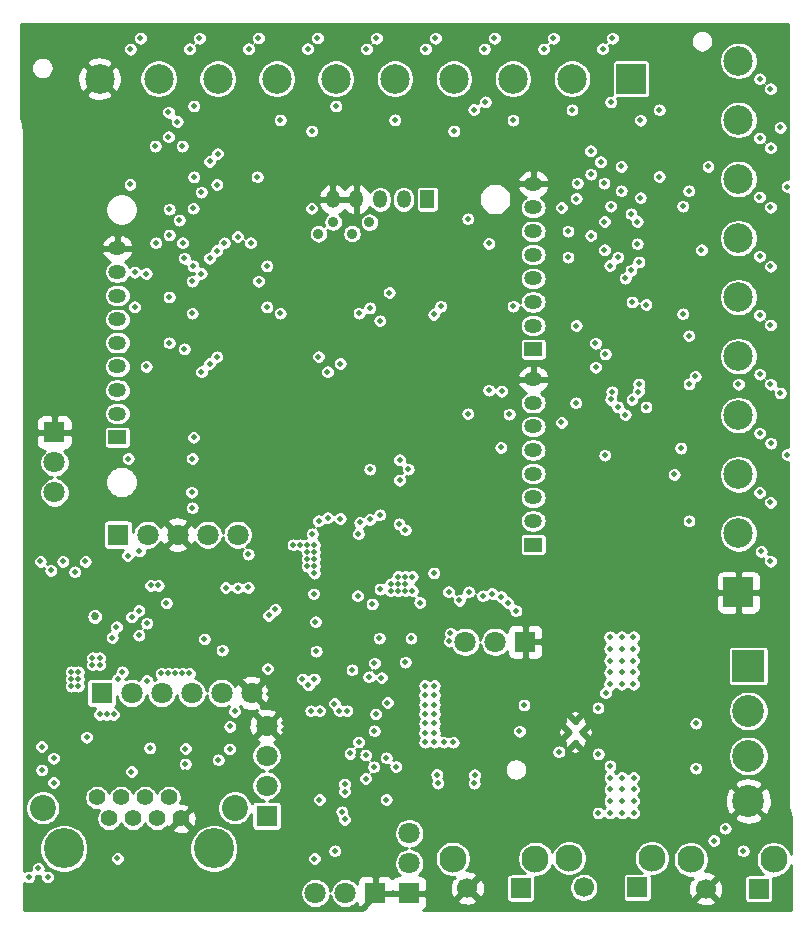
<source format=gbr>
G04 #@! TF.GenerationSoftware,KiCad,Pcbnew,5.1.9*
G04 #@! TF.CreationDate,2021-02-09T23:32:47+01:00*
G04 #@! TF.ProjectId,main_board,6d61696e-5f62-46f6-9172-642e6b696361,1*
G04 #@! TF.SameCoordinates,Original*
G04 #@! TF.FileFunction,Copper,L3,Inr*
G04 #@! TF.FilePolarity,Positive*
%FSLAX46Y46*%
G04 Gerber Fmt 4.6, Leading zero omitted, Abs format (unit mm)*
G04 Created by KiCad (PCBNEW 5.1.9) date 2021-02-09 23:32:47*
%MOMM*%
%LPD*%
G01*
G04 APERTURE LIST*
G04 #@! TA.AperFunction,ComponentPad*
%ADD10C,2.500000*%
G04 #@! TD*
G04 #@! TA.AperFunction,ComponentPad*
%ADD11R,2.500000X2.500000*%
G04 #@! TD*
G04 #@! TA.AperFunction,ComponentPad*
%ADD12O,1.524000X1.200000*%
G04 #@! TD*
G04 #@! TA.AperFunction,ComponentPad*
%ADD13R,1.524000X1.200000*%
G04 #@! TD*
G04 #@! TA.AperFunction,ComponentPad*
%ADD14O,1.200000X1.524000*%
G04 #@! TD*
G04 #@! TA.AperFunction,ComponentPad*
%ADD15R,1.200000X1.524000*%
G04 #@! TD*
G04 #@! TA.AperFunction,ComponentPad*
%ADD16C,1.400000*%
G04 #@! TD*
G04 #@! TA.AperFunction,WasherPad*
%ADD17C,3.400000*%
G04 #@! TD*
G04 #@! TA.AperFunction,WasherPad*
%ADD18C,2.200000*%
G04 #@! TD*
G04 #@! TA.AperFunction,ComponentPad*
%ADD19R,1.800000X1.800000*%
G04 #@! TD*
G04 #@! TA.AperFunction,ComponentPad*
%ADD20C,1.800000*%
G04 #@! TD*
G04 #@! TA.AperFunction,ComponentPad*
%ADD21R,2.700000X2.700000*%
G04 #@! TD*
G04 #@! TA.AperFunction,ComponentPad*
%ADD22C,2.700000*%
G04 #@! TD*
G04 #@! TA.AperFunction,ComponentPad*
%ADD23R,1.700000X1.700000*%
G04 #@! TD*
G04 #@! TA.AperFunction,ComponentPad*
%ADD24C,1.700000*%
G04 #@! TD*
G04 #@! TA.AperFunction,ComponentPad*
%ADD25C,2.300000*%
G04 #@! TD*
G04 #@! TA.AperFunction,ComponentPad*
%ADD26C,0.500000*%
G04 #@! TD*
G04 #@! TA.AperFunction,ViaPad*
%ADD27C,0.500000*%
G04 #@! TD*
G04 #@! TA.AperFunction,ViaPad*
%ADD28C,0.889000*%
G04 #@! TD*
G04 #@! TA.AperFunction,ViaPad*
%ADD29C,0.685800*%
G04 #@! TD*
G04 #@! TA.AperFunction,Conductor*
%ADD30C,0.508000*%
G04 #@! TD*
G04 #@! TA.AperFunction,Conductor*
%ADD31C,0.254000*%
G04 #@! TD*
G04 #@! TA.AperFunction,Conductor*
%ADD32C,0.152400*%
G04 #@! TD*
G04 APERTURE END LIST*
D10*
X289102800Y8337640D03*
X289102800Y3337640D03*
X289102800Y-1662360D03*
X289102800Y-6662360D03*
X289102800Y-11662360D03*
X289102800Y-16662360D03*
X289102800Y-21662360D03*
X289102800Y-26662360D03*
X289102800Y-31662360D03*
D11*
X289102800Y-36662360D03*
D10*
X235009600Y6832600D03*
X240009600Y6832600D03*
X245009600Y6832600D03*
X250009600Y6832600D03*
X255009600Y6832600D03*
X260009600Y6832600D03*
X265009600Y6832600D03*
X270009600Y6832600D03*
X275009600Y6832600D03*
D11*
X280009600Y6832600D03*
D12*
X271718600Y-2074600D03*
X271718600Y-4074600D03*
X271718600Y-6074600D03*
X271718600Y-8074600D03*
X271718600Y-10074600D03*
X271718600Y-12074600D03*
X271718600Y-14074600D03*
D13*
X271718600Y-16074600D03*
D12*
X271718600Y-18614600D03*
X271718600Y-20614600D03*
X271718600Y-22614600D03*
X271718600Y-24614600D03*
X271718600Y-28614600D03*
X271718600Y-30614600D03*
X271718600Y-26614600D03*
D13*
X271718600Y-32614600D03*
D12*
X236508600Y-7534600D03*
X236508600Y-9534600D03*
X236508600Y-11534600D03*
X236508600Y-13534600D03*
X236508600Y-19534600D03*
X236508600Y-15534600D03*
X236508600Y-17534600D03*
X236508600Y-21534600D03*
D13*
X236508600Y-23534600D03*
D14*
X254758600Y-3374600D03*
X256758600Y-3374600D03*
X258758600Y-3374600D03*
D15*
X262758600Y-3374600D03*
D14*
X260758600Y-3374600D03*
D16*
X241888200Y-55805800D03*
X239858200Y-55805800D03*
X237828200Y-55805800D03*
X235798200Y-55805800D03*
X240868200Y-54025800D03*
X238838200Y-54025800D03*
X236808200Y-54025800D03*
X234778200Y-54025800D03*
D17*
X231988200Y-58345800D03*
X244688200Y-58345800D03*
D18*
X230208200Y-54915800D03*
X246468200Y-54915800D03*
D19*
X235178600Y-45186600D03*
D20*
X237718600Y-45186600D03*
X240258600Y-45186600D03*
X242798600Y-45186600D03*
X245338600Y-45186600D03*
X247878600Y-45186600D03*
D19*
X249153680Y-55575200D03*
D20*
X249153680Y-53035200D03*
X249153680Y-50495200D03*
X249153680Y-47955200D03*
D19*
X231185720Y-23124160D03*
D20*
X231185720Y-25664160D03*
X231185720Y-28204160D03*
D19*
X271043400Y-40853360D03*
D20*
X268503400Y-40853360D03*
X265963400Y-40853360D03*
X261218680Y-57048400D03*
X261218680Y-59588400D03*
D19*
X261218680Y-62128400D03*
D21*
X289941000Y-42895520D03*
D22*
X289941000Y-46705520D03*
X289941000Y-50515520D03*
X289941000Y-54325520D03*
D19*
X236550200Y-31775400D03*
D20*
X239090200Y-31775400D03*
X241630200Y-31775400D03*
X244170200Y-31775400D03*
X246710200Y-31775400D03*
X253273560Y-62118240D03*
X255813560Y-62118240D03*
D19*
X258353560Y-62118240D03*
D23*
X270676600Y-61696720D03*
D24*
X266154600Y-61696720D03*
D25*
X271920600Y-59206720D03*
X264910600Y-59206720D03*
X285070640Y-59276880D03*
X292080640Y-59276880D03*
D24*
X286314640Y-61766880D03*
D23*
X290836640Y-61766880D03*
X280526720Y-61645920D03*
D24*
X276004720Y-61645920D03*
D25*
X281770720Y-59155920D03*
X274760720Y-59155920D03*
D26*
X275300440Y-47543680D03*
X274725440Y-48493680D03*
X275875440Y-48493680D03*
X275300440Y-49443680D03*
D27*
X246024400Y-49921160D03*
X245054120Y-50845720D03*
X231114600Y-52765960D03*
X230098600Y-49717960D03*
X230113840Y-51704240D03*
X242808760Y-28178760D03*
X230606600Y-60759340D03*
X229021640Y-60764420D03*
X229814120Y-60032900D03*
D28*
X256382480Y-6283920D03*
X254792480Y-5298440D03*
X253547880Y-6304280D03*
X257865880Y-5318760D03*
D27*
X259540000Y-11280000D03*
X231902000Y-34036000D03*
X230886000Y-34798000D03*
X229997000Y-34036000D03*
X233807000Y-34036000D03*
X232918000Y-34925000D03*
X273903440Y-50165000D03*
X277225000Y-50339500D03*
X277225000Y-55339500D03*
X278225000Y-51339500D03*
X278225000Y-52339500D03*
X278225000Y-53339500D03*
X278225000Y-54339500D03*
X278225000Y-55339500D03*
X279225000Y-52339500D03*
X279225000Y-53339500D03*
X279225000Y-54339500D03*
X279225000Y-55339500D03*
X280225000Y-52339500D03*
X280225000Y-53339500D03*
X280225000Y-54339500D03*
X280225000Y-55339500D03*
X240218520Y-43527680D03*
X240818520Y-43527680D03*
X241418520Y-43527680D03*
X242018520Y-43527680D03*
X242618520Y-43527680D03*
X232608680Y-43395040D03*
X232608680Y-43995040D03*
X232608680Y-44595040D03*
X233208680Y-43395040D03*
X233208680Y-43995040D03*
X233208680Y-44595040D03*
X234408680Y-42195040D03*
X234408680Y-42795040D03*
X235008680Y-42195040D03*
X235008680Y-42795040D03*
X235008680Y-46995040D03*
X235608680Y-46995040D03*
X236208680Y-46995040D03*
X231114600Y-50706020D03*
X236522260Y-59189620D03*
X273232880Y-47997680D03*
X262016240Y-41117520D03*
X288037160Y-60628560D03*
X287066880Y-59582080D03*
X277544360Y-58394320D03*
X277569760Y-60482200D03*
X276584240Y-59405240D03*
X242265200Y-51841400D03*
X241005360Y-52395120D03*
X239817720Y-51846480D03*
X245084600Y-52898040D03*
X246054880Y-51846480D03*
X231043480Y-44627800D03*
X230154480Y-45699680D03*
X230220520Y-47696120D03*
X243779040Y-25181560D03*
X242813840Y-26228040D03*
X249016520Y-25755600D03*
X246918480Y-25755600D03*
X249026680Y-27843480D03*
X246928640Y-27843480D03*
X229976680Y-41493440D03*
X228975920Y-40401240D03*
X266258040Y-35092640D03*
X265470640Y-34401760D03*
X264688320Y-35097720D03*
X253136400Y-36124000D03*
X252567440Y-57231280D03*
X252978920Y-56235600D03*
X252978920Y-58232040D03*
X257942080Y-57241440D03*
X258480560Y-52938680D03*
X239425480Y147320D03*
X238592360Y3185160D03*
X239318800Y2387600D03*
X239318800Y3982720D03*
X247781000Y-2783840D03*
X245516400Y-2778760D03*
X246659400Y-3317240D03*
X235417360Y-62224920D03*
X234447080Y-61026040D03*
X234452160Y-63322200D03*
D28*
X259222240Y-7218680D03*
X263773920Y-7828280D03*
X262793480Y-8752840D03*
X253522480Y-8026400D03*
X256062480Y-8026400D03*
X262248901Y-7401561D03*
D27*
X245562120Y-10972800D03*
X246705120Y-11506200D03*
X239384840Y-4170680D03*
X238511080Y-5135880D03*
X239384840Y-6075680D03*
X275056600Y574040D03*
X274223480Y-213360D03*
X275056600Y-1117600D03*
X247801310Y-10967720D03*
X283535120Y-5918200D03*
X281264360Y-5918200D03*
X282397200Y-6456680D03*
X281660600Y-22265640D03*
X275463000Y-15570200D03*
X282788360Y-22799040D03*
X274624800Y-16474440D03*
X283916120Y-22270720D03*
X275452840Y-17399000D03*
X228854000Y-38608000D03*
X231902000Y-32512000D03*
X229870000Y-32512000D03*
X230886000Y-31623000D03*
X232918000Y-31623000D03*
X273161000Y-51519840D03*
X273161000Y-52519840D03*
X273161000Y-53519840D03*
X273161000Y-54519840D03*
X273161000Y-55519840D03*
X274161000Y-51519840D03*
X274161000Y-52519840D03*
X274161000Y-53519840D03*
X274161000Y-54519840D03*
X274161000Y-55519840D03*
X275161000Y-50519840D03*
X275161000Y-52519840D03*
X275161000Y-54519840D03*
X275161000Y-55519840D03*
X273084800Y-40430960D03*
X273084800Y-41430960D03*
X273084800Y-42430960D03*
X273084800Y-43430960D03*
X273084800Y-44430960D03*
X273084800Y-45430960D03*
X274084800Y-40430960D03*
X274084800Y-41430960D03*
X274084800Y-42430960D03*
X274084800Y-43430960D03*
X274084800Y-44430960D03*
X274084800Y-45430960D03*
X275084800Y-46430960D03*
X239593680Y-40458240D03*
X240193680Y-40458240D03*
X240793680Y-40458240D03*
X241393680Y-40458240D03*
X240746840Y-36324240D03*
X241346840Y-36324240D03*
X241346840Y-36924240D03*
X241946840Y-36324240D03*
X241946840Y-36924240D03*
X257505200Y-56235600D03*
X256886832Y-50393606D03*
X233832400Y-32461200D03*
X268160500Y-21526500D03*
X247967500Y-26797000D03*
X259715000Y-32321500D03*
X262106000Y-36116000D03*
X259334000Y-34734500D03*
X267860200Y-47007200D03*
X267860200Y-47707200D03*
X267860200Y-48407200D03*
X267860200Y-49107200D03*
X268560200Y-47007200D03*
X268560200Y-47707200D03*
X268560200Y-48407200D03*
X268560200Y-49107200D03*
X269260200Y-47007200D03*
X269260200Y-47707200D03*
X269260200Y-48407200D03*
X269260200Y-49107200D03*
X267309600Y-45466000D03*
X266547600Y-46558200D03*
X266522200Y-49377600D03*
X249393000Y-44084800D03*
X249393000Y-44684800D03*
X249393000Y-45284800D03*
X249993000Y-44084800D03*
X249993000Y-44684800D03*
X250593000Y-44084800D03*
X250593000Y-47084800D03*
X250593000Y-47684800D03*
X250593000Y-48284800D03*
X250593000Y-48884800D03*
X250593000Y-49484800D03*
X250593000Y-50084800D03*
X250593000Y-50684800D03*
X251193000Y-50084800D03*
X251193000Y-50684800D03*
X251793000Y-50084800D03*
X251793000Y-50684800D03*
X252393000Y-50084800D03*
X248554800Y-33416800D03*
X248554800Y-34016800D03*
X248554800Y-34616800D03*
X248554800Y-35216800D03*
X248554800Y-35816800D03*
X249154800Y-35216800D03*
X249154800Y-35816800D03*
X249754800Y-35216800D03*
X249754800Y-35816800D03*
X250354800Y-35816800D03*
X250019820Y-46657260D03*
X239014000Y-59136280D03*
X287981280Y-56640760D03*
X287016080Y-57682160D03*
X246044720Y-48011080D03*
X265470640Y-37338000D03*
X266268200Y-36621720D03*
X257530600Y-52435760D03*
X257530600Y-50434240D03*
X258227240Y-51435680D03*
X260090920Y-51414680D03*
X259273040Y-50667920D03*
X241574320Y3190240D03*
X240847880Y3987800D03*
X242001040Y1122680D03*
X239725200Y1122680D03*
X240842800Y1910080D03*
X242036600Y-7071360D03*
X239776000Y-7071360D03*
X240904440Y-6406560D03*
X241752120Y-5140960D03*
X240903760Y-4216400D03*
X245572280Y-7071360D03*
X246700040Y-6543040D03*
X276611080Y-1264920D03*
X276580600Y711200D03*
X277434040Y-218440D03*
X277723600Y-2016760D03*
X275457920Y-2016760D03*
X247801310Y-7071360D03*
X277850600Y-45166280D03*
X277012400Y-17602200D03*
X277820120Y-16484600D03*
X276992080Y-15560040D03*
X238470440Y10266680D03*
X237617000Y9337040D03*
X243469160Y10261600D03*
X242636040Y9347200D03*
X248457720Y10271760D03*
X247629680Y9347200D03*
X253451360Y10276840D03*
X252618240Y9352280D03*
X258450080Y10256520D03*
X257611880Y9342120D03*
X263443720Y10256520D03*
X262595360Y9342120D03*
X268442440Y10266680D03*
X267589000Y9342120D03*
X273436080Y10261600D03*
X272613120Y9342120D03*
X278429720Y10256520D03*
X277596600Y9357360D03*
X260420000Y-25447300D03*
X261140000Y-26237300D03*
X260420000Y-27157300D03*
X290902000Y6815000D03*
X291812000Y5975000D03*
X290892000Y1805000D03*
X291822000Y975000D03*
X290882000Y-3185000D03*
X291812000Y-4045000D03*
X290892000Y-8195000D03*
X291812000Y-9055000D03*
X290892000Y-13185000D03*
X291812000Y-14025000D03*
X290902000Y-18195000D03*
X291812000Y-19035000D03*
X290902000Y-23185000D03*
X290892000Y-28195000D03*
X291812000Y-29045000D03*
X291022000Y-33195000D03*
X291812000Y-34025000D03*
X264560000Y-36620000D03*
X277214840Y-46436040D03*
X278214840Y-40436040D03*
X278214840Y-41436040D03*
X278214840Y-42436040D03*
X278214840Y-43436040D03*
X278214840Y-44436040D03*
X279214840Y-40436040D03*
X279214840Y-41436040D03*
X279214840Y-42436040D03*
X279214840Y-43436040D03*
X279214840Y-44436040D03*
X280214840Y-40436040D03*
X280214840Y-41436040D03*
X280214840Y-42436040D03*
X280214840Y-43436040D03*
X280214840Y-44436040D03*
X291846000Y-24028400D03*
X251394520Y-32639560D03*
X251994520Y-32639560D03*
X252594520Y-32639560D03*
X252594520Y-33239560D03*
X252594520Y-33839560D03*
X252594520Y-34439560D03*
X253194520Y-32639560D03*
X253194520Y-33239560D03*
X253194520Y-33839560D03*
X253194520Y-34439560D03*
X253194520Y-35039560D03*
X262554520Y-44556480D03*
X262554520Y-45356480D03*
X262554520Y-46156480D03*
X262554520Y-46956480D03*
X262554520Y-47756480D03*
X262554520Y-48556480D03*
X262554520Y-49356480D03*
X263354520Y-44556480D03*
X263354520Y-45356480D03*
X263354520Y-46156480D03*
X263354520Y-46956480D03*
X263354520Y-47756480D03*
X263354520Y-48556480D03*
X263354520Y-49356480D03*
X264154520Y-49356480D03*
X264954520Y-49356480D03*
X259680000Y-35928000D03*
X259680000Y-36528000D03*
X260280000Y-35328000D03*
X260280000Y-35928000D03*
X260280000Y-36528000D03*
X260880000Y-35328000D03*
X260880000Y-35928000D03*
X260880000Y-36528000D03*
X261480000Y-35328000D03*
X261480000Y-36528000D03*
X252188600Y-44003850D03*
X252688600Y-44503850D03*
X253188600Y-44003850D03*
X253644400Y-46685200D03*
X252907800Y-46685200D03*
X270950000Y-46200000D03*
X270560800Y-48412400D03*
X289496500Y-58547000D03*
X256857502Y-36957000D03*
X256920000Y-31710000D03*
X253010000Y-31710000D03*
X243880640Y-40614600D03*
X237708440Y-51836320D03*
X237723680Y-38745160D03*
X242285520Y-49890680D03*
X239262920Y-49834800D03*
X239019080Y-39278560D03*
X274120000Y-22270000D03*
X274120000Y-4080000D03*
X274670000Y-6080000D03*
X274670000Y-8290000D03*
X278890000Y-8290000D03*
X278890000Y-20970000D03*
X278210000Y-8990000D03*
X278386000Y-19670000D03*
X279510000Y-10070000D03*
X279510000Y-21620000D03*
X280090000Y-12080000D03*
X280090000Y-20320000D03*
X275356320Y-3322320D03*
X275356320Y-14071600D03*
X242183920Y-8371840D03*
X242183920Y-16052800D03*
X276595840Y-6456680D03*
X275330920Y-20614640D03*
X253286260Y-39149020D03*
X284920000Y-30610000D03*
X284920000Y-19020000D03*
X237982760Y-9545320D03*
X237982760Y-12496800D03*
X249168920Y-12496800D03*
X249168920Y-9022080D03*
X284392560Y-13081000D03*
X284392560Y-3967480D03*
X284896560Y-14930120D03*
X284896560Y-2667000D03*
X280527760Y-7147560D03*
X280527760Y-5267960D03*
X267970000Y-7112000D03*
X267970000Y-19537680D03*
X240898680Y-15534640D03*
X240898680Y-11658600D03*
X238958120Y-17536160D03*
X238958120Y-9667240D03*
X266192000Y-5029200D03*
X266192000Y-21534120D03*
X248472960Y-10312400D03*
X242977440Y-23534600D03*
X255760760Y-55886960D03*
X255524000Y-55232960D03*
X280009600Y-4617720D03*
X280010000Y-9380000D03*
X263300000Y-13130000D03*
X260380000Y-30870000D03*
X270017240Y3312160D03*
X280797000Y3317240D03*
X280796956Y-3251156D03*
X270020000Y-12430000D03*
X263900000Y-12430000D03*
X260890641Y-31370000D03*
X275010880Y4191000D03*
X282387040Y4191000D03*
X282387040Y-1457960D03*
X266700000Y4210000D03*
X262128000Y-37528500D03*
X242849400Y-10322560D03*
X242849400Y-13035280D03*
X250301760Y-13035280D03*
X250306840Y3332480D03*
X260009640Y3337560D03*
X256980000Y-13030000D03*
X257040000Y-30740000D03*
X242925600Y-9022080D03*
X242930680Y-4145280D03*
X252968760Y-4145280D03*
X252973840Y2402840D03*
X265013440Y2397760D03*
X258762500Y-36385500D03*
X256382200Y-43212700D03*
X248345960Y-1478280D03*
X255010920Y4516120D03*
X242996720Y4516120D03*
X242996720Y-1488440D03*
X245009600Y478720D03*
X237586520Y-2123440D03*
X286530000Y-600000D03*
X279180000Y-600000D03*
X279180000Y-2660000D03*
X284226000Y-24447500D03*
X264710000Y-40124000D03*
X278287480Y-3967480D03*
X278297640Y4856480D03*
X267670000Y4860000D03*
X263310000Y-35020000D03*
X277760000Y-5270000D03*
X277760000Y-7670000D03*
X285970000Y-7670000D03*
X283654500Y-26670000D03*
X264634980Y-40800020D03*
X285430000Y-18370000D03*
X289102000Y-19035000D03*
X280630000Y-19670000D03*
X269557500Y-37528500D03*
X281280000Y-20970000D03*
X281280000Y-12290000D03*
X270263000Y-38220000D03*
X280680000Y-19020000D03*
X280680000Y-8690000D03*
X267462000Y-36957000D03*
X269049500Y-19621500D03*
X278290000Y-20320000D03*
X293220000Y-25000000D03*
X293220000Y-2300000D03*
X277782000Y-25052000D03*
X268986000Y-24384000D03*
X268986000Y-37020488D03*
X292640000Y2700000D03*
X292640000Y-19780000D03*
X268224000Y-36766500D03*
X269684500Y-21578758D03*
X254889000Y-46075600D03*
X249241000Y-43124000D03*
X249316240Y-38616000D03*
X239334038Y-36073080D03*
X249880120Y-38105080D03*
X239979200Y-36073080D03*
X256946400Y-49334789D03*
X254934721Y-58541925D03*
X246443500Y-46736000D03*
D29*
X234609640Y-38694360D03*
D27*
X236082840Y-40487600D03*
X245689120Y-36255960D03*
X246710200Y-36276280D03*
X242851940Y-29499560D03*
X236443520Y-39580820D03*
X239003840Y-44129960D03*
X253629160Y-54208680D03*
X253202440Y-59202320D03*
X236545120Y-44019280D03*
X253342140Y-41648380D03*
X240665004Y-37566600D03*
X253136400Y-36779200D03*
X258086327Y-37647347D03*
X285490000Y-47750000D03*
X259382260Y-45993238D03*
X266768580Y-52113180D03*
X263565201Y-52093299D03*
X285490000Y-51550000D03*
X266730000Y-52830000D03*
X263644380Y-52826920D03*
X258882200Y-43886440D03*
X257890000Y-12580000D03*
X257890000Y-30490000D03*
X257890000Y-26237300D03*
X258740000Y-13660000D03*
X258740000Y-30100000D03*
X242265200Y-51191160D03*
X238343440Y-40299640D03*
X245384320Y-41559480D03*
X238343440Y-38206680D03*
X233908600Y-48925480D03*
X236931200Y-43398440D03*
X256214880Y-50292000D03*
X258265029Y-48387000D03*
X257810000Y-43815000D03*
X258389120Y-46959520D03*
X259283200Y-54203600D03*
X243616480Y-2778760D03*
X243626640Y-9667240D03*
X243630000Y-17990000D03*
X254317500Y-30353000D03*
X254298000Y-17990000D03*
X244947440Y-2133600D03*
X244942360Y-7726680D03*
X244940000Y-16710000D03*
X253555500Y-30607000D03*
X253546000Y-16710000D03*
X244327680Y-177800D03*
X244327680Y-8371840D03*
X244330000Y-17290000D03*
X255379000Y-17290000D03*
X255378190Y-30416500D03*
X255305200Y-46680120D03*
X255760760Y-53540000D03*
X255959200Y-46680120D03*
X255760760Y-52886000D03*
X247594120Y-33436560D03*
X247594120Y-36240718D03*
X261381241Y-40553640D03*
X260886210Y-42575480D03*
X258691380Y-40540940D03*
X258279900Y-42661840D03*
X237431580Y-25339040D03*
X237385860Y-33558480D03*
X238389160Y-33154620D03*
X242862100Y-25339040D03*
D30*
X258353560Y-62118240D02*
X258353560Y-62351920D01*
X258353560Y-62351920D02*
X257276600Y-63428880D01*
X257276600Y-63428880D02*
X256677160Y-63428880D01*
D31*
X293270610Y2764108D02*
X293246751Y2884056D01*
X293199185Y2998891D01*
X293130130Y3102239D01*
X293042239Y3190130D01*
X292938891Y3259185D01*
X292824056Y3306751D01*
X292702148Y3331000D01*
X292577852Y3331000D01*
X292455944Y3306751D01*
X292341109Y3259185D01*
X292237761Y3190130D01*
X292149870Y3102239D01*
X292080815Y2998891D01*
X292033249Y2884056D01*
X292009000Y2762148D01*
X292009000Y2637852D01*
X292033249Y2515944D01*
X292080815Y2401109D01*
X292149870Y2297761D01*
X292237761Y2209870D01*
X292341109Y2140815D01*
X292455944Y2093249D01*
X292577852Y2069000D01*
X292702148Y2069000D01*
X292824056Y2093249D01*
X292938891Y2140815D01*
X293042239Y2209870D01*
X293130130Y2297761D01*
X293199185Y2401109D01*
X293246751Y2515944D01*
X293270619Y2635939D01*
X293270932Y-1669000D01*
X293157852Y-1669000D01*
X293035944Y-1693249D01*
X292921109Y-1740815D01*
X292817761Y-1809870D01*
X292729870Y-1897761D01*
X292660815Y-2001109D01*
X292613249Y-2115944D01*
X292589000Y-2237852D01*
X292589000Y-2362148D01*
X292613249Y-2484056D01*
X292660815Y-2598891D01*
X292729870Y-2702239D01*
X292817761Y-2790130D01*
X292921109Y-2859185D01*
X293035944Y-2906751D01*
X293157852Y-2931000D01*
X293271023Y-2931000D01*
X293272578Y-24369000D01*
X293157852Y-24369000D01*
X293035944Y-24393249D01*
X292921109Y-24440815D01*
X292817761Y-24509870D01*
X292729870Y-24597761D01*
X292660815Y-24701109D01*
X292613249Y-24815944D01*
X292589000Y-24937852D01*
X292589000Y-25062148D01*
X292613249Y-25184056D01*
X292660815Y-25298891D01*
X292729870Y-25402239D01*
X292817761Y-25490130D01*
X292921109Y-25559185D01*
X293035944Y-25606751D01*
X293157852Y-25631000D01*
X293272669Y-25631000D01*
X293274752Y-54345194D01*
X293274811Y-54345793D01*
X293274843Y-54356103D01*
X293276628Y-54373743D01*
X293276520Y-54391477D01*
X293277070Y-54397036D01*
X293340352Y-54993967D01*
X293347676Y-55029487D01*
X293354501Y-55065088D01*
X293356120Y-55070435D01*
X293534142Y-55643705D01*
X293546689Y-55673477D01*
X293547110Y-58816555D01*
X293437395Y-58551679D01*
X293269845Y-58300924D01*
X293056596Y-58087675D01*
X292805841Y-57920125D01*
X292527216Y-57804715D01*
X292231430Y-57745880D01*
X291929850Y-57745880D01*
X291634064Y-57804715D01*
X291355439Y-57920125D01*
X291104684Y-58087675D01*
X290891435Y-58300924D01*
X290723885Y-58551679D01*
X290608475Y-58830304D01*
X290549640Y-59126090D01*
X290549640Y-59427670D01*
X290608475Y-59723456D01*
X290723885Y-60002081D01*
X290891435Y-60252836D01*
X291104684Y-60466085D01*
X291206381Y-60534037D01*
X289986640Y-60534037D01*
X289911951Y-60541393D01*
X289840132Y-60563179D01*
X289773944Y-60598558D01*
X289715929Y-60646169D01*
X289668318Y-60704184D01*
X289632939Y-60770372D01*
X289611153Y-60842191D01*
X289603797Y-60916880D01*
X289603797Y-62616880D01*
X289611153Y-62691569D01*
X289632939Y-62763388D01*
X289668318Y-62829576D01*
X289715929Y-62887591D01*
X289773944Y-62935202D01*
X289840132Y-62970581D01*
X289911951Y-62992367D01*
X289986640Y-62999723D01*
X291686640Y-62999723D01*
X291761329Y-62992367D01*
X291833148Y-62970581D01*
X291899336Y-62935202D01*
X291957351Y-62887591D01*
X292004962Y-62829576D01*
X292040341Y-62763388D01*
X292062127Y-62691569D01*
X292069483Y-62616880D01*
X292069483Y-60916880D01*
X292062127Y-60842191D01*
X292051719Y-60807880D01*
X292231430Y-60807880D01*
X292527216Y-60749045D01*
X292805841Y-60633635D01*
X293056596Y-60466085D01*
X293269845Y-60252836D01*
X293437395Y-60002081D01*
X293547233Y-59736907D01*
X293547748Y-63577470D01*
X262438502Y-63577470D01*
X262473174Y-63558937D01*
X262569865Y-63479585D01*
X262649217Y-63382894D01*
X262708182Y-63272580D01*
X262744492Y-63152882D01*
X262756752Y-63028400D01*
X262755236Y-62725117D01*
X265305808Y-62725117D01*
X265383443Y-62974192D01*
X265647483Y-63100091D01*
X265931011Y-63172059D01*
X266223131Y-63187331D01*
X266512619Y-63145319D01*
X266788347Y-63047639D01*
X266925757Y-62974192D01*
X267003392Y-62725117D01*
X266154600Y-61876325D01*
X265305808Y-62725117D01*
X262755236Y-62725117D01*
X262753680Y-62414150D01*
X262594930Y-62255400D01*
X261345680Y-62255400D01*
X261345680Y-62275400D01*
X261091680Y-62275400D01*
X261091680Y-62255400D01*
X259842430Y-62255400D01*
X259791200Y-62306630D01*
X259729810Y-62245240D01*
X258480560Y-62245240D01*
X258480560Y-62265240D01*
X258226560Y-62265240D01*
X258226560Y-62245240D01*
X258206560Y-62245240D01*
X258206560Y-61991240D01*
X258226560Y-61991240D01*
X258226560Y-60741990D01*
X258480560Y-60741990D01*
X258480560Y-61991240D01*
X259729810Y-61991240D01*
X259781040Y-61940010D01*
X259842430Y-62001400D01*
X261091680Y-62001400D01*
X261091680Y-61981400D01*
X261345680Y-61981400D01*
X261345680Y-62001400D01*
X262594930Y-62001400D01*
X262753680Y-61842650D01*
X262756752Y-61228400D01*
X262744492Y-61103918D01*
X262708182Y-60984220D01*
X262649217Y-60873906D01*
X262569865Y-60777215D01*
X262473174Y-60697863D01*
X262362860Y-60638898D01*
X262243162Y-60602588D01*
X262118680Y-60590328D01*
X262024221Y-60590800D01*
X262035270Y-60583418D01*
X262213698Y-60404990D01*
X262353887Y-60195181D01*
X262450452Y-59962054D01*
X262499680Y-59714567D01*
X262499680Y-59462233D01*
X262450452Y-59214746D01*
X262384668Y-59055930D01*
X263379600Y-59055930D01*
X263379600Y-59357510D01*
X263438435Y-59653296D01*
X263553845Y-59931921D01*
X263721395Y-60182676D01*
X263934644Y-60395925D01*
X264185399Y-60563475D01*
X264464024Y-60678885D01*
X264759810Y-60737720D01*
X265015992Y-60737720D01*
X265126201Y-60847929D01*
X264877128Y-60925563D01*
X264751229Y-61189603D01*
X264679261Y-61473131D01*
X264663989Y-61765251D01*
X264706001Y-62054739D01*
X264803681Y-62330467D01*
X264877128Y-62467877D01*
X265126203Y-62545512D01*
X265974995Y-61696720D01*
X266334205Y-61696720D01*
X267182997Y-62545512D01*
X267432072Y-62467877D01*
X267557971Y-62203837D01*
X267629939Y-61920309D01*
X267645211Y-61628189D01*
X267603199Y-61338701D01*
X267505519Y-61062973D01*
X267432072Y-60925563D01*
X267182997Y-60847928D01*
X266334205Y-61696720D01*
X265974995Y-61696720D01*
X265960853Y-61682578D01*
X266140458Y-61502973D01*
X266154600Y-61517115D01*
X266824995Y-60846720D01*
X269443757Y-60846720D01*
X269443757Y-62546720D01*
X269451113Y-62621409D01*
X269472899Y-62693228D01*
X269508278Y-62759416D01*
X269555889Y-62817431D01*
X269613904Y-62865042D01*
X269680092Y-62900421D01*
X269751911Y-62922207D01*
X269826600Y-62929563D01*
X271526600Y-62929563D01*
X271601289Y-62922207D01*
X271673108Y-62900421D01*
X271739296Y-62865042D01*
X271797311Y-62817431D01*
X271844922Y-62759416D01*
X271880301Y-62693228D01*
X271902087Y-62621409D01*
X271909443Y-62546720D01*
X271909443Y-61524677D01*
X274773720Y-61524677D01*
X274773720Y-61767163D01*
X274821027Y-62004989D01*
X274913822Y-62229017D01*
X275048540Y-62430637D01*
X275220003Y-62602100D01*
X275421623Y-62736818D01*
X275645651Y-62829613D01*
X275883477Y-62876920D01*
X276125963Y-62876920D01*
X276363789Y-62829613D01*
X276587817Y-62736818D01*
X276789437Y-62602100D01*
X276960900Y-62430637D01*
X277095618Y-62229017D01*
X277188413Y-62004989D01*
X277235720Y-61767163D01*
X277235720Y-61524677D01*
X277188413Y-61286851D01*
X277095618Y-61062823D01*
X276960900Y-60861203D01*
X276895617Y-60795920D01*
X279293877Y-60795920D01*
X279293877Y-62495920D01*
X279301233Y-62570609D01*
X279323019Y-62642428D01*
X279358398Y-62708616D01*
X279406009Y-62766631D01*
X279464024Y-62814242D01*
X279530212Y-62849621D01*
X279602031Y-62871407D01*
X279676720Y-62878763D01*
X281376720Y-62878763D01*
X281451409Y-62871407D01*
X281523228Y-62849621D01*
X281589416Y-62814242D01*
X281612525Y-62795277D01*
X285465848Y-62795277D01*
X285543483Y-63044352D01*
X285807523Y-63170251D01*
X286091051Y-63242219D01*
X286383171Y-63257491D01*
X286672659Y-63215479D01*
X286948387Y-63117799D01*
X287085797Y-63044352D01*
X287163432Y-62795277D01*
X286314640Y-61946485D01*
X285465848Y-62795277D01*
X281612525Y-62795277D01*
X281647431Y-62766631D01*
X281695042Y-62708616D01*
X281730421Y-62642428D01*
X281752207Y-62570609D01*
X281759563Y-62495920D01*
X281759563Y-60795920D01*
X281752207Y-60721231D01*
X281741799Y-60686920D01*
X281921510Y-60686920D01*
X282217296Y-60628085D01*
X282495921Y-60512675D01*
X282746676Y-60345125D01*
X282959925Y-60131876D01*
X283127475Y-59881121D01*
X283242885Y-59602496D01*
X283301720Y-59306710D01*
X283301720Y-59126090D01*
X283539640Y-59126090D01*
X283539640Y-59427670D01*
X283598475Y-59723456D01*
X283713885Y-60002081D01*
X283881435Y-60252836D01*
X284094684Y-60466085D01*
X284345439Y-60633635D01*
X284624064Y-60749045D01*
X284919850Y-60807880D01*
X285176032Y-60807880D01*
X285286241Y-60918089D01*
X285037168Y-60995723D01*
X284911269Y-61259763D01*
X284839301Y-61543291D01*
X284824029Y-61835411D01*
X284866041Y-62124899D01*
X284963721Y-62400627D01*
X285037168Y-62538037D01*
X285286243Y-62615672D01*
X286135035Y-61766880D01*
X286494245Y-61766880D01*
X287343037Y-62615672D01*
X287592112Y-62538037D01*
X287718011Y-62273997D01*
X287789979Y-61990469D01*
X287805251Y-61698349D01*
X287763239Y-61408861D01*
X287665559Y-61133133D01*
X287592112Y-60995723D01*
X287343037Y-60918088D01*
X286494245Y-61766880D01*
X286135035Y-61766880D01*
X286120893Y-61752738D01*
X286300498Y-61573133D01*
X286314640Y-61587275D01*
X287163432Y-60738483D01*
X287085797Y-60489408D01*
X286821757Y-60363509D01*
X286538229Y-60291541D01*
X286246109Y-60276269D01*
X286234766Y-60277915D01*
X286259845Y-60252836D01*
X286427395Y-60002081D01*
X286542805Y-59723456D01*
X286601640Y-59427670D01*
X286601640Y-59126090D01*
X286542805Y-58830304D01*
X286427395Y-58551679D01*
X286382743Y-58484852D01*
X288865500Y-58484852D01*
X288865500Y-58609148D01*
X288889749Y-58731056D01*
X288937315Y-58845891D01*
X289006370Y-58949239D01*
X289094261Y-59037130D01*
X289197609Y-59106185D01*
X289312444Y-59153751D01*
X289434352Y-59178000D01*
X289558648Y-59178000D01*
X289680556Y-59153751D01*
X289795391Y-59106185D01*
X289898739Y-59037130D01*
X289986630Y-58949239D01*
X290055685Y-58845891D01*
X290103251Y-58731056D01*
X290127500Y-58609148D01*
X290127500Y-58484852D01*
X290103251Y-58362944D01*
X290055685Y-58248109D01*
X289986630Y-58144761D01*
X289898739Y-58056870D01*
X289795391Y-57987815D01*
X289680556Y-57940249D01*
X289558648Y-57916000D01*
X289434352Y-57916000D01*
X289312444Y-57940249D01*
X289197609Y-57987815D01*
X289094261Y-58056870D01*
X289006370Y-58144761D01*
X288937315Y-58248109D01*
X288889749Y-58362944D01*
X288865500Y-58484852D01*
X286382743Y-58484852D01*
X286259845Y-58300924D01*
X286046596Y-58087675D01*
X285795841Y-57920125D01*
X285517216Y-57804715D01*
X285221430Y-57745880D01*
X284919850Y-57745880D01*
X284624064Y-57804715D01*
X284345439Y-57920125D01*
X284094684Y-58087675D01*
X283881435Y-58300924D01*
X283713885Y-58551679D01*
X283598475Y-58830304D01*
X283539640Y-59126090D01*
X283301720Y-59126090D01*
X283301720Y-59005130D01*
X283242885Y-58709344D01*
X283127475Y-58430719D01*
X282959925Y-58179964D01*
X282746676Y-57966715D01*
X282495921Y-57799165D01*
X282217296Y-57683755D01*
X281921510Y-57624920D01*
X281619930Y-57624920D01*
X281324144Y-57683755D01*
X281045519Y-57799165D01*
X280794764Y-57966715D01*
X280581515Y-58179964D01*
X280413965Y-58430719D01*
X280298555Y-58709344D01*
X280239720Y-59005130D01*
X280239720Y-59306710D01*
X280298555Y-59602496D01*
X280413965Y-59881121D01*
X280581515Y-60131876D01*
X280794764Y-60345125D01*
X280896461Y-60413077D01*
X279676720Y-60413077D01*
X279602031Y-60420433D01*
X279530212Y-60442219D01*
X279464024Y-60477598D01*
X279406009Y-60525209D01*
X279358398Y-60583224D01*
X279323019Y-60649412D01*
X279301233Y-60721231D01*
X279293877Y-60795920D01*
X276895617Y-60795920D01*
X276789437Y-60689740D01*
X276587817Y-60555022D01*
X276363789Y-60462227D01*
X276125963Y-60414920D01*
X275883477Y-60414920D01*
X275645651Y-60462227D01*
X275421623Y-60555022D01*
X275220003Y-60689740D01*
X275048540Y-60861203D01*
X274913822Y-61062823D01*
X274821027Y-61286851D01*
X274773720Y-61524677D01*
X271909443Y-61524677D01*
X271909443Y-60846720D01*
X271902087Y-60772031D01*
X271891679Y-60737720D01*
X272071390Y-60737720D01*
X272367176Y-60678885D01*
X272645801Y-60563475D01*
X272896556Y-60395925D01*
X273109805Y-60182676D01*
X273277355Y-59931921D01*
X273351181Y-59753689D01*
X273403965Y-59881121D01*
X273571515Y-60131876D01*
X273784764Y-60345125D01*
X274035519Y-60512675D01*
X274314144Y-60628085D01*
X274609930Y-60686920D01*
X274911510Y-60686920D01*
X275207296Y-60628085D01*
X275485921Y-60512675D01*
X275736676Y-60345125D01*
X275949925Y-60131876D01*
X276117475Y-59881121D01*
X276232885Y-59602496D01*
X276291720Y-59306710D01*
X276291720Y-59005130D01*
X276232885Y-58709344D01*
X276117475Y-58430719D01*
X275949925Y-58179964D01*
X275736676Y-57966715D01*
X275485921Y-57799165D01*
X275207296Y-57683755D01*
X274911510Y-57624920D01*
X274609930Y-57624920D01*
X274314144Y-57683755D01*
X274035519Y-57799165D01*
X273784764Y-57966715D01*
X273571515Y-58179964D01*
X273403965Y-58430719D01*
X273330139Y-58608951D01*
X273277355Y-58481519D01*
X273109805Y-58230764D01*
X272896556Y-58017515D01*
X272645801Y-57849965D01*
X272367176Y-57734555D01*
X272071390Y-57675720D01*
X271769810Y-57675720D01*
X271474024Y-57734555D01*
X271195399Y-57849965D01*
X270944644Y-58017515D01*
X270731395Y-58230764D01*
X270563845Y-58481519D01*
X270448435Y-58760144D01*
X270389600Y-59055930D01*
X270389600Y-59357510D01*
X270448435Y-59653296D01*
X270563845Y-59931921D01*
X270731395Y-60182676D01*
X270944644Y-60395925D01*
X271046341Y-60463877D01*
X269826600Y-60463877D01*
X269751911Y-60471233D01*
X269680092Y-60493019D01*
X269613904Y-60528398D01*
X269555889Y-60576009D01*
X269508278Y-60634024D01*
X269472899Y-60700212D01*
X269451113Y-60772031D01*
X269443757Y-60846720D01*
X266824995Y-60846720D01*
X267003392Y-60668323D01*
X266925757Y-60419248D01*
X266661717Y-60293349D01*
X266378189Y-60221381D01*
X266086069Y-60206109D01*
X266074726Y-60207755D01*
X266099805Y-60182676D01*
X266267355Y-59931921D01*
X266382765Y-59653296D01*
X266441600Y-59357510D01*
X266441600Y-59055930D01*
X266382765Y-58760144D01*
X266267355Y-58481519D01*
X266099805Y-58230764D01*
X265886556Y-58017515D01*
X265635801Y-57849965D01*
X265357176Y-57734555D01*
X265061390Y-57675720D01*
X264759810Y-57675720D01*
X264464024Y-57734555D01*
X264185399Y-57849965D01*
X263934644Y-58017515D01*
X263721395Y-58230764D01*
X263553845Y-58481519D01*
X263438435Y-58760144D01*
X263379600Y-59055930D01*
X262384668Y-59055930D01*
X262353887Y-58981619D01*
X262213698Y-58771810D01*
X262035270Y-58593382D01*
X261825461Y-58453193D01*
X261592334Y-58356628D01*
X261400148Y-58318400D01*
X261592334Y-58280172D01*
X261825461Y-58183607D01*
X262035270Y-58043418D01*
X262213698Y-57864990D01*
X262353887Y-57655181D01*
X262368454Y-57620012D01*
X286385080Y-57620012D01*
X286385080Y-57744308D01*
X286409329Y-57866216D01*
X286456895Y-57981051D01*
X286525950Y-58084399D01*
X286613841Y-58172290D01*
X286717189Y-58241345D01*
X286832024Y-58288911D01*
X286953932Y-58313160D01*
X287078228Y-58313160D01*
X287200136Y-58288911D01*
X287314971Y-58241345D01*
X287418319Y-58172290D01*
X287506210Y-58084399D01*
X287575265Y-57981051D01*
X287622831Y-57866216D01*
X287647080Y-57744308D01*
X287647080Y-57620012D01*
X287622831Y-57498104D01*
X287575265Y-57383269D01*
X287506210Y-57279921D01*
X287418319Y-57192030D01*
X287314971Y-57122975D01*
X287200136Y-57075409D01*
X287078228Y-57051160D01*
X286953932Y-57051160D01*
X286832024Y-57075409D01*
X286717189Y-57122975D01*
X286613841Y-57192030D01*
X286525950Y-57279921D01*
X286456895Y-57383269D01*
X286409329Y-57498104D01*
X286385080Y-57620012D01*
X262368454Y-57620012D01*
X262450452Y-57422054D01*
X262499680Y-57174567D01*
X262499680Y-56922233D01*
X262450452Y-56674746D01*
X262410632Y-56578612D01*
X287350280Y-56578612D01*
X287350280Y-56702908D01*
X287374529Y-56824816D01*
X287422095Y-56939651D01*
X287491150Y-57042999D01*
X287579041Y-57130890D01*
X287682389Y-57199945D01*
X287797224Y-57247511D01*
X287919132Y-57271760D01*
X288043428Y-57271760D01*
X288165336Y-57247511D01*
X288280171Y-57199945D01*
X288383519Y-57130890D01*
X288471410Y-57042999D01*
X288540465Y-56939651D01*
X288588031Y-56824816D01*
X288612280Y-56702908D01*
X288612280Y-56578612D01*
X288588031Y-56456704D01*
X288540465Y-56341869D01*
X288471410Y-56238521D01*
X288383519Y-56150630D01*
X288280171Y-56081575D01*
X288165336Y-56034009D01*
X288043428Y-56009760D01*
X287919132Y-56009760D01*
X287797224Y-56034009D01*
X287682389Y-56081575D01*
X287579041Y-56150630D01*
X287491150Y-56238521D01*
X287422095Y-56341869D01*
X287374529Y-56456704D01*
X287350280Y-56578612D01*
X262410632Y-56578612D01*
X262353887Y-56441619D01*
X262213698Y-56231810D01*
X262035270Y-56053382D01*
X261825461Y-55913193D01*
X261592334Y-55816628D01*
X261344847Y-55767400D01*
X261092513Y-55767400D01*
X260845026Y-55816628D01*
X260611899Y-55913193D01*
X260402090Y-56053382D01*
X260223662Y-56231810D01*
X260083473Y-56441619D01*
X259986908Y-56674746D01*
X259937680Y-56922233D01*
X259937680Y-57174567D01*
X259986908Y-57422054D01*
X260083473Y-57655181D01*
X260223662Y-57864990D01*
X260402090Y-58043418D01*
X260611899Y-58183607D01*
X260845026Y-58280172D01*
X261037212Y-58318400D01*
X260845026Y-58356628D01*
X260611899Y-58453193D01*
X260402090Y-58593382D01*
X260223662Y-58771810D01*
X260083473Y-58981619D01*
X259986908Y-59214746D01*
X259937680Y-59462233D01*
X259937680Y-59714567D01*
X259986908Y-59962054D01*
X260083473Y-60195181D01*
X260223662Y-60404990D01*
X260402090Y-60583418D01*
X260413139Y-60590800D01*
X260318680Y-60590328D01*
X260194198Y-60602588D01*
X260074500Y-60638898D01*
X259964186Y-60697863D01*
X259867495Y-60777215D01*
X259788982Y-60872884D01*
X259784097Y-60863746D01*
X259704745Y-60767055D01*
X259608054Y-60687703D01*
X259497740Y-60628738D01*
X259378042Y-60592428D01*
X259253560Y-60580168D01*
X258639310Y-60583240D01*
X258480560Y-60741990D01*
X258226560Y-60741990D01*
X258067810Y-60583240D01*
X257453560Y-60580168D01*
X257329078Y-60592428D01*
X257209380Y-60628738D01*
X257099066Y-60687703D01*
X257002375Y-60767055D01*
X256923023Y-60863746D01*
X256864058Y-60974060D01*
X256827748Y-61093758D01*
X256815488Y-61218240D01*
X256815960Y-61312699D01*
X256808578Y-61301650D01*
X256630150Y-61123222D01*
X256420341Y-60983033D01*
X256187214Y-60886468D01*
X255939727Y-60837240D01*
X255687393Y-60837240D01*
X255439906Y-60886468D01*
X255206779Y-60983033D01*
X254996970Y-61123222D01*
X254818542Y-61301650D01*
X254678353Y-61511459D01*
X254581788Y-61744586D01*
X254543560Y-61936772D01*
X254505332Y-61744586D01*
X254408767Y-61511459D01*
X254268578Y-61301650D01*
X254090150Y-61123222D01*
X253880341Y-60983033D01*
X253647214Y-60886468D01*
X253399727Y-60837240D01*
X253147393Y-60837240D01*
X252899906Y-60886468D01*
X252666779Y-60983033D01*
X252456970Y-61123222D01*
X252278542Y-61301650D01*
X252138353Y-61511459D01*
X252041788Y-61744586D01*
X251992560Y-61992073D01*
X251992560Y-62244407D01*
X252041788Y-62491894D01*
X252138353Y-62725021D01*
X252278542Y-62934830D01*
X252456970Y-63113258D01*
X252666779Y-63253447D01*
X252899906Y-63350012D01*
X253147393Y-63399240D01*
X253399727Y-63399240D01*
X253647214Y-63350012D01*
X253880341Y-63253447D01*
X254090150Y-63113258D01*
X254268578Y-62934830D01*
X254408767Y-62725021D01*
X254505332Y-62491894D01*
X254543560Y-62299708D01*
X254581788Y-62491894D01*
X254678353Y-62725021D01*
X254818542Y-62934830D01*
X254996970Y-63113258D01*
X255206779Y-63253447D01*
X255439906Y-63350012D01*
X255687393Y-63399240D01*
X255939727Y-63399240D01*
X256187214Y-63350012D01*
X256420341Y-63253447D01*
X256630150Y-63113258D01*
X256808578Y-62934830D01*
X256815960Y-62923781D01*
X256815488Y-63018240D01*
X256827748Y-63142722D01*
X256864058Y-63262420D01*
X256923023Y-63372734D01*
X257002375Y-63469425D01*
X257099066Y-63548777D01*
X257152746Y-63577470D01*
X228654302Y-63577470D01*
X228652536Y-61276690D01*
X228722749Y-61323605D01*
X228837584Y-61371171D01*
X228959492Y-61395420D01*
X229083788Y-61395420D01*
X229205696Y-61371171D01*
X229320531Y-61323605D01*
X229423879Y-61254550D01*
X229511770Y-61166659D01*
X229580825Y-61063311D01*
X229628391Y-60948476D01*
X229652640Y-60826568D01*
X229652640Y-60702272D01*
X229640601Y-60641747D01*
X229751972Y-60663900D01*
X229876268Y-60663900D01*
X229986587Y-60641956D01*
X229975600Y-60697192D01*
X229975600Y-60821488D01*
X229999849Y-60943396D01*
X230047415Y-61058231D01*
X230116470Y-61161579D01*
X230204361Y-61249470D01*
X230307709Y-61318525D01*
X230422544Y-61366091D01*
X230544452Y-61390340D01*
X230668748Y-61390340D01*
X230790656Y-61366091D01*
X230905491Y-61318525D01*
X231008839Y-61249470D01*
X231096730Y-61161579D01*
X231165785Y-61058231D01*
X231213351Y-60943396D01*
X231237600Y-60821488D01*
X231237600Y-60697192D01*
X231213351Y-60575284D01*
X231165785Y-60460449D01*
X231096730Y-60357101D01*
X231008839Y-60269210D01*
X230905491Y-60200155D01*
X230790656Y-60152589D01*
X230668748Y-60128340D01*
X230544452Y-60128340D01*
X230434133Y-60150284D01*
X230445120Y-60095048D01*
X230445120Y-59970752D01*
X230420871Y-59848844D01*
X230373305Y-59734009D01*
X230304250Y-59630661D01*
X230216359Y-59542770D01*
X230113011Y-59473715D01*
X229998176Y-59426149D01*
X229876268Y-59401900D01*
X229751972Y-59401900D01*
X229630064Y-59426149D01*
X229515229Y-59473715D01*
X229411881Y-59542770D01*
X229323990Y-59630661D01*
X229254935Y-59734009D01*
X229207369Y-59848844D01*
X229183120Y-59970752D01*
X229183120Y-60095048D01*
X229195159Y-60155573D01*
X229083788Y-60133420D01*
X228959492Y-60133420D01*
X228837584Y-60157669D01*
X228722749Y-60205235D01*
X228651750Y-60252675D01*
X228650130Y-58140839D01*
X229907200Y-58140839D01*
X229907200Y-58550761D01*
X229987172Y-58952805D01*
X230144042Y-59331523D01*
X230371782Y-59672360D01*
X230661640Y-59962218D01*
X231002477Y-60189958D01*
X231381195Y-60346828D01*
X231783239Y-60426800D01*
X232193161Y-60426800D01*
X232595205Y-60346828D01*
X232973923Y-60189958D01*
X233314760Y-59962218D01*
X233604618Y-59672360D01*
X233832358Y-59331523D01*
X233916878Y-59127472D01*
X235891260Y-59127472D01*
X235891260Y-59251768D01*
X235915509Y-59373676D01*
X235963075Y-59488511D01*
X236032130Y-59591859D01*
X236120021Y-59679750D01*
X236223369Y-59748805D01*
X236338204Y-59796371D01*
X236460112Y-59820620D01*
X236584408Y-59820620D01*
X236706316Y-59796371D01*
X236821151Y-59748805D01*
X236924499Y-59679750D01*
X237012390Y-59591859D01*
X237081445Y-59488511D01*
X237129011Y-59373676D01*
X237153260Y-59251768D01*
X237153260Y-59127472D01*
X237129011Y-59005564D01*
X237081445Y-58890729D01*
X237012390Y-58787381D01*
X236924499Y-58699490D01*
X236821151Y-58630435D01*
X236706316Y-58582869D01*
X236584408Y-58558620D01*
X236460112Y-58558620D01*
X236338204Y-58582869D01*
X236223369Y-58630435D01*
X236120021Y-58699490D01*
X236032130Y-58787381D01*
X235963075Y-58890729D01*
X235915509Y-59005564D01*
X235891260Y-59127472D01*
X233916878Y-59127472D01*
X233989228Y-58952805D01*
X234069200Y-58550761D01*
X234069200Y-58140839D01*
X242607200Y-58140839D01*
X242607200Y-58550761D01*
X242687172Y-58952805D01*
X242844042Y-59331523D01*
X243071782Y-59672360D01*
X243361640Y-59962218D01*
X243702477Y-60189958D01*
X244081195Y-60346828D01*
X244483239Y-60426800D01*
X244893161Y-60426800D01*
X245295205Y-60346828D01*
X245673923Y-60189958D01*
X246014760Y-59962218D01*
X246304618Y-59672360D01*
X246532358Y-59331523D01*
X246611618Y-59140172D01*
X252571440Y-59140172D01*
X252571440Y-59264468D01*
X252595689Y-59386376D01*
X252643255Y-59501211D01*
X252712310Y-59604559D01*
X252800201Y-59692450D01*
X252903549Y-59761505D01*
X253018384Y-59809071D01*
X253140292Y-59833320D01*
X253264588Y-59833320D01*
X253386496Y-59809071D01*
X253501331Y-59761505D01*
X253604679Y-59692450D01*
X253692570Y-59604559D01*
X253761625Y-59501211D01*
X253809191Y-59386376D01*
X253833440Y-59264468D01*
X253833440Y-59140172D01*
X253809191Y-59018264D01*
X253761625Y-58903429D01*
X253692570Y-58800081D01*
X253604679Y-58712190D01*
X253501331Y-58643135D01*
X253386496Y-58595569D01*
X253264588Y-58571320D01*
X253140292Y-58571320D01*
X253018384Y-58595569D01*
X252903549Y-58643135D01*
X252800201Y-58712190D01*
X252712310Y-58800081D01*
X252643255Y-58903429D01*
X252595689Y-59018264D01*
X252571440Y-59140172D01*
X246611618Y-59140172D01*
X246689228Y-58952805D01*
X246769200Y-58550761D01*
X246769200Y-58479777D01*
X254303721Y-58479777D01*
X254303721Y-58604073D01*
X254327970Y-58725981D01*
X254375536Y-58840816D01*
X254444591Y-58944164D01*
X254532482Y-59032055D01*
X254635830Y-59101110D01*
X254750665Y-59148676D01*
X254872573Y-59172925D01*
X254996869Y-59172925D01*
X255118777Y-59148676D01*
X255233612Y-59101110D01*
X255336960Y-59032055D01*
X255424851Y-58944164D01*
X255493906Y-58840816D01*
X255541472Y-58725981D01*
X255565721Y-58604073D01*
X255565721Y-58479777D01*
X255541472Y-58357869D01*
X255493906Y-58243034D01*
X255424851Y-58139686D01*
X255336960Y-58051795D01*
X255233612Y-57982740D01*
X255118777Y-57935174D01*
X254996869Y-57910925D01*
X254872573Y-57910925D01*
X254750665Y-57935174D01*
X254635830Y-57982740D01*
X254532482Y-58051795D01*
X254444591Y-58139686D01*
X254375536Y-58243034D01*
X254327970Y-58357869D01*
X254303721Y-58479777D01*
X246769200Y-58479777D01*
X246769200Y-58140839D01*
X246689228Y-57738795D01*
X246532358Y-57360077D01*
X246304618Y-57019240D01*
X246014760Y-56729382D01*
X245673923Y-56501642D01*
X245295205Y-56344772D01*
X244893161Y-56264800D01*
X244483239Y-56264800D01*
X244081195Y-56344772D01*
X243702477Y-56501642D01*
X243361640Y-56729382D01*
X243071782Y-57019240D01*
X242844042Y-57360077D01*
X242687172Y-57738795D01*
X242607200Y-58140839D01*
X234069200Y-58140839D01*
X233989228Y-57738795D01*
X233832358Y-57360077D01*
X233604618Y-57019240D01*
X233314760Y-56729382D01*
X232973923Y-56501642D01*
X232595205Y-56344772D01*
X232193161Y-56264800D01*
X231783239Y-56264800D01*
X231381195Y-56344772D01*
X231002477Y-56501642D01*
X230661640Y-56729382D01*
X230371782Y-57019240D01*
X230144042Y-57360077D01*
X229987172Y-57738795D01*
X229907200Y-58140839D01*
X228650130Y-58140839D01*
X228647542Y-54769934D01*
X228727200Y-54769934D01*
X228727200Y-55061666D01*
X228784114Y-55347792D01*
X228895755Y-55617317D01*
X229057832Y-55859883D01*
X229264117Y-56066168D01*
X229506683Y-56228245D01*
X229776208Y-56339886D01*
X230062334Y-56396800D01*
X230354066Y-56396800D01*
X230640192Y-56339886D01*
X230909717Y-56228245D01*
X231152283Y-56066168D01*
X231358568Y-55859883D01*
X231520645Y-55617317D01*
X231632286Y-55347792D01*
X231689200Y-55061666D01*
X231689200Y-54769934D01*
X231632286Y-54483808D01*
X231520645Y-54214283D01*
X231358568Y-53971717D01*
X231306182Y-53919331D01*
X233697200Y-53919331D01*
X233697200Y-54132269D01*
X233738743Y-54341116D01*
X233820231Y-54537845D01*
X233938533Y-54714897D01*
X234089103Y-54865467D01*
X234266155Y-54983769D01*
X234462884Y-55065257D01*
X234671731Y-55106800D01*
X234884669Y-55106800D01*
X234989236Y-55086000D01*
X234958533Y-55116703D01*
X234840231Y-55293755D01*
X234758743Y-55490484D01*
X234717200Y-55699331D01*
X234717200Y-55912269D01*
X234758743Y-56121116D01*
X234840231Y-56317845D01*
X234958533Y-56494897D01*
X235109103Y-56645467D01*
X235286155Y-56763769D01*
X235482884Y-56845257D01*
X235691731Y-56886800D01*
X235904669Y-56886800D01*
X236113516Y-56845257D01*
X236310245Y-56763769D01*
X236487297Y-56645467D01*
X236637867Y-56494897D01*
X236756169Y-56317845D01*
X236813200Y-56180160D01*
X236870231Y-56317845D01*
X236988533Y-56494897D01*
X237139103Y-56645467D01*
X237316155Y-56763769D01*
X237512884Y-56845257D01*
X237721731Y-56886800D01*
X237934669Y-56886800D01*
X238143516Y-56845257D01*
X238340245Y-56763769D01*
X238517297Y-56645467D01*
X238667867Y-56494897D01*
X238786169Y-56317845D01*
X238843200Y-56180160D01*
X238900231Y-56317845D01*
X239018533Y-56494897D01*
X239169103Y-56645467D01*
X239346155Y-56763769D01*
X239542884Y-56845257D01*
X239751731Y-56886800D01*
X239964669Y-56886800D01*
X240173516Y-56845257D01*
X240370245Y-56763769D01*
X240425170Y-56727069D01*
X241146536Y-56727069D01*
X241205997Y-56960837D01*
X241444442Y-57071734D01*
X241699940Y-57133983D01*
X241962673Y-57145190D01*
X242222544Y-57104925D01*
X242469566Y-57014735D01*
X242570403Y-56960837D01*
X242629864Y-56727069D01*
X241888200Y-55985405D01*
X241146536Y-56727069D01*
X240425170Y-56727069D01*
X240547297Y-56645467D01*
X240697867Y-56494897D01*
X240719524Y-56462485D01*
X240733163Y-56488003D01*
X240966931Y-56547464D01*
X241708595Y-55805800D01*
X242067805Y-55805800D01*
X242809469Y-56547464D01*
X243043237Y-56488003D01*
X243154134Y-56249558D01*
X243216383Y-55994060D01*
X243227590Y-55731327D01*
X243187325Y-55471456D01*
X243097135Y-55224434D01*
X243043237Y-55123597D01*
X242809469Y-55064136D01*
X242067805Y-55805800D01*
X241708595Y-55805800D01*
X241694453Y-55791658D01*
X241874058Y-55612053D01*
X241888200Y-55626195D01*
X242629864Y-54884531D01*
X242600716Y-54769934D01*
X244987200Y-54769934D01*
X244987200Y-55061666D01*
X245044114Y-55347792D01*
X245155755Y-55617317D01*
X245317832Y-55859883D01*
X245524117Y-56066168D01*
X245766683Y-56228245D01*
X246036208Y-56339886D01*
X246322334Y-56396800D01*
X246614066Y-56396800D01*
X246900192Y-56339886D01*
X247169717Y-56228245D01*
X247412283Y-56066168D01*
X247618568Y-55859883D01*
X247780645Y-55617317D01*
X247870837Y-55399574D01*
X247870837Y-56475200D01*
X247878193Y-56549889D01*
X247899979Y-56621708D01*
X247935358Y-56687896D01*
X247982969Y-56745911D01*
X248040984Y-56793522D01*
X248107172Y-56828901D01*
X248178991Y-56850687D01*
X248253680Y-56858043D01*
X250053680Y-56858043D01*
X250128369Y-56850687D01*
X250200188Y-56828901D01*
X250266376Y-56793522D01*
X250324391Y-56745911D01*
X250372002Y-56687896D01*
X250407381Y-56621708D01*
X250429167Y-56549889D01*
X250436523Y-56475200D01*
X250436523Y-55170812D01*
X254893000Y-55170812D01*
X254893000Y-55295108D01*
X254917249Y-55417016D01*
X254964815Y-55531851D01*
X255033870Y-55635199D01*
X255121761Y-55723090D01*
X255146682Y-55739741D01*
X255129760Y-55824812D01*
X255129760Y-55949108D01*
X255154009Y-56071016D01*
X255201575Y-56185851D01*
X255270630Y-56289199D01*
X255358521Y-56377090D01*
X255461869Y-56446145D01*
X255576704Y-56493711D01*
X255698612Y-56517960D01*
X255822908Y-56517960D01*
X255944816Y-56493711D01*
X256059651Y-56446145D01*
X256162999Y-56377090D01*
X256250890Y-56289199D01*
X256319945Y-56185851D01*
X256367511Y-56071016D01*
X256391760Y-55949108D01*
X256391760Y-55824812D01*
X256367511Y-55702904D01*
X256319945Y-55588069D01*
X256250890Y-55484721D01*
X256162999Y-55396830D01*
X256138078Y-55380179D01*
X256155000Y-55295108D01*
X256155000Y-55277352D01*
X276594000Y-55277352D01*
X276594000Y-55401648D01*
X276618249Y-55523556D01*
X276665815Y-55638391D01*
X276734870Y-55741739D01*
X276822761Y-55829630D01*
X276926109Y-55898685D01*
X277040944Y-55946251D01*
X277162852Y-55970500D01*
X277287148Y-55970500D01*
X277409056Y-55946251D01*
X277523891Y-55898685D01*
X277627239Y-55829630D01*
X277715130Y-55741739D01*
X277725000Y-55726968D01*
X277734870Y-55741739D01*
X277822761Y-55829630D01*
X277926109Y-55898685D01*
X278040944Y-55946251D01*
X278162852Y-55970500D01*
X278287148Y-55970500D01*
X278409056Y-55946251D01*
X278523891Y-55898685D01*
X278627239Y-55829630D01*
X278715130Y-55741739D01*
X278725000Y-55726968D01*
X278734870Y-55741739D01*
X278822761Y-55829630D01*
X278926109Y-55898685D01*
X279040944Y-55946251D01*
X279162852Y-55970500D01*
X279287148Y-55970500D01*
X279409056Y-55946251D01*
X279523891Y-55898685D01*
X279627239Y-55829630D01*
X279715130Y-55741739D01*
X279725000Y-55726968D01*
X279734870Y-55741739D01*
X279822761Y-55829630D01*
X279926109Y-55898685D01*
X280040944Y-55946251D01*
X280162852Y-55970500D01*
X280287148Y-55970500D01*
X280409056Y-55946251D01*
X280523891Y-55898685D01*
X280627239Y-55829630D01*
X280715130Y-55741739D01*
X280736098Y-55710358D01*
X288735767Y-55710358D01*
X288873724Y-56010564D01*
X289222967Y-56186402D01*
X289599804Y-56290727D01*
X289989753Y-56319529D01*
X290377828Y-56271704D01*
X290749116Y-56149088D01*
X291008276Y-56010564D01*
X291146233Y-55710358D01*
X289941000Y-54505125D01*
X288735767Y-55710358D01*
X280736098Y-55710358D01*
X280784185Y-55638391D01*
X280831751Y-55523556D01*
X280856000Y-55401648D01*
X280856000Y-55277352D01*
X280831751Y-55155444D01*
X280784185Y-55040609D01*
X280715130Y-54937261D01*
X280627239Y-54849370D01*
X280612468Y-54839500D01*
X280627239Y-54829630D01*
X280715130Y-54741739D01*
X280784185Y-54638391D01*
X280831751Y-54523556D01*
X280856000Y-54401648D01*
X280856000Y-54374273D01*
X287946991Y-54374273D01*
X287994816Y-54762348D01*
X288117432Y-55133636D01*
X288255956Y-55392796D01*
X288556162Y-55530753D01*
X289761395Y-54325520D01*
X290120605Y-54325520D01*
X291325838Y-55530753D01*
X291626044Y-55392796D01*
X291801882Y-55043553D01*
X291906207Y-54666716D01*
X291935009Y-54276767D01*
X291887184Y-53888692D01*
X291764568Y-53517404D01*
X291626044Y-53258244D01*
X291325838Y-53120287D01*
X290120605Y-54325520D01*
X289761395Y-54325520D01*
X288556162Y-53120287D01*
X288255956Y-53258244D01*
X288080118Y-53607487D01*
X287975793Y-53984324D01*
X287946991Y-54374273D01*
X280856000Y-54374273D01*
X280856000Y-54277352D01*
X280831751Y-54155444D01*
X280784185Y-54040609D01*
X280715130Y-53937261D01*
X280627239Y-53849370D01*
X280612468Y-53839500D01*
X280627239Y-53829630D01*
X280715130Y-53741739D01*
X280784185Y-53638391D01*
X280831751Y-53523556D01*
X280856000Y-53401648D01*
X280856000Y-53277352D01*
X280831751Y-53155444D01*
X280784185Y-53040609D01*
X280717416Y-52940682D01*
X288735767Y-52940682D01*
X289941000Y-54145915D01*
X291146233Y-52940682D01*
X291008276Y-52640476D01*
X290659033Y-52464638D01*
X290282196Y-52360313D01*
X289892247Y-52331511D01*
X289504172Y-52379336D01*
X289132884Y-52501952D01*
X288873724Y-52640476D01*
X288735767Y-52940682D01*
X280717416Y-52940682D01*
X280715130Y-52937261D01*
X280627239Y-52849370D01*
X280612468Y-52839500D01*
X280627239Y-52829630D01*
X280715130Y-52741739D01*
X280784185Y-52638391D01*
X280831751Y-52523556D01*
X280856000Y-52401648D01*
X280856000Y-52277352D01*
X280831751Y-52155444D01*
X280784185Y-52040609D01*
X280715130Y-51937261D01*
X280627239Y-51849370D01*
X280523891Y-51780315D01*
X280409056Y-51732749D01*
X280287148Y-51708500D01*
X280162852Y-51708500D01*
X280040944Y-51732749D01*
X279926109Y-51780315D01*
X279822761Y-51849370D01*
X279734870Y-51937261D01*
X279725000Y-51952032D01*
X279715130Y-51937261D01*
X279627239Y-51849370D01*
X279523891Y-51780315D01*
X279409056Y-51732749D01*
X279287148Y-51708500D01*
X279162852Y-51708500D01*
X279040944Y-51732749D01*
X278926109Y-51780315D01*
X278822761Y-51849370D01*
X278734870Y-51937261D01*
X278725000Y-51952032D01*
X278715130Y-51937261D01*
X278627239Y-51849370D01*
X278612468Y-51839500D01*
X278627239Y-51829630D01*
X278715130Y-51741739D01*
X278784185Y-51638391D01*
X278831751Y-51523556D01*
X278838852Y-51487852D01*
X284859000Y-51487852D01*
X284859000Y-51612148D01*
X284883249Y-51734056D01*
X284930815Y-51848891D01*
X284999870Y-51952239D01*
X285087761Y-52040130D01*
X285191109Y-52109185D01*
X285305944Y-52156751D01*
X285427852Y-52181000D01*
X285552148Y-52181000D01*
X285674056Y-52156751D01*
X285788891Y-52109185D01*
X285892239Y-52040130D01*
X285980130Y-51952239D01*
X286049185Y-51848891D01*
X286096751Y-51734056D01*
X286121000Y-51612148D01*
X286121000Y-51487852D01*
X286096751Y-51365944D01*
X286049185Y-51251109D01*
X285980130Y-51147761D01*
X285892239Y-51059870D01*
X285788891Y-50990815D01*
X285674056Y-50943249D01*
X285552148Y-50919000D01*
X285427852Y-50919000D01*
X285305944Y-50943249D01*
X285191109Y-50990815D01*
X285087761Y-51059870D01*
X284999870Y-51147761D01*
X284930815Y-51251109D01*
X284883249Y-51365944D01*
X284859000Y-51487852D01*
X278838852Y-51487852D01*
X278856000Y-51401648D01*
X278856000Y-51277352D01*
X278831751Y-51155444D01*
X278784185Y-51040609D01*
X278715130Y-50937261D01*
X278627239Y-50849370D01*
X278523891Y-50780315D01*
X278409056Y-50732749D01*
X278287148Y-50708500D01*
X278162852Y-50708500D01*
X278040944Y-50732749D01*
X277926109Y-50780315D01*
X277822761Y-50849370D01*
X277734870Y-50937261D01*
X277665815Y-51040609D01*
X277618249Y-51155444D01*
X277594000Y-51277352D01*
X277594000Y-51401648D01*
X277618249Y-51523556D01*
X277665815Y-51638391D01*
X277734870Y-51741739D01*
X277822761Y-51829630D01*
X277837532Y-51839500D01*
X277822761Y-51849370D01*
X277734870Y-51937261D01*
X277665815Y-52040609D01*
X277618249Y-52155444D01*
X277594000Y-52277352D01*
X277594000Y-52401648D01*
X277618249Y-52523556D01*
X277665815Y-52638391D01*
X277734870Y-52741739D01*
X277822761Y-52829630D01*
X277837532Y-52839500D01*
X277822761Y-52849370D01*
X277734870Y-52937261D01*
X277665815Y-53040609D01*
X277618249Y-53155444D01*
X277594000Y-53277352D01*
X277594000Y-53401648D01*
X277618249Y-53523556D01*
X277665815Y-53638391D01*
X277734870Y-53741739D01*
X277822761Y-53829630D01*
X277837532Y-53839500D01*
X277822761Y-53849370D01*
X277734870Y-53937261D01*
X277665815Y-54040609D01*
X277618249Y-54155444D01*
X277594000Y-54277352D01*
X277594000Y-54401648D01*
X277618249Y-54523556D01*
X277665815Y-54638391D01*
X277734870Y-54741739D01*
X277822761Y-54829630D01*
X277837532Y-54839500D01*
X277822761Y-54849370D01*
X277734870Y-54937261D01*
X277725000Y-54952032D01*
X277715130Y-54937261D01*
X277627239Y-54849370D01*
X277523891Y-54780315D01*
X277409056Y-54732749D01*
X277287148Y-54708500D01*
X277162852Y-54708500D01*
X277040944Y-54732749D01*
X276926109Y-54780315D01*
X276822761Y-54849370D01*
X276734870Y-54937261D01*
X276665815Y-55040609D01*
X276618249Y-55155444D01*
X276594000Y-55277352D01*
X256155000Y-55277352D01*
X256155000Y-55170812D01*
X256130751Y-55048904D01*
X256083185Y-54934069D01*
X256014130Y-54830721D01*
X255926239Y-54742830D01*
X255822891Y-54673775D01*
X255708056Y-54626209D01*
X255586148Y-54601960D01*
X255461852Y-54601960D01*
X255339944Y-54626209D01*
X255225109Y-54673775D01*
X255121761Y-54742830D01*
X255033870Y-54830721D01*
X254964815Y-54934069D01*
X254917249Y-55048904D01*
X254893000Y-55170812D01*
X250436523Y-55170812D01*
X250436523Y-54675200D01*
X250429167Y-54600511D01*
X250407381Y-54528692D01*
X250372002Y-54462504D01*
X250324391Y-54404489D01*
X250266376Y-54356878D01*
X250200188Y-54321499D01*
X250128369Y-54299713D01*
X250053680Y-54292357D01*
X249399714Y-54292357D01*
X249527334Y-54266972D01*
X249760461Y-54170407D01*
X249796192Y-54146532D01*
X252998160Y-54146532D01*
X252998160Y-54270828D01*
X253022409Y-54392736D01*
X253069975Y-54507571D01*
X253139030Y-54610919D01*
X253226921Y-54698810D01*
X253330269Y-54767865D01*
X253445104Y-54815431D01*
X253567012Y-54839680D01*
X253691308Y-54839680D01*
X253813216Y-54815431D01*
X253928051Y-54767865D01*
X254031399Y-54698810D01*
X254119290Y-54610919D01*
X254188345Y-54507571D01*
X254235911Y-54392736D01*
X254260160Y-54270828D01*
X254260160Y-54146532D01*
X254235911Y-54024624D01*
X254188345Y-53909789D01*
X254119290Y-53806441D01*
X254031399Y-53718550D01*
X253928051Y-53649495D01*
X253813216Y-53601929D01*
X253691308Y-53577680D01*
X253567012Y-53577680D01*
X253445104Y-53601929D01*
X253330269Y-53649495D01*
X253226921Y-53718550D01*
X253139030Y-53806441D01*
X253069975Y-53909789D01*
X253022409Y-54024624D01*
X252998160Y-54146532D01*
X249796192Y-54146532D01*
X249970270Y-54030218D01*
X250148698Y-53851790D01*
X250288887Y-53641981D01*
X250385452Y-53408854D01*
X250434680Y-53161367D01*
X250434680Y-52909033D01*
X250417737Y-52823852D01*
X255129760Y-52823852D01*
X255129760Y-52948148D01*
X255154009Y-53070056D01*
X255201575Y-53184891D01*
X255220357Y-53213000D01*
X255201575Y-53241109D01*
X255154009Y-53355944D01*
X255129760Y-53477852D01*
X255129760Y-53602148D01*
X255154009Y-53724056D01*
X255201575Y-53838891D01*
X255270630Y-53942239D01*
X255358521Y-54030130D01*
X255461869Y-54099185D01*
X255576704Y-54146751D01*
X255698612Y-54171000D01*
X255822908Y-54171000D01*
X255944816Y-54146751D01*
X255957608Y-54141452D01*
X258652200Y-54141452D01*
X258652200Y-54265748D01*
X258676449Y-54387656D01*
X258724015Y-54502491D01*
X258793070Y-54605839D01*
X258880961Y-54693730D01*
X258984309Y-54762785D01*
X259099144Y-54810351D01*
X259221052Y-54834600D01*
X259345348Y-54834600D01*
X259467256Y-54810351D01*
X259582091Y-54762785D01*
X259685439Y-54693730D01*
X259773330Y-54605839D01*
X259842385Y-54502491D01*
X259889951Y-54387656D01*
X259914200Y-54265748D01*
X259914200Y-54141452D01*
X259889951Y-54019544D01*
X259842385Y-53904709D01*
X259773330Y-53801361D01*
X259685439Y-53713470D01*
X259582091Y-53644415D01*
X259467256Y-53596849D01*
X259345348Y-53572600D01*
X259221052Y-53572600D01*
X259099144Y-53596849D01*
X258984309Y-53644415D01*
X258880961Y-53713470D01*
X258793070Y-53801361D01*
X258724015Y-53904709D01*
X258676449Y-54019544D01*
X258652200Y-54141452D01*
X255957608Y-54141452D01*
X256059651Y-54099185D01*
X256162999Y-54030130D01*
X256250890Y-53942239D01*
X256319945Y-53838891D01*
X256367511Y-53724056D01*
X256391760Y-53602148D01*
X256391760Y-53477852D01*
X256367511Y-53355944D01*
X256319945Y-53241109D01*
X256301163Y-53213000D01*
X256319945Y-53184891D01*
X256367511Y-53070056D01*
X256391760Y-52948148D01*
X256391760Y-52823852D01*
X256367511Y-52701944D01*
X256319945Y-52587109D01*
X256250890Y-52483761D01*
X256162999Y-52395870D01*
X256059651Y-52326815D01*
X255944816Y-52279249D01*
X255822908Y-52255000D01*
X255698612Y-52255000D01*
X255576704Y-52279249D01*
X255461869Y-52326815D01*
X255358521Y-52395870D01*
X255270630Y-52483761D01*
X255201575Y-52587109D01*
X255154009Y-52701944D01*
X255129760Y-52823852D01*
X250417737Y-52823852D01*
X250385452Y-52661546D01*
X250288887Y-52428419D01*
X250148698Y-52218610D01*
X249970270Y-52040182D01*
X249760461Y-51899993D01*
X249527334Y-51803428D01*
X249335148Y-51765200D01*
X249527334Y-51726972D01*
X249760461Y-51630407D01*
X249970270Y-51490218D01*
X250148698Y-51311790D01*
X250288887Y-51101981D01*
X250385452Y-50868854D01*
X250434680Y-50621367D01*
X250434680Y-50369033D01*
X250406996Y-50229852D01*
X255583880Y-50229852D01*
X255583880Y-50354148D01*
X255608129Y-50476056D01*
X255655695Y-50590891D01*
X255724750Y-50694239D01*
X255812641Y-50782130D01*
X255915989Y-50851185D01*
X256030824Y-50898751D01*
X256152732Y-50923000D01*
X256277028Y-50923000D01*
X256398936Y-50898751D01*
X256513771Y-50851185D01*
X256617119Y-50782130D01*
X256705010Y-50694239D01*
X256774065Y-50590891D01*
X256821631Y-50476056D01*
X256845880Y-50354148D01*
X256845880Y-50229852D01*
X256821631Y-50107944D01*
X256774065Y-49993109D01*
X256730907Y-49928518D01*
X256762344Y-49941540D01*
X256884252Y-49965789D01*
X257008548Y-49965789D01*
X257130456Y-49941540D01*
X257135064Y-49939632D01*
X257128361Y-49944110D01*
X257040470Y-50032001D01*
X256971415Y-50135349D01*
X256923849Y-50250184D01*
X256899600Y-50372092D01*
X256899600Y-50496388D01*
X256923849Y-50618296D01*
X256971415Y-50733131D01*
X257040470Y-50836479D01*
X257128361Y-50924370D01*
X257231709Y-50993425D01*
X257346544Y-51040991D01*
X257468452Y-51065240D01*
X257592748Y-51065240D01*
X257714656Y-51040991D01*
X257740099Y-51030452D01*
X257737110Y-51033441D01*
X257668055Y-51136789D01*
X257620489Y-51251624D01*
X257596240Y-51373532D01*
X257596240Y-51497828D01*
X257620489Y-51619736D01*
X257668055Y-51734571D01*
X257737110Y-51837919D01*
X257737777Y-51838586D01*
X257714656Y-51829009D01*
X257592748Y-51804760D01*
X257468452Y-51804760D01*
X257346544Y-51829009D01*
X257231709Y-51876575D01*
X257128361Y-51945630D01*
X257040470Y-52033521D01*
X256971415Y-52136869D01*
X256923849Y-52251704D01*
X256899600Y-52373612D01*
X256899600Y-52497908D01*
X256923849Y-52619816D01*
X256971415Y-52734651D01*
X257040470Y-52837999D01*
X257128361Y-52925890D01*
X257231709Y-52994945D01*
X257346544Y-53042511D01*
X257468452Y-53066760D01*
X257592748Y-53066760D01*
X257714656Y-53042511D01*
X257829491Y-52994945D01*
X257932839Y-52925890D01*
X258020730Y-52837999D01*
X258089785Y-52734651D01*
X258137351Y-52619816D01*
X258161600Y-52497908D01*
X258161600Y-52373612D01*
X258137351Y-52251704D01*
X258089785Y-52136869D01*
X258020730Y-52033521D01*
X258020063Y-52032854D01*
X258043184Y-52042431D01*
X258165092Y-52066680D01*
X258289388Y-52066680D01*
X258411296Y-52042431D01*
X258526131Y-51994865D01*
X258629479Y-51925810D01*
X258717370Y-51837919D01*
X258786425Y-51734571D01*
X258833991Y-51619736D01*
X258858240Y-51497828D01*
X258858240Y-51373532D01*
X258833991Y-51251624D01*
X258786425Y-51136789D01*
X258717370Y-51033441D01*
X258629479Y-50945550D01*
X258526131Y-50876495D01*
X258411296Y-50828929D01*
X258289388Y-50804680D01*
X258165092Y-50804680D01*
X258043184Y-50828929D01*
X258017741Y-50839468D01*
X258020730Y-50836479D01*
X258089785Y-50733131D01*
X258137351Y-50618296D01*
X258139842Y-50605772D01*
X258642040Y-50605772D01*
X258642040Y-50730068D01*
X258666289Y-50851976D01*
X258713855Y-50966811D01*
X258782910Y-51070159D01*
X258870801Y-51158050D01*
X258974149Y-51227105D01*
X259088984Y-51274671D01*
X259210892Y-51298920D01*
X259335188Y-51298920D01*
X259457096Y-51274671D01*
X259477052Y-51266405D01*
X259459920Y-51352532D01*
X259459920Y-51476828D01*
X259484169Y-51598736D01*
X259531735Y-51713571D01*
X259600790Y-51816919D01*
X259688681Y-51904810D01*
X259792029Y-51973865D01*
X259906864Y-52021431D01*
X260028772Y-52045680D01*
X260153068Y-52045680D01*
X260226110Y-52031151D01*
X262934201Y-52031151D01*
X262934201Y-52155447D01*
X262958450Y-52277355D01*
X263006016Y-52392190D01*
X263075071Y-52495538D01*
X263094154Y-52514621D01*
X263085195Y-52528029D01*
X263037629Y-52642864D01*
X263013380Y-52764772D01*
X263013380Y-52889068D01*
X263037629Y-53010976D01*
X263085195Y-53125811D01*
X263154250Y-53229159D01*
X263242141Y-53317050D01*
X263345489Y-53386105D01*
X263460324Y-53433671D01*
X263582232Y-53457920D01*
X263706528Y-53457920D01*
X263828436Y-53433671D01*
X263943271Y-53386105D01*
X264046619Y-53317050D01*
X264134510Y-53229159D01*
X264203565Y-53125811D01*
X264251131Y-53010976D01*
X264275380Y-52889068D01*
X264275380Y-52767852D01*
X266099000Y-52767852D01*
X266099000Y-52892148D01*
X266123249Y-53014056D01*
X266170815Y-53128891D01*
X266239870Y-53232239D01*
X266327761Y-53320130D01*
X266431109Y-53389185D01*
X266545944Y-53436751D01*
X266667852Y-53461000D01*
X266792148Y-53461000D01*
X266914056Y-53436751D01*
X267028891Y-53389185D01*
X267132239Y-53320130D01*
X267220130Y-53232239D01*
X267289185Y-53128891D01*
X267336751Y-53014056D01*
X267361000Y-52892148D01*
X267361000Y-52767852D01*
X267336751Y-52645944D01*
X267289185Y-52531109D01*
X267268706Y-52500459D01*
X267327765Y-52412071D01*
X267375331Y-52297236D01*
X267399580Y-52175328D01*
X267399580Y-52051032D01*
X267375331Y-51929124D01*
X267327765Y-51814289D01*
X267258710Y-51710941D01*
X267170819Y-51623050D01*
X267086642Y-51566804D01*
X269299000Y-51566804D01*
X269299000Y-51755316D01*
X269335777Y-51940207D01*
X269407917Y-52114370D01*
X269512649Y-52271112D01*
X269645948Y-52404411D01*
X269802690Y-52509143D01*
X269976853Y-52581283D01*
X270161744Y-52618060D01*
X270350256Y-52618060D01*
X270535147Y-52581283D01*
X270709310Y-52509143D01*
X270866052Y-52404411D01*
X270999351Y-52271112D01*
X271104083Y-52114370D01*
X271176223Y-51940207D01*
X271213000Y-51755316D01*
X271213000Y-51566804D01*
X271176223Y-51381913D01*
X271104083Y-51207750D01*
X270999351Y-51051008D01*
X270866052Y-50917709D01*
X270709310Y-50812977D01*
X270535147Y-50740837D01*
X270350256Y-50704060D01*
X270161744Y-50704060D01*
X269976853Y-50740837D01*
X269802690Y-50812977D01*
X269645948Y-50917709D01*
X269512649Y-51051008D01*
X269407917Y-51207750D01*
X269335777Y-51381913D01*
X269299000Y-51566804D01*
X267086642Y-51566804D01*
X267067471Y-51553995D01*
X266952636Y-51506429D01*
X266830728Y-51482180D01*
X266706432Y-51482180D01*
X266584524Y-51506429D01*
X266469689Y-51553995D01*
X266366341Y-51623050D01*
X266278450Y-51710941D01*
X266209395Y-51814289D01*
X266161829Y-51929124D01*
X266137580Y-52051032D01*
X266137580Y-52175328D01*
X266161829Y-52297236D01*
X266209395Y-52412071D01*
X266229874Y-52442721D01*
X266170815Y-52531109D01*
X266123249Y-52645944D01*
X266099000Y-52767852D01*
X264275380Y-52767852D01*
X264275380Y-52764772D01*
X264251131Y-52642864D01*
X264203565Y-52528029D01*
X264134510Y-52424681D01*
X264115427Y-52405598D01*
X264124386Y-52392190D01*
X264171952Y-52277355D01*
X264196201Y-52155447D01*
X264196201Y-52031151D01*
X264171952Y-51909243D01*
X264124386Y-51794408D01*
X264055331Y-51691060D01*
X263967440Y-51603169D01*
X263864092Y-51534114D01*
X263749257Y-51486548D01*
X263627349Y-51462299D01*
X263503053Y-51462299D01*
X263381145Y-51486548D01*
X263266310Y-51534114D01*
X263162962Y-51603169D01*
X263075071Y-51691060D01*
X263006016Y-51794408D01*
X262958450Y-51909243D01*
X262934201Y-52031151D01*
X260226110Y-52031151D01*
X260274976Y-52021431D01*
X260389811Y-51973865D01*
X260493159Y-51904810D01*
X260581050Y-51816919D01*
X260650105Y-51713571D01*
X260697671Y-51598736D01*
X260721920Y-51476828D01*
X260721920Y-51352532D01*
X260697671Y-51230624D01*
X260650105Y-51115789D01*
X260581050Y-51012441D01*
X260493159Y-50924550D01*
X260389811Y-50855495D01*
X260274976Y-50807929D01*
X260153068Y-50783680D01*
X260028772Y-50783680D01*
X259906864Y-50807929D01*
X259886908Y-50816195D01*
X259904040Y-50730068D01*
X259904040Y-50605772D01*
X259879791Y-50483864D01*
X259832225Y-50369029D01*
X259763170Y-50265681D01*
X259675279Y-50177790D01*
X259571931Y-50108735D01*
X259557729Y-50102852D01*
X273272440Y-50102852D01*
X273272440Y-50227148D01*
X273296689Y-50349056D01*
X273344255Y-50463891D01*
X273413310Y-50567239D01*
X273501201Y-50655130D01*
X273604549Y-50724185D01*
X273719384Y-50771751D01*
X273841292Y-50796000D01*
X273965588Y-50796000D01*
X274087496Y-50771751D01*
X274202331Y-50724185D01*
X274305679Y-50655130D01*
X274393570Y-50567239D01*
X274462625Y-50463891D01*
X274510191Y-50349056D01*
X274534440Y-50227148D01*
X274534440Y-50102852D01*
X274521907Y-50039844D01*
X274878224Y-50039844D01*
X274882266Y-50228507D01*
X275043414Y-50295008D01*
X275214438Y-50328793D01*
X275388768Y-50328564D01*
X275559704Y-50294329D01*
X275600690Y-50277352D01*
X276594000Y-50277352D01*
X276594000Y-50401648D01*
X276618249Y-50523556D01*
X276665815Y-50638391D01*
X276734870Y-50741739D01*
X276822761Y-50829630D01*
X276926109Y-50898685D01*
X277040944Y-50946251D01*
X277162852Y-50970500D01*
X277287148Y-50970500D01*
X277409056Y-50946251D01*
X277523891Y-50898685D01*
X277627239Y-50829630D01*
X277715130Y-50741739D01*
X277784185Y-50638391D01*
X277831751Y-50523556D01*
X277856000Y-50401648D01*
X277856000Y-50345031D01*
X288210000Y-50345031D01*
X288210000Y-50686009D01*
X288276521Y-51020434D01*
X288407007Y-51335456D01*
X288596444Y-51618968D01*
X288837552Y-51860076D01*
X289121064Y-52049513D01*
X289436086Y-52179999D01*
X289770511Y-52246520D01*
X290111489Y-52246520D01*
X290445914Y-52179999D01*
X290760936Y-52049513D01*
X291044448Y-51860076D01*
X291285556Y-51618968D01*
X291474993Y-51335456D01*
X291605479Y-51020434D01*
X291672000Y-50686009D01*
X291672000Y-50345031D01*
X291605479Y-50010606D01*
X291474993Y-49695584D01*
X291285556Y-49412072D01*
X291044448Y-49170964D01*
X290760936Y-48981527D01*
X290445914Y-48851041D01*
X290111489Y-48784520D01*
X289770511Y-48784520D01*
X289436086Y-48851041D01*
X289121064Y-48981527D01*
X288837552Y-49170964D01*
X288596444Y-49412072D01*
X288407007Y-49695584D01*
X288276521Y-50010606D01*
X288210000Y-50345031D01*
X277856000Y-50345031D01*
X277856000Y-50277352D01*
X277831751Y-50155444D01*
X277784185Y-50040609D01*
X277715130Y-49937261D01*
X277627239Y-49849370D01*
X277523891Y-49780315D01*
X277409056Y-49732749D01*
X277287148Y-49708500D01*
X277162852Y-49708500D01*
X277040944Y-49732749D01*
X276926109Y-49780315D01*
X276822761Y-49849370D01*
X276734870Y-49937261D01*
X276665815Y-50040609D01*
X276618249Y-50155444D01*
X276594000Y-50277352D01*
X275600690Y-50277352D01*
X275718614Y-50228507D01*
X275722656Y-50039844D01*
X275300440Y-49617628D01*
X274878224Y-50039844D01*
X274521907Y-50039844D01*
X274510191Y-49980944D01*
X274462625Y-49866109D01*
X274393570Y-49762761D01*
X274305679Y-49674870D01*
X274202331Y-49605815D01*
X274087496Y-49558249D01*
X273965588Y-49534000D01*
X273841292Y-49534000D01*
X273719384Y-49558249D01*
X273604549Y-49605815D01*
X273501201Y-49674870D01*
X273413310Y-49762761D01*
X273344255Y-49866109D01*
X273296689Y-49980944D01*
X273272440Y-50102852D01*
X259557729Y-50102852D01*
X259457096Y-50061169D01*
X259335188Y-50036920D01*
X259210892Y-50036920D01*
X259088984Y-50061169D01*
X258974149Y-50108735D01*
X258870801Y-50177790D01*
X258782910Y-50265681D01*
X258713855Y-50369029D01*
X258666289Y-50483864D01*
X258642040Y-50605772D01*
X258139842Y-50605772D01*
X258161600Y-50496388D01*
X258161600Y-50372092D01*
X258137351Y-50250184D01*
X258089785Y-50135349D01*
X258020730Y-50032001D01*
X257932839Y-49944110D01*
X257829491Y-49875055D01*
X257714656Y-49827489D01*
X257592748Y-49803240D01*
X257468452Y-49803240D01*
X257346544Y-49827489D01*
X257341936Y-49829397D01*
X257348639Y-49824919D01*
X257436530Y-49737028D01*
X257505585Y-49633680D01*
X257553151Y-49518845D01*
X257577400Y-49396937D01*
X257577400Y-49272641D01*
X257553151Y-49150733D01*
X257505585Y-49035898D01*
X257436530Y-48932550D01*
X257348639Y-48844659D01*
X257245291Y-48775604D01*
X257130456Y-48728038D01*
X257008548Y-48703789D01*
X256884252Y-48703789D01*
X256762344Y-48728038D01*
X256647509Y-48775604D01*
X256544161Y-48844659D01*
X256456270Y-48932550D01*
X256387215Y-49035898D01*
X256339649Y-49150733D01*
X256315400Y-49272641D01*
X256315400Y-49396937D01*
X256339649Y-49518845D01*
X256387215Y-49633680D01*
X256430373Y-49698271D01*
X256398936Y-49685249D01*
X256277028Y-49661000D01*
X256152732Y-49661000D01*
X256030824Y-49685249D01*
X255915989Y-49732815D01*
X255812641Y-49801870D01*
X255724750Y-49889761D01*
X255655695Y-49993109D01*
X255608129Y-50107944D01*
X255583880Y-50229852D01*
X250406996Y-50229852D01*
X250385452Y-50121546D01*
X250288887Y-49888419D01*
X250148698Y-49678610D01*
X249970270Y-49500182D01*
X249769316Y-49365909D01*
X249804879Y-49353422D01*
X249954472Y-49273461D01*
X250038155Y-49019280D01*
X249153680Y-48134805D01*
X248269205Y-49019280D01*
X248352888Y-49273461D01*
X248541118Y-49363856D01*
X248337090Y-49500182D01*
X248158662Y-49678610D01*
X248018473Y-49888419D01*
X247921908Y-50121546D01*
X247872680Y-50369033D01*
X247872680Y-50621367D01*
X247921908Y-50868854D01*
X248018473Y-51101981D01*
X248158662Y-51311790D01*
X248337090Y-51490218D01*
X248546899Y-51630407D01*
X248780026Y-51726972D01*
X248972212Y-51765200D01*
X248780026Y-51803428D01*
X248546899Y-51899993D01*
X248337090Y-52040182D01*
X248158662Y-52218610D01*
X248018473Y-52428419D01*
X247921908Y-52661546D01*
X247872680Y-52909033D01*
X247872680Y-53161367D01*
X247921908Y-53408854D01*
X248018473Y-53641981D01*
X248158662Y-53851790D01*
X248337090Y-54030218D01*
X248546899Y-54170407D01*
X248780026Y-54266972D01*
X248907646Y-54292357D01*
X248253680Y-54292357D01*
X248178991Y-54299713D01*
X248107172Y-54321499D01*
X248040984Y-54356878D01*
X247982969Y-54404489D01*
X247935358Y-54462504D01*
X247900879Y-54527008D01*
X247892286Y-54483808D01*
X247780645Y-54214283D01*
X247618568Y-53971717D01*
X247412283Y-53765432D01*
X247169717Y-53603355D01*
X246900192Y-53491714D01*
X246614066Y-53434800D01*
X246322334Y-53434800D01*
X246036208Y-53491714D01*
X245766683Y-53603355D01*
X245524117Y-53765432D01*
X245317832Y-53971717D01*
X245155755Y-54214283D01*
X245044114Y-54483808D01*
X244987200Y-54769934D01*
X242600716Y-54769934D01*
X242570403Y-54650763D01*
X242331958Y-54539866D01*
X242076460Y-54477617D01*
X241855029Y-54468172D01*
X241907657Y-54341116D01*
X241949200Y-54132269D01*
X241949200Y-53919331D01*
X241907657Y-53710484D01*
X241826169Y-53513755D01*
X241707867Y-53336703D01*
X241557297Y-53186133D01*
X241380245Y-53067831D01*
X241183516Y-52986343D01*
X240974669Y-52944800D01*
X240761731Y-52944800D01*
X240552884Y-52986343D01*
X240356155Y-53067831D01*
X240179103Y-53186133D01*
X240028533Y-53336703D01*
X239910231Y-53513755D01*
X239853200Y-53651440D01*
X239796169Y-53513755D01*
X239677867Y-53336703D01*
X239527297Y-53186133D01*
X239350245Y-53067831D01*
X239153516Y-52986343D01*
X238944669Y-52944800D01*
X238731731Y-52944800D01*
X238522884Y-52986343D01*
X238326155Y-53067831D01*
X238149103Y-53186133D01*
X237998533Y-53336703D01*
X237880231Y-53513755D01*
X237823200Y-53651440D01*
X237766169Y-53513755D01*
X237647867Y-53336703D01*
X237497297Y-53186133D01*
X237320245Y-53067831D01*
X237123516Y-52986343D01*
X236914669Y-52944800D01*
X236701731Y-52944800D01*
X236492884Y-52986343D01*
X236296155Y-53067831D01*
X236119103Y-53186133D01*
X235968533Y-53336703D01*
X235850231Y-53513755D01*
X235793200Y-53651440D01*
X235736169Y-53513755D01*
X235617867Y-53336703D01*
X235467297Y-53186133D01*
X235290245Y-53067831D01*
X235093516Y-52986343D01*
X234884669Y-52944800D01*
X234671731Y-52944800D01*
X234462884Y-52986343D01*
X234266155Y-53067831D01*
X234089103Y-53186133D01*
X233938533Y-53336703D01*
X233820231Y-53513755D01*
X233738743Y-53710484D01*
X233697200Y-53919331D01*
X231306182Y-53919331D01*
X231152283Y-53765432D01*
X230909717Y-53603355D01*
X230640192Y-53491714D01*
X230354066Y-53434800D01*
X230062334Y-53434800D01*
X229776208Y-53491714D01*
X229506683Y-53603355D01*
X229264117Y-53765432D01*
X229057832Y-53971717D01*
X228895755Y-54214283D01*
X228784114Y-54483808D01*
X228727200Y-54769934D01*
X228647542Y-54769934D01*
X228645957Y-52703812D01*
X230483600Y-52703812D01*
X230483600Y-52828108D01*
X230507849Y-52950016D01*
X230555415Y-53064851D01*
X230624470Y-53168199D01*
X230712361Y-53256090D01*
X230815709Y-53325145D01*
X230930544Y-53372711D01*
X231052452Y-53396960D01*
X231176748Y-53396960D01*
X231298656Y-53372711D01*
X231413491Y-53325145D01*
X231516839Y-53256090D01*
X231604730Y-53168199D01*
X231673785Y-53064851D01*
X231721351Y-52950016D01*
X231745600Y-52828108D01*
X231745600Y-52703812D01*
X231721351Y-52581904D01*
X231673785Y-52467069D01*
X231604730Y-52363721D01*
X231516839Y-52275830D01*
X231413491Y-52206775D01*
X231298656Y-52159209D01*
X231176748Y-52134960D01*
X231052452Y-52134960D01*
X230930544Y-52159209D01*
X230815709Y-52206775D01*
X230712361Y-52275830D01*
X230624470Y-52363721D01*
X230555415Y-52467069D01*
X230507849Y-52581904D01*
X230483600Y-52703812D01*
X228645957Y-52703812D01*
X228645142Y-51642092D01*
X229482840Y-51642092D01*
X229482840Y-51766388D01*
X229507089Y-51888296D01*
X229554655Y-52003131D01*
X229623710Y-52106479D01*
X229711601Y-52194370D01*
X229814949Y-52263425D01*
X229929784Y-52310991D01*
X230051692Y-52335240D01*
X230175988Y-52335240D01*
X230297896Y-52310991D01*
X230412731Y-52263425D01*
X230516079Y-52194370D01*
X230603970Y-52106479D01*
X230673025Y-52003131D01*
X230720591Y-51888296D01*
X230743291Y-51774172D01*
X237077440Y-51774172D01*
X237077440Y-51898468D01*
X237101689Y-52020376D01*
X237149255Y-52135211D01*
X237218310Y-52238559D01*
X237306201Y-52326450D01*
X237409549Y-52395505D01*
X237524384Y-52443071D01*
X237646292Y-52467320D01*
X237770588Y-52467320D01*
X237892496Y-52443071D01*
X238007331Y-52395505D01*
X238110679Y-52326450D01*
X238198570Y-52238559D01*
X238267625Y-52135211D01*
X238315191Y-52020376D01*
X238339440Y-51898468D01*
X238339440Y-51774172D01*
X238315191Y-51652264D01*
X238267625Y-51537429D01*
X238198570Y-51434081D01*
X238110679Y-51346190D01*
X238007331Y-51277135D01*
X237892496Y-51229569D01*
X237770588Y-51205320D01*
X237646292Y-51205320D01*
X237524384Y-51229569D01*
X237409549Y-51277135D01*
X237306201Y-51346190D01*
X237218310Y-51434081D01*
X237149255Y-51537429D01*
X237101689Y-51652264D01*
X237077440Y-51774172D01*
X230743291Y-51774172D01*
X230744840Y-51766388D01*
X230744840Y-51642092D01*
X230720591Y-51520184D01*
X230673025Y-51405349D01*
X230603970Y-51302001D01*
X230516079Y-51214110D01*
X230412731Y-51145055D01*
X230297896Y-51097489D01*
X230175988Y-51073240D01*
X230051692Y-51073240D01*
X229929784Y-51097489D01*
X229814949Y-51145055D01*
X229711601Y-51214110D01*
X229623710Y-51302001D01*
X229554655Y-51405349D01*
X229507089Y-51520184D01*
X229482840Y-51642092D01*
X228645142Y-51642092D01*
X228644376Y-50643872D01*
X230483600Y-50643872D01*
X230483600Y-50768168D01*
X230507849Y-50890076D01*
X230555415Y-51004911D01*
X230624470Y-51108259D01*
X230712361Y-51196150D01*
X230815709Y-51265205D01*
X230930544Y-51312771D01*
X231052452Y-51337020D01*
X231176748Y-51337020D01*
X231298656Y-51312771D01*
X231413491Y-51265205D01*
X231516839Y-51196150D01*
X231583977Y-51129012D01*
X241634200Y-51129012D01*
X241634200Y-51253308D01*
X241658449Y-51375216D01*
X241706015Y-51490051D01*
X241775070Y-51593399D01*
X241862961Y-51681290D01*
X241966309Y-51750345D01*
X242081144Y-51797911D01*
X242203052Y-51822160D01*
X242327348Y-51822160D01*
X242449256Y-51797911D01*
X242564091Y-51750345D01*
X242667439Y-51681290D01*
X242755330Y-51593399D01*
X242824385Y-51490051D01*
X242871951Y-51375216D01*
X242896200Y-51253308D01*
X242896200Y-51129012D01*
X242871951Y-51007104D01*
X242824385Y-50892269D01*
X242755330Y-50788921D01*
X242749981Y-50783572D01*
X244423120Y-50783572D01*
X244423120Y-50907868D01*
X244447369Y-51029776D01*
X244494935Y-51144611D01*
X244563990Y-51247959D01*
X244651881Y-51335850D01*
X244755229Y-51404905D01*
X244870064Y-51452471D01*
X244991972Y-51476720D01*
X245116268Y-51476720D01*
X245238176Y-51452471D01*
X245353011Y-51404905D01*
X245456359Y-51335850D01*
X245544250Y-51247959D01*
X245613305Y-51144611D01*
X245660871Y-51029776D01*
X245685120Y-50907868D01*
X245685120Y-50783572D01*
X245660871Y-50661664D01*
X245613305Y-50546829D01*
X245544250Y-50443481D01*
X245456359Y-50355590D01*
X245353011Y-50286535D01*
X245238176Y-50238969D01*
X245116268Y-50214720D01*
X244991972Y-50214720D01*
X244870064Y-50238969D01*
X244755229Y-50286535D01*
X244651881Y-50355590D01*
X244563990Y-50443481D01*
X244494935Y-50546829D01*
X244447369Y-50661664D01*
X244423120Y-50783572D01*
X242749981Y-50783572D01*
X242667439Y-50701030D01*
X242564091Y-50631975D01*
X242449256Y-50584409D01*
X242327348Y-50560160D01*
X242203052Y-50560160D01*
X242081144Y-50584409D01*
X241966309Y-50631975D01*
X241862961Y-50701030D01*
X241775070Y-50788921D01*
X241706015Y-50892269D01*
X241658449Y-51007104D01*
X241634200Y-51129012D01*
X231583977Y-51129012D01*
X231604730Y-51108259D01*
X231673785Y-51004911D01*
X231721351Y-50890076D01*
X231745600Y-50768168D01*
X231745600Y-50643872D01*
X231721351Y-50521964D01*
X231673785Y-50407129D01*
X231604730Y-50303781D01*
X231516839Y-50215890D01*
X231413491Y-50146835D01*
X231298656Y-50099269D01*
X231176748Y-50075020D01*
X231052452Y-50075020D01*
X230930544Y-50099269D01*
X230815709Y-50146835D01*
X230712361Y-50215890D01*
X230624470Y-50303781D01*
X230555415Y-50407129D01*
X230507849Y-50521964D01*
X230483600Y-50643872D01*
X228644376Y-50643872D01*
X228643617Y-49655812D01*
X229467600Y-49655812D01*
X229467600Y-49780108D01*
X229491849Y-49902016D01*
X229539415Y-50016851D01*
X229608470Y-50120199D01*
X229696361Y-50208090D01*
X229799709Y-50277145D01*
X229914544Y-50324711D01*
X230036452Y-50348960D01*
X230160748Y-50348960D01*
X230282656Y-50324711D01*
X230397491Y-50277145D01*
X230500839Y-50208090D01*
X230588730Y-50120199D01*
X230657785Y-50016851D01*
X230705351Y-49902016D01*
X230729600Y-49780108D01*
X230729600Y-49772652D01*
X238631920Y-49772652D01*
X238631920Y-49896948D01*
X238656169Y-50018856D01*
X238703735Y-50133691D01*
X238772790Y-50237039D01*
X238860681Y-50324930D01*
X238964029Y-50393985D01*
X239078864Y-50441551D01*
X239200772Y-50465800D01*
X239325068Y-50465800D01*
X239446976Y-50441551D01*
X239561811Y-50393985D01*
X239665159Y-50324930D01*
X239753050Y-50237039D01*
X239822105Y-50133691D01*
X239869671Y-50018856D01*
X239893920Y-49896948D01*
X239893920Y-49828532D01*
X241654520Y-49828532D01*
X241654520Y-49952828D01*
X241678769Y-50074736D01*
X241726335Y-50189571D01*
X241795390Y-50292919D01*
X241883281Y-50380810D01*
X241986629Y-50449865D01*
X242101464Y-50497431D01*
X242223372Y-50521680D01*
X242347668Y-50521680D01*
X242469576Y-50497431D01*
X242584411Y-50449865D01*
X242687759Y-50380810D01*
X242775650Y-50292919D01*
X242844705Y-50189571D01*
X242892271Y-50074736D01*
X242916520Y-49952828D01*
X242916520Y-49859012D01*
X245393400Y-49859012D01*
X245393400Y-49983308D01*
X245417649Y-50105216D01*
X245465215Y-50220051D01*
X245534270Y-50323399D01*
X245622161Y-50411290D01*
X245725509Y-50480345D01*
X245840344Y-50527911D01*
X245962252Y-50552160D01*
X246086548Y-50552160D01*
X246208456Y-50527911D01*
X246323291Y-50480345D01*
X246426639Y-50411290D01*
X246514530Y-50323399D01*
X246583585Y-50220051D01*
X246631151Y-50105216D01*
X246655400Y-49983308D01*
X246655400Y-49859012D01*
X246631151Y-49737104D01*
X246583585Y-49622269D01*
X246514530Y-49518921D01*
X246426639Y-49431030D01*
X246323291Y-49361975D01*
X246208456Y-49314409D01*
X246086548Y-49290160D01*
X245962252Y-49290160D01*
X245840344Y-49314409D01*
X245725509Y-49361975D01*
X245622161Y-49431030D01*
X245534270Y-49518921D01*
X245465215Y-49622269D01*
X245417649Y-49737104D01*
X245393400Y-49859012D01*
X242916520Y-49859012D01*
X242916520Y-49828532D01*
X242892271Y-49706624D01*
X242844705Y-49591789D01*
X242775650Y-49488441D01*
X242687759Y-49400550D01*
X242584411Y-49331495D01*
X242469576Y-49283929D01*
X242347668Y-49259680D01*
X242223372Y-49259680D01*
X242101464Y-49283929D01*
X241986629Y-49331495D01*
X241883281Y-49400550D01*
X241795390Y-49488441D01*
X241726335Y-49591789D01*
X241678769Y-49706624D01*
X241654520Y-49828532D01*
X239893920Y-49828532D01*
X239893920Y-49772652D01*
X239869671Y-49650744D01*
X239822105Y-49535909D01*
X239753050Y-49432561D01*
X239665159Y-49344670D01*
X239561811Y-49275615D01*
X239446976Y-49228049D01*
X239325068Y-49203800D01*
X239200772Y-49203800D01*
X239078864Y-49228049D01*
X238964029Y-49275615D01*
X238860681Y-49344670D01*
X238772790Y-49432561D01*
X238703735Y-49535909D01*
X238656169Y-49650744D01*
X238631920Y-49772652D01*
X230729600Y-49772652D01*
X230729600Y-49655812D01*
X230705351Y-49533904D01*
X230657785Y-49419069D01*
X230588730Y-49315721D01*
X230500839Y-49227830D01*
X230397491Y-49158775D01*
X230282656Y-49111209D01*
X230160748Y-49086960D01*
X230036452Y-49086960D01*
X229914544Y-49111209D01*
X229799709Y-49158775D01*
X229696361Y-49227830D01*
X229608470Y-49315721D01*
X229539415Y-49419069D01*
X229491849Y-49533904D01*
X229467600Y-49655812D01*
X228643617Y-49655812D01*
X228643009Y-48863332D01*
X233277600Y-48863332D01*
X233277600Y-48987628D01*
X233301849Y-49109536D01*
X233349415Y-49224371D01*
X233418470Y-49327719D01*
X233506361Y-49415610D01*
X233609709Y-49484665D01*
X233724544Y-49532231D01*
X233846452Y-49556480D01*
X233970748Y-49556480D01*
X234092656Y-49532231D01*
X234207491Y-49484665D01*
X234310839Y-49415610D01*
X234398730Y-49327719D01*
X234467785Y-49224371D01*
X234515351Y-49109536D01*
X234539600Y-48987628D01*
X234539600Y-48863332D01*
X234515351Y-48741424D01*
X234467785Y-48626589D01*
X234398730Y-48523241D01*
X234310839Y-48435350D01*
X234207491Y-48366295D01*
X234092656Y-48318729D01*
X233970748Y-48294480D01*
X233846452Y-48294480D01*
X233724544Y-48318729D01*
X233609709Y-48366295D01*
X233506361Y-48435350D01*
X233418470Y-48523241D01*
X233349415Y-48626589D01*
X233301849Y-48741424D01*
X233277600Y-48863332D01*
X228643009Y-48863332D01*
X228642308Y-47948932D01*
X245413720Y-47948932D01*
X245413720Y-48073228D01*
X245437969Y-48195136D01*
X245485535Y-48309971D01*
X245554590Y-48413319D01*
X245642481Y-48501210D01*
X245745829Y-48570265D01*
X245860664Y-48617831D01*
X245982572Y-48642080D01*
X246106868Y-48642080D01*
X246228776Y-48617831D01*
X246343611Y-48570265D01*
X246446959Y-48501210D01*
X246534850Y-48413319D01*
X246603905Y-48309971D01*
X246651471Y-48195136D01*
X246675720Y-48073228D01*
X246675720Y-48021753D01*
X247612689Y-48021753D01*
X247655283Y-48321107D01*
X247755458Y-48606399D01*
X247835419Y-48755992D01*
X248089600Y-48839675D01*
X248974075Y-47955200D01*
X249333285Y-47955200D01*
X250217760Y-48839675D01*
X250471941Y-48755992D01*
X250602838Y-48483425D01*
X250643558Y-48324852D01*
X257634029Y-48324852D01*
X257634029Y-48449148D01*
X257658278Y-48571056D01*
X257705844Y-48685891D01*
X257774899Y-48789239D01*
X257862790Y-48877130D01*
X257966138Y-48946185D01*
X258080973Y-48993751D01*
X258202881Y-49018000D01*
X258327177Y-49018000D01*
X258449085Y-48993751D01*
X258563920Y-48946185D01*
X258667268Y-48877130D01*
X258755159Y-48789239D01*
X258824214Y-48685891D01*
X258871780Y-48571056D01*
X258896029Y-48449148D01*
X258896029Y-48324852D01*
X258871780Y-48202944D01*
X258824214Y-48088109D01*
X258755159Y-47984761D01*
X258667268Y-47896870D01*
X258563920Y-47827815D01*
X258449085Y-47780249D01*
X258327177Y-47756000D01*
X258202881Y-47756000D01*
X258080973Y-47780249D01*
X257966138Y-47827815D01*
X257862790Y-47896870D01*
X257774899Y-47984761D01*
X257705844Y-48088109D01*
X257658278Y-48202944D01*
X257634029Y-48324852D01*
X250643558Y-48324852D01*
X250678045Y-48190558D01*
X250694671Y-47888647D01*
X250652077Y-47589293D01*
X250551902Y-47304001D01*
X250471941Y-47154408D01*
X250217760Y-47070725D01*
X249333285Y-47955200D01*
X248974075Y-47955200D01*
X248089600Y-47070725D01*
X247835419Y-47154408D01*
X247704522Y-47426975D01*
X247629315Y-47719842D01*
X247612689Y-48021753D01*
X246675720Y-48021753D01*
X246675720Y-47948932D01*
X246651471Y-47827024D01*
X246603905Y-47712189D01*
X246534850Y-47608841D01*
X246446959Y-47520950D01*
X246343611Y-47451895D01*
X246228776Y-47404329D01*
X246106868Y-47380080D01*
X245982572Y-47380080D01*
X245860664Y-47404329D01*
X245745829Y-47451895D01*
X245642481Y-47520950D01*
X245554590Y-47608841D01*
X245485535Y-47712189D01*
X245437969Y-47827024D01*
X245413720Y-47948932D01*
X228642308Y-47948932D01*
X228638765Y-43332892D01*
X231977680Y-43332892D01*
X231977680Y-43457188D01*
X232001929Y-43579096D01*
X232049495Y-43693931D01*
X232050236Y-43695040D01*
X232049495Y-43696149D01*
X232001929Y-43810984D01*
X231977680Y-43932892D01*
X231977680Y-44057188D01*
X232001929Y-44179096D01*
X232049495Y-44293931D01*
X232050236Y-44295040D01*
X232049495Y-44296149D01*
X232001929Y-44410984D01*
X231977680Y-44532892D01*
X231977680Y-44657188D01*
X232001929Y-44779096D01*
X232049495Y-44893931D01*
X232118550Y-44997279D01*
X232206441Y-45085170D01*
X232309789Y-45154225D01*
X232424624Y-45201791D01*
X232546532Y-45226040D01*
X232670828Y-45226040D01*
X232792736Y-45201791D01*
X232907571Y-45154225D01*
X232908680Y-45153484D01*
X232909789Y-45154225D01*
X233024624Y-45201791D01*
X233146532Y-45226040D01*
X233270828Y-45226040D01*
X233392736Y-45201791D01*
X233507571Y-45154225D01*
X233610919Y-45085170D01*
X233698810Y-44997279D01*
X233767865Y-44893931D01*
X233815431Y-44779096D01*
X233839680Y-44657188D01*
X233839680Y-44532892D01*
X233815431Y-44410984D01*
X233767865Y-44296149D01*
X233767124Y-44295040D01*
X233767865Y-44293931D01*
X233770901Y-44286600D01*
X233895757Y-44286600D01*
X233895757Y-46086600D01*
X233903113Y-46161289D01*
X233924899Y-46233108D01*
X233960278Y-46299296D01*
X234007889Y-46357311D01*
X234065904Y-46404922D01*
X234132092Y-46440301D01*
X234203911Y-46462087D01*
X234278600Y-46469443D01*
X234659521Y-46469443D01*
X234606441Y-46504910D01*
X234518550Y-46592801D01*
X234449495Y-46696149D01*
X234401929Y-46810984D01*
X234377680Y-46932892D01*
X234377680Y-47057188D01*
X234401929Y-47179096D01*
X234449495Y-47293931D01*
X234518550Y-47397279D01*
X234606441Y-47485170D01*
X234709789Y-47554225D01*
X234824624Y-47601791D01*
X234946532Y-47626040D01*
X235070828Y-47626040D01*
X235192736Y-47601791D01*
X235307571Y-47554225D01*
X235308680Y-47553484D01*
X235309789Y-47554225D01*
X235424624Y-47601791D01*
X235546532Y-47626040D01*
X235670828Y-47626040D01*
X235792736Y-47601791D01*
X235907571Y-47554225D01*
X235908680Y-47553484D01*
X235909789Y-47554225D01*
X236024624Y-47601791D01*
X236146532Y-47626040D01*
X236270828Y-47626040D01*
X236392736Y-47601791D01*
X236507571Y-47554225D01*
X236610919Y-47485170D01*
X236698810Y-47397279D01*
X236767865Y-47293931D01*
X236815431Y-47179096D01*
X236839680Y-47057188D01*
X236839680Y-46932892D01*
X236815431Y-46810984D01*
X236767865Y-46696149D01*
X236698810Y-46592801D01*
X236610919Y-46504910D01*
X236507571Y-46435855D01*
X236392736Y-46388289D01*
X236327400Y-46375293D01*
X236349311Y-46357311D01*
X236396922Y-46299296D01*
X236432301Y-46233108D01*
X236454087Y-46161289D01*
X236461443Y-46086600D01*
X236461443Y-45432634D01*
X236486828Y-45560254D01*
X236583393Y-45793381D01*
X236723582Y-46003190D01*
X236902010Y-46181618D01*
X237111819Y-46321807D01*
X237344946Y-46418372D01*
X237592433Y-46467600D01*
X237844767Y-46467600D01*
X238092254Y-46418372D01*
X238325381Y-46321807D01*
X238535190Y-46181618D01*
X238713618Y-46003190D01*
X238853807Y-45793381D01*
X238950372Y-45560254D01*
X238988600Y-45368068D01*
X239026828Y-45560254D01*
X239123393Y-45793381D01*
X239263582Y-46003190D01*
X239442010Y-46181618D01*
X239651819Y-46321807D01*
X239884946Y-46418372D01*
X240132433Y-46467600D01*
X240384767Y-46467600D01*
X240632254Y-46418372D01*
X240865381Y-46321807D01*
X241075190Y-46181618D01*
X241253618Y-46003190D01*
X241393807Y-45793381D01*
X241490372Y-45560254D01*
X241528600Y-45368068D01*
X241566828Y-45560254D01*
X241663393Y-45793381D01*
X241803582Y-46003190D01*
X241982010Y-46181618D01*
X242191819Y-46321807D01*
X242424946Y-46418372D01*
X242672433Y-46467600D01*
X242924767Y-46467600D01*
X243172254Y-46418372D01*
X243405381Y-46321807D01*
X243615190Y-46181618D01*
X243793618Y-46003190D01*
X243933807Y-45793381D01*
X244030372Y-45560254D01*
X244068600Y-45368068D01*
X244106828Y-45560254D01*
X244203393Y-45793381D01*
X244343582Y-46003190D01*
X244522010Y-46181618D01*
X244731819Y-46321807D01*
X244964946Y-46418372D01*
X245212433Y-46467600D01*
X245464767Y-46467600D01*
X245712254Y-46418372D01*
X245945381Y-46321807D01*
X246005482Y-46281649D01*
X245953370Y-46333761D01*
X245884315Y-46437109D01*
X245836749Y-46551944D01*
X245812500Y-46673852D01*
X245812500Y-46798148D01*
X245836749Y-46920056D01*
X245884315Y-47034891D01*
X245953370Y-47138239D01*
X246041261Y-47226130D01*
X246144609Y-47295185D01*
X246259444Y-47342751D01*
X246381352Y-47367000D01*
X246505648Y-47367000D01*
X246627556Y-47342751D01*
X246742391Y-47295185D01*
X246845739Y-47226130D01*
X246933630Y-47138239D01*
X247002685Y-47034891D01*
X247050251Y-46920056D01*
X247074500Y-46798148D01*
X247074500Y-46673852D01*
X247050251Y-46551944D01*
X247002685Y-46437109D01*
X246933630Y-46333761D01*
X246922339Y-46322470D01*
X246994126Y-46250682D01*
X247077808Y-46504861D01*
X247350375Y-46635758D01*
X247643242Y-46710965D01*
X247945153Y-46727591D01*
X248244507Y-46684997D01*
X248349165Y-46648248D01*
X248269205Y-46891120D01*
X249153680Y-47775595D01*
X250038155Y-46891120D01*
X249954472Y-46636939D01*
X249925556Y-46623052D01*
X252276800Y-46623052D01*
X252276800Y-46747348D01*
X252301049Y-46869256D01*
X252348615Y-46984091D01*
X252417670Y-47087439D01*
X252505561Y-47175330D01*
X252608909Y-47244385D01*
X252723744Y-47291951D01*
X252845652Y-47316200D01*
X252969948Y-47316200D01*
X253091856Y-47291951D01*
X253206691Y-47244385D01*
X253276100Y-47198007D01*
X253345509Y-47244385D01*
X253460344Y-47291951D01*
X253582252Y-47316200D01*
X253706548Y-47316200D01*
X253828456Y-47291951D01*
X253943291Y-47244385D01*
X254046639Y-47175330D01*
X254134530Y-47087439D01*
X254203585Y-46984091D01*
X254251151Y-46869256D01*
X254275400Y-46747348D01*
X254275400Y-46623052D01*
X254251151Y-46501144D01*
X254203585Y-46386309D01*
X254134530Y-46282961D01*
X254046639Y-46195070D01*
X253943291Y-46126015D01*
X253828456Y-46078449D01*
X253706548Y-46054200D01*
X253582252Y-46054200D01*
X253460344Y-46078449D01*
X253345509Y-46126015D01*
X253276100Y-46172393D01*
X253206691Y-46126015D01*
X253091856Y-46078449D01*
X252969948Y-46054200D01*
X252845652Y-46054200D01*
X252723744Y-46078449D01*
X252608909Y-46126015D01*
X252505561Y-46195070D01*
X252417670Y-46282961D01*
X252348615Y-46386309D01*
X252301049Y-46501144D01*
X252276800Y-46623052D01*
X249925556Y-46623052D01*
X249681905Y-46506042D01*
X249389038Y-46430835D01*
X249087127Y-46414209D01*
X248787773Y-46456803D01*
X248683115Y-46493552D01*
X248763075Y-46250680D01*
X247878600Y-45366205D01*
X247864458Y-45380348D01*
X247684853Y-45200743D01*
X247698995Y-45186600D01*
X248058205Y-45186600D01*
X248942680Y-46071075D01*
X249117705Y-46013452D01*
X254258000Y-46013452D01*
X254258000Y-46137748D01*
X254282249Y-46259656D01*
X254329815Y-46374491D01*
X254398870Y-46477839D01*
X254486761Y-46565730D01*
X254590109Y-46634785D01*
X254674200Y-46669616D01*
X254674200Y-46742268D01*
X254698449Y-46864176D01*
X254746015Y-46979011D01*
X254815070Y-47082359D01*
X254902961Y-47170250D01*
X255006309Y-47239305D01*
X255121144Y-47286871D01*
X255243052Y-47311120D01*
X255367348Y-47311120D01*
X255489256Y-47286871D01*
X255604091Y-47239305D01*
X255632200Y-47220523D01*
X255660309Y-47239305D01*
X255775144Y-47286871D01*
X255897052Y-47311120D01*
X256021348Y-47311120D01*
X256143256Y-47286871D01*
X256258091Y-47239305D01*
X256361439Y-47170250D01*
X256449330Y-47082359D01*
X256518385Y-46979011D01*
X256552200Y-46897372D01*
X257758120Y-46897372D01*
X257758120Y-47021668D01*
X257782369Y-47143576D01*
X257829935Y-47258411D01*
X257898990Y-47361759D01*
X257986881Y-47449650D01*
X258090229Y-47518705D01*
X258205064Y-47566271D01*
X258326972Y-47590520D01*
X258451268Y-47590520D01*
X258573176Y-47566271D01*
X258688011Y-47518705D01*
X258791359Y-47449650D01*
X258879250Y-47361759D01*
X258948305Y-47258411D01*
X258995871Y-47143576D01*
X259020120Y-47021668D01*
X259020120Y-46897372D01*
X258995871Y-46775464D01*
X258948305Y-46660629D01*
X258879250Y-46557281D01*
X258791359Y-46469390D01*
X258688011Y-46400335D01*
X258573176Y-46352769D01*
X258451268Y-46328520D01*
X258326972Y-46328520D01*
X258205064Y-46352769D01*
X258090229Y-46400335D01*
X257986881Y-46469390D01*
X257898990Y-46557281D01*
X257829935Y-46660629D01*
X257782369Y-46775464D01*
X257758120Y-46897372D01*
X256552200Y-46897372D01*
X256565951Y-46864176D01*
X256590200Y-46742268D01*
X256590200Y-46617972D01*
X256565951Y-46496064D01*
X256518385Y-46381229D01*
X256449330Y-46277881D01*
X256361439Y-46189990D01*
X256258091Y-46120935D01*
X256143256Y-46073369D01*
X256021348Y-46049120D01*
X255897052Y-46049120D01*
X255775144Y-46073369D01*
X255660309Y-46120935D01*
X255632200Y-46139717D01*
X255604091Y-46120935D01*
X255520000Y-46086104D01*
X255520000Y-46013452D01*
X255503618Y-45931090D01*
X258751260Y-45931090D01*
X258751260Y-46055386D01*
X258775509Y-46177294D01*
X258823075Y-46292129D01*
X258892130Y-46395477D01*
X258980021Y-46483368D01*
X259083369Y-46552423D01*
X259198204Y-46599989D01*
X259320112Y-46624238D01*
X259444408Y-46624238D01*
X259566316Y-46599989D01*
X259681151Y-46552423D01*
X259784499Y-46483368D01*
X259872390Y-46395477D01*
X259941445Y-46292129D01*
X259989011Y-46177294D01*
X260013260Y-46055386D01*
X260013260Y-45931090D01*
X259989011Y-45809182D01*
X259941445Y-45694347D01*
X259872390Y-45590999D01*
X259784499Y-45503108D01*
X259681151Y-45434053D01*
X259566316Y-45386487D01*
X259444408Y-45362238D01*
X259320112Y-45362238D01*
X259198204Y-45386487D01*
X259083369Y-45434053D01*
X258980021Y-45503108D01*
X258892130Y-45590999D01*
X258823075Y-45694347D01*
X258775509Y-45809182D01*
X258751260Y-45931090D01*
X255503618Y-45931090D01*
X255495751Y-45891544D01*
X255448185Y-45776709D01*
X255379130Y-45673361D01*
X255291239Y-45585470D01*
X255187891Y-45516415D01*
X255073056Y-45468849D01*
X254951148Y-45444600D01*
X254826852Y-45444600D01*
X254704944Y-45468849D01*
X254590109Y-45516415D01*
X254486761Y-45585470D01*
X254398870Y-45673361D01*
X254329815Y-45776709D01*
X254282249Y-45891544D01*
X254258000Y-46013452D01*
X249117705Y-46013452D01*
X249196861Y-45987392D01*
X249327758Y-45714825D01*
X249402965Y-45421958D01*
X249419591Y-45120047D01*
X249376997Y-44820693D01*
X249276822Y-44535401D01*
X249196861Y-44385808D01*
X248942680Y-44302125D01*
X248058205Y-45186600D01*
X247698995Y-45186600D01*
X246814520Y-44302125D01*
X246560339Y-44385808D01*
X246469944Y-44574038D01*
X246333618Y-44370010D01*
X246155190Y-44191582D01*
X246051831Y-44122520D01*
X246994125Y-44122520D01*
X247878600Y-45006995D01*
X248763075Y-44122520D01*
X248703546Y-43941702D01*
X251557600Y-43941702D01*
X251557600Y-44065998D01*
X251581849Y-44187906D01*
X251629415Y-44302741D01*
X251698470Y-44406089D01*
X251786361Y-44493980D01*
X251889709Y-44563035D01*
X252004544Y-44610601D01*
X252069023Y-44623427D01*
X252081849Y-44687906D01*
X252129415Y-44802741D01*
X252198470Y-44906089D01*
X252286361Y-44993980D01*
X252389709Y-45063035D01*
X252504544Y-45110601D01*
X252626452Y-45134850D01*
X252750748Y-45134850D01*
X252872656Y-45110601D01*
X252987491Y-45063035D01*
X253090839Y-44993980D01*
X253178730Y-44906089D01*
X253247785Y-44802741D01*
X253295351Y-44687906D01*
X253308177Y-44623427D01*
X253372656Y-44610601D01*
X253487491Y-44563035D01*
X253590839Y-44493980D01*
X253678730Y-44406089D01*
X253747785Y-44302741D01*
X253795351Y-44187906D01*
X253819600Y-44065998D01*
X253819600Y-43941702D01*
X253795351Y-43819794D01*
X253747785Y-43704959D01*
X253678730Y-43601611D01*
X253590839Y-43513720D01*
X253487491Y-43444665D01*
X253372656Y-43397099D01*
X253250748Y-43372850D01*
X253126452Y-43372850D01*
X253004544Y-43397099D01*
X252889709Y-43444665D01*
X252786361Y-43513720D01*
X252698470Y-43601611D01*
X252688600Y-43616382D01*
X252678730Y-43601611D01*
X252590839Y-43513720D01*
X252487491Y-43444665D01*
X252372656Y-43397099D01*
X252250748Y-43372850D01*
X252126452Y-43372850D01*
X252004544Y-43397099D01*
X251889709Y-43444665D01*
X251786361Y-43513720D01*
X251698470Y-43601611D01*
X251629415Y-43704959D01*
X251581849Y-43819794D01*
X251557600Y-43941702D01*
X248703546Y-43941702D01*
X248679392Y-43868339D01*
X248406825Y-43737442D01*
X248113958Y-43662235D01*
X247812047Y-43645609D01*
X247512693Y-43688203D01*
X247227401Y-43788378D01*
X247077808Y-43868339D01*
X246994125Y-44122520D01*
X246051831Y-44122520D01*
X245945381Y-44051393D01*
X245712254Y-43954828D01*
X245464767Y-43905600D01*
X245212433Y-43905600D01*
X244964946Y-43954828D01*
X244731819Y-44051393D01*
X244522010Y-44191582D01*
X244343582Y-44370010D01*
X244203393Y-44579819D01*
X244106828Y-44812946D01*
X244068600Y-45005132D01*
X244030372Y-44812946D01*
X243933807Y-44579819D01*
X243793618Y-44370010D01*
X243615190Y-44191582D01*
X243405381Y-44051393D01*
X243172254Y-43954828D01*
X243098426Y-43940143D01*
X243108650Y-43929919D01*
X243177705Y-43826571D01*
X243225271Y-43711736D01*
X243249520Y-43589828D01*
X243249520Y-43465532D01*
X243225271Y-43343624D01*
X243177705Y-43228789D01*
X243108650Y-43125441D01*
X243045061Y-43061852D01*
X248610000Y-43061852D01*
X248610000Y-43186148D01*
X248634249Y-43308056D01*
X248681815Y-43422891D01*
X248750870Y-43526239D01*
X248838761Y-43614130D01*
X248942109Y-43683185D01*
X249056944Y-43730751D01*
X249178852Y-43755000D01*
X249303148Y-43755000D01*
X249425056Y-43730751D01*
X249539891Y-43683185D01*
X249643239Y-43614130D01*
X249731130Y-43526239D01*
X249800185Y-43422891D01*
X249847751Y-43308056D01*
X249872000Y-43186148D01*
X249872000Y-43150552D01*
X255751200Y-43150552D01*
X255751200Y-43274848D01*
X255775449Y-43396756D01*
X255823015Y-43511591D01*
X255892070Y-43614939D01*
X255979961Y-43702830D01*
X256083309Y-43771885D01*
X256198144Y-43819451D01*
X256320052Y-43843700D01*
X256444348Y-43843700D01*
X256566256Y-43819451D01*
X256681091Y-43771885D01*
X256709575Y-43752852D01*
X257179000Y-43752852D01*
X257179000Y-43877148D01*
X257203249Y-43999056D01*
X257250815Y-44113891D01*
X257319870Y-44217239D01*
X257407761Y-44305130D01*
X257511109Y-44374185D01*
X257625944Y-44421751D01*
X257747852Y-44446000D01*
X257872148Y-44446000D01*
X257994056Y-44421751D01*
X258108891Y-44374185D01*
X258212239Y-44305130D01*
X258300130Y-44217239D01*
X258322416Y-44183885D01*
X258323015Y-44185331D01*
X258392070Y-44288679D01*
X258479961Y-44376570D01*
X258583309Y-44445625D01*
X258698144Y-44493191D01*
X258820052Y-44517440D01*
X258944348Y-44517440D01*
X259060519Y-44494332D01*
X261923520Y-44494332D01*
X261923520Y-44618628D01*
X261947769Y-44740536D01*
X261995335Y-44855371D01*
X262062894Y-44956480D01*
X261995335Y-45057589D01*
X261947769Y-45172424D01*
X261923520Y-45294332D01*
X261923520Y-45418628D01*
X261947769Y-45540536D01*
X261995335Y-45655371D01*
X262062894Y-45756480D01*
X261995335Y-45857589D01*
X261947769Y-45972424D01*
X261923520Y-46094332D01*
X261923520Y-46218628D01*
X261947769Y-46340536D01*
X261995335Y-46455371D01*
X262062894Y-46556480D01*
X261995335Y-46657589D01*
X261947769Y-46772424D01*
X261923520Y-46894332D01*
X261923520Y-47018628D01*
X261947769Y-47140536D01*
X261995335Y-47255371D01*
X262062894Y-47356480D01*
X261995335Y-47457589D01*
X261947769Y-47572424D01*
X261923520Y-47694332D01*
X261923520Y-47818628D01*
X261947769Y-47940536D01*
X261995335Y-48055371D01*
X262062894Y-48156480D01*
X261995335Y-48257589D01*
X261947769Y-48372424D01*
X261923520Y-48494332D01*
X261923520Y-48618628D01*
X261947769Y-48740536D01*
X261995335Y-48855371D01*
X262062894Y-48956480D01*
X261995335Y-49057589D01*
X261947769Y-49172424D01*
X261923520Y-49294332D01*
X261923520Y-49418628D01*
X261947769Y-49540536D01*
X261995335Y-49655371D01*
X262064390Y-49758719D01*
X262152281Y-49846610D01*
X262255629Y-49915665D01*
X262370464Y-49963231D01*
X262492372Y-49987480D01*
X262616668Y-49987480D01*
X262738576Y-49963231D01*
X262853411Y-49915665D01*
X262954520Y-49848106D01*
X263055629Y-49915665D01*
X263170464Y-49963231D01*
X263292372Y-49987480D01*
X263416668Y-49987480D01*
X263538576Y-49963231D01*
X263653411Y-49915665D01*
X263754520Y-49848106D01*
X263855629Y-49915665D01*
X263970464Y-49963231D01*
X264092372Y-49987480D01*
X264216668Y-49987480D01*
X264338576Y-49963231D01*
X264453411Y-49915665D01*
X264554520Y-49848106D01*
X264655629Y-49915665D01*
X264770464Y-49963231D01*
X264892372Y-49987480D01*
X265016668Y-49987480D01*
X265138576Y-49963231D01*
X265253411Y-49915665D01*
X265356759Y-49846610D01*
X265444650Y-49758719D01*
X265513705Y-49655371D01*
X265561271Y-49540536D01*
X265585520Y-49418628D01*
X265585520Y-49294332D01*
X265561271Y-49172424D01*
X265513705Y-49057589D01*
X265444650Y-48954241D01*
X265356759Y-48866350D01*
X265253411Y-48797295D01*
X265138576Y-48749729D01*
X265016668Y-48725480D01*
X264892372Y-48725480D01*
X264770464Y-48749729D01*
X264655629Y-48797295D01*
X264554520Y-48864854D01*
X264453411Y-48797295D01*
X264338576Y-48749729D01*
X264216668Y-48725480D01*
X264092372Y-48725480D01*
X263970464Y-48749729D01*
X263954771Y-48756229D01*
X263961271Y-48740536D01*
X263985520Y-48618628D01*
X263985520Y-48494332D01*
X263961271Y-48372424D01*
X263952088Y-48350252D01*
X269929800Y-48350252D01*
X269929800Y-48474548D01*
X269954049Y-48596456D01*
X270001615Y-48711291D01*
X270070670Y-48814639D01*
X270158561Y-48902530D01*
X270261909Y-48971585D01*
X270376744Y-49019151D01*
X270498652Y-49043400D01*
X270622948Y-49043400D01*
X270744856Y-49019151D01*
X270859691Y-48971585D01*
X270963039Y-48902530D01*
X271050930Y-48814639D01*
X271119985Y-48711291D01*
X271167551Y-48596456D01*
X271191800Y-48474548D01*
X271191800Y-48407678D01*
X273840327Y-48407678D01*
X273840556Y-48582008D01*
X273874791Y-48752944D01*
X273940613Y-48911854D01*
X274129276Y-48915896D01*
X274551492Y-48493680D01*
X274129276Y-48071464D01*
X273940613Y-48075506D01*
X273874112Y-48236654D01*
X273840327Y-48407678D01*
X271191800Y-48407678D01*
X271191800Y-48350252D01*
X271167551Y-48228344D01*
X271119985Y-48113509D01*
X271050930Y-48010161D01*
X270963039Y-47922270D01*
X270925993Y-47897516D01*
X274303224Y-47897516D01*
X274725440Y-48319732D01*
X274742411Y-48302761D01*
X274916359Y-48476709D01*
X274899388Y-48493680D01*
X274916359Y-48510651D01*
X274742411Y-48684599D01*
X274725440Y-48667628D01*
X274303224Y-49089844D01*
X274307266Y-49278507D01*
X274421643Y-49325707D01*
X274415327Y-49357678D01*
X274415556Y-49532008D01*
X274449791Y-49702944D01*
X274515613Y-49861854D01*
X274704276Y-49865896D01*
X275126492Y-49443680D01*
X275109521Y-49426709D01*
X275283469Y-49252761D01*
X275300440Y-49269732D01*
X275317411Y-49252761D01*
X275491359Y-49426709D01*
X275474388Y-49443680D01*
X275896604Y-49865896D01*
X276085267Y-49861854D01*
X276151768Y-49700706D01*
X276185553Y-49529682D01*
X276185324Y-49355352D01*
X276179408Y-49325812D01*
X276293614Y-49278507D01*
X276297656Y-49089844D01*
X275875440Y-48667628D01*
X275858469Y-48684599D01*
X275684521Y-48510651D01*
X275701492Y-48493680D01*
X276049388Y-48493680D01*
X276471604Y-48915896D01*
X276660267Y-48911854D01*
X276726768Y-48750706D01*
X276760553Y-48579682D01*
X276760324Y-48405352D01*
X276726089Y-48234416D01*
X276660267Y-48075506D01*
X276471604Y-48071464D01*
X276049388Y-48493680D01*
X275701492Y-48493680D01*
X275684521Y-48476709D01*
X275858469Y-48302761D01*
X275875440Y-48319732D01*
X276297656Y-47897516D01*
X276293614Y-47708853D01*
X276242724Y-47687852D01*
X284859000Y-47687852D01*
X284859000Y-47812148D01*
X284883249Y-47934056D01*
X284930815Y-48048891D01*
X284999870Y-48152239D01*
X285087761Y-48240130D01*
X285191109Y-48309185D01*
X285305944Y-48356751D01*
X285427852Y-48381000D01*
X285552148Y-48381000D01*
X285674056Y-48356751D01*
X285788891Y-48309185D01*
X285892239Y-48240130D01*
X285980130Y-48152239D01*
X286049185Y-48048891D01*
X286096751Y-47934056D01*
X286121000Y-47812148D01*
X286121000Y-47687852D01*
X286096751Y-47565944D01*
X286049185Y-47451109D01*
X285980130Y-47347761D01*
X285892239Y-47259870D01*
X285788891Y-47190815D01*
X285674056Y-47143249D01*
X285552148Y-47119000D01*
X285427852Y-47119000D01*
X285305944Y-47143249D01*
X285191109Y-47190815D01*
X285087761Y-47259870D01*
X284999870Y-47347761D01*
X284930815Y-47451109D01*
X284883249Y-47565944D01*
X284859000Y-47687852D01*
X276242724Y-47687852D01*
X276179237Y-47661653D01*
X276185553Y-47629682D01*
X276185324Y-47455352D01*
X276151089Y-47284416D01*
X276085267Y-47125506D01*
X275896604Y-47121464D01*
X275474388Y-47543680D01*
X275491359Y-47560651D01*
X275317411Y-47734599D01*
X275300440Y-47717628D01*
X275283469Y-47734599D01*
X275109521Y-47560651D01*
X275126492Y-47543680D01*
X274704276Y-47121464D01*
X274515613Y-47125506D01*
X274449112Y-47286654D01*
X274415327Y-47457678D01*
X274415556Y-47632008D01*
X274421472Y-47661548D01*
X274307266Y-47708853D01*
X274303224Y-47897516D01*
X270925993Y-47897516D01*
X270859691Y-47853215D01*
X270744856Y-47805649D01*
X270622948Y-47781400D01*
X270498652Y-47781400D01*
X270376744Y-47805649D01*
X270261909Y-47853215D01*
X270158561Y-47922270D01*
X270070670Y-48010161D01*
X270001615Y-48113509D01*
X269954049Y-48228344D01*
X269929800Y-48350252D01*
X263952088Y-48350252D01*
X263913705Y-48257589D01*
X263846146Y-48156480D01*
X263913705Y-48055371D01*
X263961271Y-47940536D01*
X263985520Y-47818628D01*
X263985520Y-47694332D01*
X263961271Y-47572424D01*
X263913705Y-47457589D01*
X263846146Y-47356480D01*
X263913705Y-47255371D01*
X263961271Y-47140536D01*
X263985520Y-47018628D01*
X263985520Y-46947516D01*
X274878224Y-46947516D01*
X275300440Y-47369732D01*
X275722656Y-46947516D01*
X275718614Y-46758853D01*
X275557466Y-46692352D01*
X275386442Y-46658567D01*
X275212112Y-46658796D01*
X275041176Y-46693031D01*
X274882266Y-46758853D01*
X274878224Y-46947516D01*
X263985520Y-46947516D01*
X263985520Y-46894332D01*
X263961271Y-46772424D01*
X263913705Y-46657589D01*
X263846146Y-46556480D01*
X263913705Y-46455371D01*
X263961271Y-46340536D01*
X263985520Y-46218628D01*
X263985520Y-46137852D01*
X270319000Y-46137852D01*
X270319000Y-46262148D01*
X270343249Y-46384056D01*
X270390815Y-46498891D01*
X270459870Y-46602239D01*
X270547761Y-46690130D01*
X270651109Y-46759185D01*
X270765944Y-46806751D01*
X270887852Y-46831000D01*
X271012148Y-46831000D01*
X271134056Y-46806751D01*
X271248891Y-46759185D01*
X271352239Y-46690130D01*
X271440130Y-46602239D01*
X271509185Y-46498891D01*
X271556751Y-46384056D01*
X271558772Y-46373892D01*
X276583840Y-46373892D01*
X276583840Y-46498188D01*
X276608089Y-46620096D01*
X276655655Y-46734931D01*
X276724710Y-46838279D01*
X276812601Y-46926170D01*
X276915949Y-46995225D01*
X277030784Y-47042791D01*
X277152692Y-47067040D01*
X277276988Y-47067040D01*
X277398896Y-47042791D01*
X277513731Y-46995225D01*
X277617079Y-46926170D01*
X277704970Y-46838279D01*
X277774025Y-46734931D01*
X277821591Y-46620096D01*
X277838511Y-46535031D01*
X288210000Y-46535031D01*
X288210000Y-46876009D01*
X288276521Y-47210434D01*
X288407007Y-47525456D01*
X288596444Y-47808968D01*
X288837552Y-48050076D01*
X289121064Y-48239513D01*
X289436086Y-48369999D01*
X289770511Y-48436520D01*
X290111489Y-48436520D01*
X290445914Y-48369999D01*
X290760936Y-48239513D01*
X291044448Y-48050076D01*
X291285556Y-47808968D01*
X291474993Y-47525456D01*
X291605479Y-47210434D01*
X291672000Y-46876009D01*
X291672000Y-46535031D01*
X291605479Y-46200606D01*
X291474993Y-45885584D01*
X291285556Y-45602072D01*
X291044448Y-45360964D01*
X290760936Y-45171527D01*
X290445914Y-45041041D01*
X290111489Y-44974520D01*
X289770511Y-44974520D01*
X289436086Y-45041041D01*
X289121064Y-45171527D01*
X288837552Y-45360964D01*
X288596444Y-45602072D01*
X288407007Y-45885584D01*
X288276521Y-46200606D01*
X288210000Y-46535031D01*
X277838511Y-46535031D01*
X277845840Y-46498188D01*
X277845840Y-46373892D01*
X277821591Y-46251984D01*
X277774025Y-46137149D01*
X277704970Y-46033801D01*
X277617079Y-45945910D01*
X277513731Y-45876855D01*
X277398896Y-45829289D01*
X277276988Y-45805040D01*
X277152692Y-45805040D01*
X277030784Y-45829289D01*
X276915949Y-45876855D01*
X276812601Y-45945910D01*
X276724710Y-46033801D01*
X276655655Y-46137149D01*
X276608089Y-46251984D01*
X276583840Y-46373892D01*
X271558772Y-46373892D01*
X271581000Y-46262148D01*
X271581000Y-46137852D01*
X271556751Y-46015944D01*
X271509185Y-45901109D01*
X271440130Y-45797761D01*
X271352239Y-45709870D01*
X271248891Y-45640815D01*
X271134056Y-45593249D01*
X271012148Y-45569000D01*
X270887852Y-45569000D01*
X270765944Y-45593249D01*
X270651109Y-45640815D01*
X270547761Y-45709870D01*
X270459870Y-45797761D01*
X270390815Y-45901109D01*
X270343249Y-46015944D01*
X270319000Y-46137852D01*
X263985520Y-46137852D01*
X263985520Y-46094332D01*
X263961271Y-45972424D01*
X263913705Y-45857589D01*
X263846146Y-45756480D01*
X263913705Y-45655371D01*
X263961271Y-45540536D01*
X263985520Y-45418628D01*
X263985520Y-45294332D01*
X263961271Y-45172424D01*
X263932984Y-45104132D01*
X277219600Y-45104132D01*
X277219600Y-45228428D01*
X277243849Y-45350336D01*
X277291415Y-45465171D01*
X277360470Y-45568519D01*
X277448361Y-45656410D01*
X277551709Y-45725465D01*
X277666544Y-45773031D01*
X277788452Y-45797280D01*
X277912748Y-45797280D01*
X278034656Y-45773031D01*
X278149491Y-45725465D01*
X278252839Y-45656410D01*
X278340730Y-45568519D01*
X278409785Y-45465171D01*
X278457351Y-45350336D01*
X278481600Y-45228428D01*
X278481600Y-45104132D01*
X278464032Y-45015811D01*
X278513731Y-44995225D01*
X278617079Y-44926170D01*
X278704970Y-44838279D01*
X278714840Y-44823508D01*
X278724710Y-44838279D01*
X278812601Y-44926170D01*
X278915949Y-44995225D01*
X279030784Y-45042791D01*
X279152692Y-45067040D01*
X279276988Y-45067040D01*
X279398896Y-45042791D01*
X279513731Y-44995225D01*
X279617079Y-44926170D01*
X279704970Y-44838279D01*
X279714840Y-44823508D01*
X279724710Y-44838279D01*
X279812601Y-44926170D01*
X279915949Y-44995225D01*
X280030784Y-45042791D01*
X280152692Y-45067040D01*
X280276988Y-45067040D01*
X280398896Y-45042791D01*
X280513731Y-44995225D01*
X280617079Y-44926170D01*
X280704970Y-44838279D01*
X280774025Y-44734931D01*
X280821591Y-44620096D01*
X280845840Y-44498188D01*
X280845840Y-44373892D01*
X280821591Y-44251984D01*
X280774025Y-44137149D01*
X280704970Y-44033801D01*
X280617079Y-43945910D01*
X280602308Y-43936040D01*
X280617079Y-43926170D01*
X280704970Y-43838279D01*
X280774025Y-43734931D01*
X280821591Y-43620096D01*
X280845840Y-43498188D01*
X280845840Y-43373892D01*
X280821591Y-43251984D01*
X280774025Y-43137149D01*
X280704970Y-43033801D01*
X280617079Y-42945910D01*
X280602308Y-42936040D01*
X280617079Y-42926170D01*
X280704970Y-42838279D01*
X280774025Y-42734931D01*
X280821591Y-42620096D01*
X280845840Y-42498188D01*
X280845840Y-42373892D01*
X280821591Y-42251984D01*
X280774025Y-42137149D01*
X280704970Y-42033801D01*
X280617079Y-41945910D01*
X280602308Y-41936040D01*
X280617079Y-41926170D01*
X280704970Y-41838279D01*
X280774025Y-41734931D01*
X280821591Y-41620096D01*
X280836425Y-41545520D01*
X288208157Y-41545520D01*
X288208157Y-44245520D01*
X288215513Y-44320209D01*
X288237299Y-44392028D01*
X288272678Y-44458216D01*
X288320289Y-44516231D01*
X288378304Y-44563842D01*
X288444492Y-44599221D01*
X288516311Y-44621007D01*
X288591000Y-44628363D01*
X291291000Y-44628363D01*
X291365689Y-44621007D01*
X291437508Y-44599221D01*
X291503696Y-44563842D01*
X291561711Y-44516231D01*
X291609322Y-44458216D01*
X291644701Y-44392028D01*
X291666487Y-44320209D01*
X291673843Y-44245520D01*
X291673843Y-41545520D01*
X291666487Y-41470831D01*
X291644701Y-41399012D01*
X291609322Y-41332824D01*
X291561711Y-41274809D01*
X291503696Y-41227198D01*
X291437508Y-41191819D01*
X291365689Y-41170033D01*
X291291000Y-41162677D01*
X288591000Y-41162677D01*
X288516311Y-41170033D01*
X288444492Y-41191819D01*
X288378304Y-41227198D01*
X288320289Y-41274809D01*
X288272678Y-41332824D01*
X288237299Y-41399012D01*
X288215513Y-41470831D01*
X288208157Y-41545520D01*
X280836425Y-41545520D01*
X280845840Y-41498188D01*
X280845840Y-41373892D01*
X280821591Y-41251984D01*
X280774025Y-41137149D01*
X280704970Y-41033801D01*
X280617079Y-40945910D01*
X280602308Y-40936040D01*
X280617079Y-40926170D01*
X280704970Y-40838279D01*
X280774025Y-40734931D01*
X280821591Y-40620096D01*
X280845840Y-40498188D01*
X280845840Y-40373892D01*
X280821591Y-40251984D01*
X280774025Y-40137149D01*
X280704970Y-40033801D01*
X280617079Y-39945910D01*
X280513731Y-39876855D01*
X280398896Y-39829289D01*
X280276988Y-39805040D01*
X280152692Y-39805040D01*
X280030784Y-39829289D01*
X279915949Y-39876855D01*
X279812601Y-39945910D01*
X279724710Y-40033801D01*
X279714840Y-40048572D01*
X279704970Y-40033801D01*
X279617079Y-39945910D01*
X279513731Y-39876855D01*
X279398896Y-39829289D01*
X279276988Y-39805040D01*
X279152692Y-39805040D01*
X279030784Y-39829289D01*
X278915949Y-39876855D01*
X278812601Y-39945910D01*
X278724710Y-40033801D01*
X278714840Y-40048572D01*
X278704970Y-40033801D01*
X278617079Y-39945910D01*
X278513731Y-39876855D01*
X278398896Y-39829289D01*
X278276988Y-39805040D01*
X278152692Y-39805040D01*
X278030784Y-39829289D01*
X277915949Y-39876855D01*
X277812601Y-39945910D01*
X277724710Y-40033801D01*
X277655655Y-40137149D01*
X277608089Y-40251984D01*
X277583840Y-40373892D01*
X277583840Y-40498188D01*
X277608089Y-40620096D01*
X277655655Y-40734931D01*
X277724710Y-40838279D01*
X277812601Y-40926170D01*
X277827372Y-40936040D01*
X277812601Y-40945910D01*
X277724710Y-41033801D01*
X277655655Y-41137149D01*
X277608089Y-41251984D01*
X277583840Y-41373892D01*
X277583840Y-41498188D01*
X277608089Y-41620096D01*
X277655655Y-41734931D01*
X277724710Y-41838279D01*
X277812601Y-41926170D01*
X277827372Y-41936040D01*
X277812601Y-41945910D01*
X277724710Y-42033801D01*
X277655655Y-42137149D01*
X277608089Y-42251984D01*
X277583840Y-42373892D01*
X277583840Y-42498188D01*
X277608089Y-42620096D01*
X277655655Y-42734931D01*
X277724710Y-42838279D01*
X277812601Y-42926170D01*
X277827372Y-42936040D01*
X277812601Y-42945910D01*
X277724710Y-43033801D01*
X277655655Y-43137149D01*
X277608089Y-43251984D01*
X277583840Y-43373892D01*
X277583840Y-43498188D01*
X277608089Y-43620096D01*
X277655655Y-43734931D01*
X277724710Y-43838279D01*
X277812601Y-43926170D01*
X277827372Y-43936040D01*
X277812601Y-43945910D01*
X277724710Y-44033801D01*
X277655655Y-44137149D01*
X277608089Y-44251984D01*
X277583840Y-44373892D01*
X277583840Y-44498188D01*
X277601408Y-44586509D01*
X277551709Y-44607095D01*
X277448361Y-44676150D01*
X277360470Y-44764041D01*
X277291415Y-44867389D01*
X277243849Y-44982224D01*
X277219600Y-45104132D01*
X263932984Y-45104132D01*
X263913705Y-45057589D01*
X263846146Y-44956480D01*
X263913705Y-44855371D01*
X263961271Y-44740536D01*
X263985520Y-44618628D01*
X263985520Y-44494332D01*
X263961271Y-44372424D01*
X263913705Y-44257589D01*
X263844650Y-44154241D01*
X263756759Y-44066350D01*
X263653411Y-43997295D01*
X263538576Y-43949729D01*
X263416668Y-43925480D01*
X263292372Y-43925480D01*
X263170464Y-43949729D01*
X263055629Y-43997295D01*
X262954520Y-44064854D01*
X262853411Y-43997295D01*
X262738576Y-43949729D01*
X262616668Y-43925480D01*
X262492372Y-43925480D01*
X262370464Y-43949729D01*
X262255629Y-43997295D01*
X262152281Y-44066350D01*
X262064390Y-44154241D01*
X261995335Y-44257589D01*
X261947769Y-44372424D01*
X261923520Y-44494332D01*
X259060519Y-44494332D01*
X259066256Y-44493191D01*
X259181091Y-44445625D01*
X259284439Y-44376570D01*
X259372330Y-44288679D01*
X259441385Y-44185331D01*
X259488951Y-44070496D01*
X259513200Y-43948588D01*
X259513200Y-43824292D01*
X259488951Y-43702384D01*
X259441385Y-43587549D01*
X259372330Y-43484201D01*
X259284439Y-43396310D01*
X259181091Y-43327255D01*
X259066256Y-43279689D01*
X258944348Y-43255440D01*
X258820052Y-43255440D01*
X258698144Y-43279689D01*
X258583309Y-43327255D01*
X258479961Y-43396310D01*
X258392070Y-43484201D01*
X258369784Y-43517555D01*
X258369185Y-43516109D01*
X258300130Y-43412761D01*
X258212239Y-43324870D01*
X258141647Y-43277702D01*
X258217752Y-43292840D01*
X258342048Y-43292840D01*
X258463956Y-43268591D01*
X258578791Y-43221025D01*
X258682139Y-43151970D01*
X258770030Y-43064079D01*
X258839085Y-42960731D01*
X258886651Y-42845896D01*
X258910900Y-42723988D01*
X258910900Y-42599692D01*
X258893722Y-42513332D01*
X260255210Y-42513332D01*
X260255210Y-42637628D01*
X260279459Y-42759536D01*
X260327025Y-42874371D01*
X260396080Y-42977719D01*
X260483971Y-43065610D01*
X260587319Y-43134665D01*
X260702154Y-43182231D01*
X260824062Y-43206480D01*
X260948358Y-43206480D01*
X261070266Y-43182231D01*
X261185101Y-43134665D01*
X261288449Y-43065610D01*
X261376340Y-42977719D01*
X261445395Y-42874371D01*
X261492961Y-42759536D01*
X261517210Y-42637628D01*
X261517210Y-42513332D01*
X261492961Y-42391424D01*
X261445395Y-42276589D01*
X261376340Y-42173241D01*
X261288449Y-42085350D01*
X261185101Y-42016295D01*
X261070266Y-41968729D01*
X260948358Y-41944480D01*
X260824062Y-41944480D01*
X260702154Y-41968729D01*
X260587319Y-42016295D01*
X260483971Y-42085350D01*
X260396080Y-42173241D01*
X260327025Y-42276589D01*
X260279459Y-42391424D01*
X260255210Y-42513332D01*
X258893722Y-42513332D01*
X258886651Y-42477784D01*
X258839085Y-42362949D01*
X258770030Y-42259601D01*
X258682139Y-42171710D01*
X258578791Y-42102655D01*
X258463956Y-42055089D01*
X258342048Y-42030840D01*
X258217752Y-42030840D01*
X258095844Y-42055089D01*
X257981009Y-42102655D01*
X257877661Y-42171710D01*
X257789770Y-42259601D01*
X257720715Y-42362949D01*
X257673149Y-42477784D01*
X257648900Y-42599692D01*
X257648900Y-42723988D01*
X257673149Y-42845896D01*
X257720715Y-42960731D01*
X257789770Y-43064079D01*
X257877661Y-43151970D01*
X257948253Y-43199138D01*
X257872148Y-43184000D01*
X257747852Y-43184000D01*
X257625944Y-43208249D01*
X257511109Y-43255815D01*
X257407761Y-43324870D01*
X257319870Y-43412761D01*
X257250815Y-43516109D01*
X257203249Y-43630944D01*
X257179000Y-43752852D01*
X256709575Y-43752852D01*
X256784439Y-43702830D01*
X256872330Y-43614939D01*
X256941385Y-43511591D01*
X256988951Y-43396756D01*
X257013200Y-43274848D01*
X257013200Y-43150552D01*
X256988951Y-43028644D01*
X256941385Y-42913809D01*
X256872330Y-42810461D01*
X256784439Y-42722570D01*
X256681091Y-42653515D01*
X256566256Y-42605949D01*
X256444348Y-42581700D01*
X256320052Y-42581700D01*
X256198144Y-42605949D01*
X256083309Y-42653515D01*
X255979961Y-42722570D01*
X255892070Y-42810461D01*
X255823015Y-42913809D01*
X255775449Y-43028644D01*
X255751200Y-43150552D01*
X249872000Y-43150552D01*
X249872000Y-43061852D01*
X249847751Y-42939944D01*
X249800185Y-42825109D01*
X249731130Y-42721761D01*
X249643239Y-42633870D01*
X249539891Y-42564815D01*
X249425056Y-42517249D01*
X249303148Y-42493000D01*
X249178852Y-42493000D01*
X249056944Y-42517249D01*
X248942109Y-42564815D01*
X248838761Y-42633870D01*
X248750870Y-42721761D01*
X248681815Y-42825109D01*
X248634249Y-42939944D01*
X248610000Y-43061852D01*
X243045061Y-43061852D01*
X243020759Y-43037550D01*
X242917411Y-42968495D01*
X242802576Y-42920929D01*
X242680668Y-42896680D01*
X242556372Y-42896680D01*
X242434464Y-42920929D01*
X242319629Y-42968495D01*
X242318520Y-42969236D01*
X242317411Y-42968495D01*
X242202576Y-42920929D01*
X242080668Y-42896680D01*
X241956372Y-42896680D01*
X241834464Y-42920929D01*
X241719629Y-42968495D01*
X241718520Y-42969236D01*
X241717411Y-42968495D01*
X241602576Y-42920929D01*
X241480668Y-42896680D01*
X241356372Y-42896680D01*
X241234464Y-42920929D01*
X241119629Y-42968495D01*
X241118520Y-42969236D01*
X241117411Y-42968495D01*
X241002576Y-42920929D01*
X240880668Y-42896680D01*
X240756372Y-42896680D01*
X240634464Y-42920929D01*
X240519629Y-42968495D01*
X240518520Y-42969236D01*
X240517411Y-42968495D01*
X240402576Y-42920929D01*
X240280668Y-42896680D01*
X240156372Y-42896680D01*
X240034464Y-42920929D01*
X239919629Y-42968495D01*
X239816281Y-43037550D01*
X239728390Y-43125441D01*
X239659335Y-43228789D01*
X239611769Y-43343624D01*
X239587520Y-43465532D01*
X239587520Y-43589828D01*
X239611769Y-43711736D01*
X239659335Y-43826571D01*
X239728390Y-43929919D01*
X239791858Y-43993387D01*
X239651819Y-44051393D01*
X239633949Y-44063333D01*
X239610591Y-43945904D01*
X239563025Y-43831069D01*
X239493970Y-43727721D01*
X239406079Y-43639830D01*
X239302731Y-43570775D01*
X239187896Y-43523209D01*
X239065988Y-43498960D01*
X238941692Y-43498960D01*
X238819784Y-43523209D01*
X238704949Y-43570775D01*
X238601601Y-43639830D01*
X238513710Y-43727721D01*
X238444655Y-43831069D01*
X238397089Y-43945904D01*
X238372840Y-44067812D01*
X238372840Y-44083104D01*
X238325381Y-44051393D01*
X238092254Y-43954828D01*
X237844767Y-43905600D01*
X237592433Y-43905600D01*
X237344946Y-43954828D01*
X237176120Y-44024758D01*
X237176120Y-43979980D01*
X237230091Y-43957625D01*
X237333439Y-43888570D01*
X237421330Y-43800679D01*
X237490385Y-43697331D01*
X237537951Y-43582496D01*
X237562200Y-43460588D01*
X237562200Y-43336292D01*
X237537951Y-43214384D01*
X237490385Y-43099549D01*
X237421330Y-42996201D01*
X237333439Y-42908310D01*
X237230091Y-42839255D01*
X237115256Y-42791689D01*
X236993348Y-42767440D01*
X236869052Y-42767440D01*
X236747144Y-42791689D01*
X236632309Y-42839255D01*
X236528961Y-42908310D01*
X236441070Y-42996201D01*
X236372015Y-43099549D01*
X236324449Y-43214384D01*
X236300200Y-43336292D01*
X236300200Y-43437740D01*
X236246229Y-43460095D01*
X236142881Y-43529150D01*
X236054990Y-43617041D01*
X235985935Y-43720389D01*
X235938369Y-43835224D01*
X235924737Y-43903757D01*
X234278600Y-43903757D01*
X234203911Y-43911113D01*
X234132092Y-43932899D01*
X234065904Y-43968278D01*
X234007889Y-44015889D01*
X233960278Y-44073904D01*
X233924899Y-44140092D01*
X233903113Y-44211911D01*
X233895757Y-44286600D01*
X233770901Y-44286600D01*
X233815431Y-44179096D01*
X233839680Y-44057188D01*
X233839680Y-43932892D01*
X233815431Y-43810984D01*
X233767865Y-43696149D01*
X233767124Y-43695040D01*
X233767865Y-43693931D01*
X233815431Y-43579096D01*
X233839680Y-43457188D01*
X233839680Y-43332892D01*
X233815431Y-43210984D01*
X233767865Y-43096149D01*
X233698810Y-42992801D01*
X233610919Y-42904910D01*
X233507571Y-42835855D01*
X233392736Y-42788289D01*
X233270828Y-42764040D01*
X233146532Y-42764040D01*
X233024624Y-42788289D01*
X232909789Y-42835855D01*
X232908680Y-42836596D01*
X232907571Y-42835855D01*
X232792736Y-42788289D01*
X232670828Y-42764040D01*
X232546532Y-42764040D01*
X232424624Y-42788289D01*
X232309789Y-42835855D01*
X232206441Y-42904910D01*
X232118550Y-42992801D01*
X232049495Y-43096149D01*
X232001929Y-43210984D01*
X231977680Y-43332892D01*
X228638765Y-43332892D01*
X228637844Y-42132892D01*
X233777680Y-42132892D01*
X233777680Y-42257188D01*
X233801929Y-42379096D01*
X233849495Y-42493931D01*
X233850236Y-42495040D01*
X233849495Y-42496149D01*
X233801929Y-42610984D01*
X233777680Y-42732892D01*
X233777680Y-42857188D01*
X233801929Y-42979096D01*
X233849495Y-43093931D01*
X233918550Y-43197279D01*
X234006441Y-43285170D01*
X234109789Y-43354225D01*
X234224624Y-43401791D01*
X234346532Y-43426040D01*
X234470828Y-43426040D01*
X234592736Y-43401791D01*
X234707571Y-43354225D01*
X234708680Y-43353484D01*
X234709789Y-43354225D01*
X234824624Y-43401791D01*
X234946532Y-43426040D01*
X235070828Y-43426040D01*
X235192736Y-43401791D01*
X235307571Y-43354225D01*
X235410919Y-43285170D01*
X235498810Y-43197279D01*
X235567865Y-43093931D01*
X235615431Y-42979096D01*
X235639680Y-42857188D01*
X235639680Y-42732892D01*
X235615431Y-42610984D01*
X235567865Y-42496149D01*
X235567124Y-42495040D01*
X235567865Y-42493931D01*
X235615431Y-42379096D01*
X235639680Y-42257188D01*
X235639680Y-42132892D01*
X235615431Y-42010984D01*
X235567865Y-41896149D01*
X235498810Y-41792801D01*
X235410919Y-41704910D01*
X235307571Y-41635855D01*
X235192736Y-41588289D01*
X235070828Y-41564040D01*
X234946532Y-41564040D01*
X234824624Y-41588289D01*
X234709789Y-41635855D01*
X234708680Y-41636596D01*
X234707571Y-41635855D01*
X234592736Y-41588289D01*
X234470828Y-41564040D01*
X234346532Y-41564040D01*
X234224624Y-41588289D01*
X234109789Y-41635855D01*
X234006441Y-41704910D01*
X233918550Y-41792801D01*
X233849495Y-41896149D01*
X233801929Y-42010984D01*
X233777680Y-42132892D01*
X228637844Y-42132892D01*
X228637357Y-41497332D01*
X244753320Y-41497332D01*
X244753320Y-41621628D01*
X244777569Y-41743536D01*
X244825135Y-41858371D01*
X244894190Y-41961719D01*
X244982081Y-42049610D01*
X245085429Y-42118665D01*
X245200264Y-42166231D01*
X245322172Y-42190480D01*
X245446468Y-42190480D01*
X245568376Y-42166231D01*
X245683211Y-42118665D01*
X245786559Y-42049610D01*
X245874450Y-41961719D01*
X245943505Y-41858371D01*
X245991071Y-41743536D01*
X246015320Y-41621628D01*
X246015320Y-41586232D01*
X252711140Y-41586232D01*
X252711140Y-41710528D01*
X252735389Y-41832436D01*
X252782955Y-41947271D01*
X252852010Y-42050619D01*
X252939901Y-42138510D01*
X253043249Y-42207565D01*
X253158084Y-42255131D01*
X253279992Y-42279380D01*
X253404288Y-42279380D01*
X253526196Y-42255131D01*
X253641031Y-42207565D01*
X253744379Y-42138510D01*
X253832270Y-42050619D01*
X253901325Y-41947271D01*
X253948891Y-41832436D01*
X253973140Y-41710528D01*
X253973140Y-41586232D01*
X253948891Y-41464324D01*
X253901325Y-41349489D01*
X253832270Y-41246141D01*
X253744379Y-41158250D01*
X253641031Y-41089195D01*
X253526196Y-41041629D01*
X253404288Y-41017380D01*
X253279992Y-41017380D01*
X253158084Y-41041629D01*
X253043249Y-41089195D01*
X252939901Y-41158250D01*
X252852010Y-41246141D01*
X252782955Y-41349489D01*
X252735389Y-41464324D01*
X252711140Y-41586232D01*
X246015320Y-41586232D01*
X246015320Y-41497332D01*
X245991071Y-41375424D01*
X245943505Y-41260589D01*
X245874450Y-41157241D01*
X245786559Y-41069350D01*
X245683211Y-41000295D01*
X245568376Y-40952729D01*
X245446468Y-40928480D01*
X245322172Y-40928480D01*
X245200264Y-40952729D01*
X245085429Y-41000295D01*
X244982081Y-41069350D01*
X244894190Y-41157241D01*
X244825135Y-41260589D01*
X244777569Y-41375424D01*
X244753320Y-41497332D01*
X228637357Y-41497332D01*
X228636534Y-40425452D01*
X235451840Y-40425452D01*
X235451840Y-40549748D01*
X235476089Y-40671656D01*
X235523655Y-40786491D01*
X235592710Y-40889839D01*
X235680601Y-40977730D01*
X235783949Y-41046785D01*
X235898784Y-41094351D01*
X236020692Y-41118600D01*
X236144988Y-41118600D01*
X236266896Y-41094351D01*
X236381731Y-41046785D01*
X236485079Y-40977730D01*
X236572970Y-40889839D01*
X236642025Y-40786491D01*
X236689591Y-40671656D01*
X236713840Y-40549748D01*
X236713840Y-40425452D01*
X236689591Y-40303544D01*
X236662232Y-40237492D01*
X237712440Y-40237492D01*
X237712440Y-40361788D01*
X237736689Y-40483696D01*
X237784255Y-40598531D01*
X237853310Y-40701879D01*
X237941201Y-40789770D01*
X238044549Y-40858825D01*
X238159384Y-40906391D01*
X238281292Y-40930640D01*
X238405588Y-40930640D01*
X238527496Y-40906391D01*
X238642331Y-40858825D01*
X238745679Y-40789770D01*
X238833570Y-40701879D01*
X238902625Y-40598531D01*
X238921711Y-40552452D01*
X243249640Y-40552452D01*
X243249640Y-40676748D01*
X243273889Y-40798656D01*
X243321455Y-40913491D01*
X243390510Y-41016839D01*
X243478401Y-41104730D01*
X243581749Y-41173785D01*
X243696584Y-41221351D01*
X243818492Y-41245600D01*
X243942788Y-41245600D01*
X244064696Y-41221351D01*
X244179531Y-41173785D01*
X244282879Y-41104730D01*
X244370770Y-41016839D01*
X244439825Y-40913491D01*
X244487391Y-40798656D01*
X244511640Y-40676748D01*
X244511640Y-40552452D01*
X244496989Y-40478792D01*
X258060380Y-40478792D01*
X258060380Y-40603088D01*
X258084629Y-40724996D01*
X258132195Y-40839831D01*
X258201250Y-40943179D01*
X258289141Y-41031070D01*
X258392489Y-41100125D01*
X258507324Y-41147691D01*
X258629232Y-41171940D01*
X258753528Y-41171940D01*
X258875436Y-41147691D01*
X258990271Y-41100125D01*
X259093619Y-41031070D01*
X259181510Y-40943179D01*
X259250565Y-40839831D01*
X259298131Y-40724996D01*
X259322380Y-40603088D01*
X259322380Y-40491492D01*
X260750241Y-40491492D01*
X260750241Y-40615788D01*
X260774490Y-40737696D01*
X260822056Y-40852531D01*
X260891111Y-40955879D01*
X260979002Y-41043770D01*
X261082350Y-41112825D01*
X261197185Y-41160391D01*
X261319093Y-41184640D01*
X261443389Y-41184640D01*
X261565297Y-41160391D01*
X261680132Y-41112825D01*
X261783480Y-41043770D01*
X261871371Y-40955879D01*
X261940426Y-40852531D01*
X261987919Y-40737872D01*
X264003980Y-40737872D01*
X264003980Y-40862168D01*
X264028229Y-40984076D01*
X264075795Y-41098911D01*
X264144850Y-41202259D01*
X264232741Y-41290150D01*
X264336089Y-41359205D01*
X264450924Y-41406771D01*
X264572832Y-41431020D01*
X264697128Y-41431020D01*
X264807072Y-41409151D01*
X264828193Y-41460141D01*
X264968382Y-41669950D01*
X265146810Y-41848378D01*
X265356619Y-41988567D01*
X265589746Y-42085132D01*
X265837233Y-42134360D01*
X266089567Y-42134360D01*
X266337054Y-42085132D01*
X266570181Y-41988567D01*
X266779990Y-41848378D01*
X266958418Y-41669950D01*
X267098607Y-41460141D01*
X267195172Y-41227014D01*
X267233400Y-41034828D01*
X267271628Y-41227014D01*
X267368193Y-41460141D01*
X267508382Y-41669950D01*
X267686810Y-41848378D01*
X267896619Y-41988567D01*
X268129746Y-42085132D01*
X268377233Y-42134360D01*
X268629567Y-42134360D01*
X268877054Y-42085132D01*
X269110181Y-41988567D01*
X269319990Y-41848378D01*
X269498418Y-41669950D01*
X269505800Y-41658901D01*
X269505328Y-41753360D01*
X269517588Y-41877842D01*
X269553898Y-41997540D01*
X269612863Y-42107854D01*
X269692215Y-42204545D01*
X269788906Y-42283897D01*
X269899220Y-42342862D01*
X270018918Y-42379172D01*
X270143400Y-42391432D01*
X270757650Y-42388360D01*
X270916400Y-42229610D01*
X270916400Y-40980360D01*
X271170400Y-40980360D01*
X271170400Y-42229610D01*
X271329150Y-42388360D01*
X271943400Y-42391432D01*
X272067882Y-42379172D01*
X272187580Y-42342862D01*
X272297894Y-42283897D01*
X272394585Y-42204545D01*
X272473937Y-42107854D01*
X272532902Y-41997540D01*
X272569212Y-41877842D01*
X272581472Y-41753360D01*
X272578400Y-41139110D01*
X272419650Y-40980360D01*
X271170400Y-40980360D01*
X270916400Y-40980360D01*
X270896400Y-40980360D01*
X270896400Y-40726360D01*
X270916400Y-40726360D01*
X270916400Y-39477110D01*
X271170400Y-39477110D01*
X271170400Y-40726360D01*
X272419650Y-40726360D01*
X272578400Y-40567610D01*
X272581472Y-39953360D01*
X272569212Y-39828878D01*
X272532902Y-39709180D01*
X272473937Y-39598866D01*
X272394585Y-39502175D01*
X272297894Y-39422823D01*
X272187580Y-39363858D01*
X272067882Y-39327548D01*
X271943400Y-39315288D01*
X271329150Y-39318360D01*
X271170400Y-39477110D01*
X270916400Y-39477110D01*
X270757650Y-39318360D01*
X270143400Y-39315288D01*
X270018918Y-39327548D01*
X269899220Y-39363858D01*
X269788906Y-39422823D01*
X269692215Y-39502175D01*
X269612863Y-39598866D01*
X269553898Y-39709180D01*
X269517588Y-39828878D01*
X269505328Y-39953360D01*
X269505800Y-40047819D01*
X269498418Y-40036770D01*
X269319990Y-39858342D01*
X269110181Y-39718153D01*
X268877054Y-39621588D01*
X268629567Y-39572360D01*
X268377233Y-39572360D01*
X268129746Y-39621588D01*
X267896619Y-39718153D01*
X267686810Y-39858342D01*
X267508382Y-40036770D01*
X267368193Y-40246579D01*
X267271628Y-40479706D01*
X267233400Y-40671892D01*
X267195172Y-40479706D01*
X267098607Y-40246579D01*
X266958418Y-40036770D01*
X266779990Y-39858342D01*
X266570181Y-39718153D01*
X266337054Y-39621588D01*
X266089567Y-39572360D01*
X265837233Y-39572360D01*
X265589746Y-39621588D01*
X265356619Y-39718153D01*
X265246765Y-39791555D01*
X265200130Y-39721761D01*
X265112239Y-39633870D01*
X265008891Y-39564815D01*
X264894056Y-39517249D01*
X264772148Y-39493000D01*
X264647852Y-39493000D01*
X264525944Y-39517249D01*
X264411109Y-39564815D01*
X264307761Y-39633870D01*
X264219870Y-39721761D01*
X264150815Y-39825109D01*
X264103249Y-39939944D01*
X264079000Y-40061852D01*
X264079000Y-40186148D01*
X264103249Y-40308056D01*
X264142112Y-40401879D01*
X264075795Y-40501129D01*
X264028229Y-40615964D01*
X264003980Y-40737872D01*
X261987919Y-40737872D01*
X261987992Y-40737696D01*
X262012241Y-40615788D01*
X262012241Y-40491492D01*
X261987992Y-40369584D01*
X261940426Y-40254749D01*
X261871371Y-40151401D01*
X261783480Y-40063510D01*
X261680132Y-39994455D01*
X261565297Y-39946889D01*
X261443389Y-39922640D01*
X261319093Y-39922640D01*
X261197185Y-39946889D01*
X261082350Y-39994455D01*
X260979002Y-40063510D01*
X260891111Y-40151401D01*
X260822056Y-40254749D01*
X260774490Y-40369584D01*
X260750241Y-40491492D01*
X259322380Y-40491492D01*
X259322380Y-40478792D01*
X259298131Y-40356884D01*
X259250565Y-40242049D01*
X259181510Y-40138701D01*
X259093619Y-40050810D01*
X258990271Y-39981755D01*
X258875436Y-39934189D01*
X258753528Y-39909940D01*
X258629232Y-39909940D01*
X258507324Y-39934189D01*
X258392489Y-39981755D01*
X258289141Y-40050810D01*
X258201250Y-40138701D01*
X258132195Y-40242049D01*
X258084629Y-40356884D01*
X258060380Y-40478792D01*
X244496989Y-40478792D01*
X244487391Y-40430544D01*
X244439825Y-40315709D01*
X244370770Y-40212361D01*
X244282879Y-40124470D01*
X244179531Y-40055415D01*
X244064696Y-40007849D01*
X243942788Y-39983600D01*
X243818492Y-39983600D01*
X243696584Y-40007849D01*
X243581749Y-40055415D01*
X243478401Y-40124470D01*
X243390510Y-40212361D01*
X243321455Y-40315709D01*
X243273889Y-40430544D01*
X243249640Y-40552452D01*
X238921711Y-40552452D01*
X238950191Y-40483696D01*
X238974440Y-40361788D01*
X238974440Y-40237492D01*
X238950191Y-40115584D01*
X238902625Y-40000749D01*
X238833570Y-39897401D01*
X238811903Y-39875734D01*
X238835024Y-39885311D01*
X238956932Y-39909560D01*
X239081228Y-39909560D01*
X239203136Y-39885311D01*
X239317971Y-39837745D01*
X239421319Y-39768690D01*
X239509210Y-39680799D01*
X239578265Y-39577451D01*
X239625831Y-39462616D01*
X239650080Y-39340708D01*
X239650080Y-39216412D01*
X239625831Y-39094504D01*
X239578265Y-38979669D01*
X239509210Y-38876321D01*
X239421319Y-38788430D01*
X239317971Y-38719375D01*
X239203136Y-38671809D01*
X239081228Y-38647560D01*
X238956932Y-38647560D01*
X238835024Y-38671809D01*
X238720189Y-38719375D01*
X238616841Y-38788430D01*
X238528950Y-38876321D01*
X238459895Y-38979669D01*
X238412329Y-39094504D01*
X238388080Y-39216412D01*
X238388080Y-39340708D01*
X238412329Y-39462616D01*
X238459895Y-39577451D01*
X238528950Y-39680799D01*
X238550617Y-39702466D01*
X238527496Y-39692889D01*
X238405588Y-39668640D01*
X238281292Y-39668640D01*
X238159384Y-39692889D01*
X238044549Y-39740455D01*
X237941201Y-39809510D01*
X237853310Y-39897401D01*
X237784255Y-40000749D01*
X237736689Y-40115584D01*
X237712440Y-40237492D01*
X236662232Y-40237492D01*
X236642025Y-40188709D01*
X236638297Y-40183130D01*
X236742411Y-40140005D01*
X236845759Y-40070950D01*
X236933650Y-39983059D01*
X237002705Y-39879711D01*
X237050271Y-39764876D01*
X237074520Y-39642968D01*
X237074520Y-39518672D01*
X237050271Y-39396764D01*
X237002705Y-39281929D01*
X236933650Y-39178581D01*
X236845759Y-39090690D01*
X236742411Y-39021635D01*
X236627576Y-38974069D01*
X236505668Y-38949820D01*
X236381372Y-38949820D01*
X236259464Y-38974069D01*
X236144629Y-39021635D01*
X236041281Y-39090690D01*
X235953390Y-39178581D01*
X235884335Y-39281929D01*
X235836769Y-39396764D01*
X235812520Y-39518672D01*
X235812520Y-39642968D01*
X235836769Y-39764876D01*
X235884335Y-39879711D01*
X235888063Y-39885290D01*
X235783949Y-39928415D01*
X235680601Y-39997470D01*
X235592710Y-40085361D01*
X235523655Y-40188709D01*
X235476089Y-40303544D01*
X235451840Y-40425452D01*
X228636534Y-40425452D01*
X228635150Y-38623062D01*
X233885740Y-38623062D01*
X233885740Y-38765658D01*
X233913559Y-38905514D01*
X233968128Y-39037255D01*
X234047350Y-39155820D01*
X234148180Y-39256650D01*
X234266745Y-39335872D01*
X234398486Y-39390441D01*
X234538342Y-39418260D01*
X234680938Y-39418260D01*
X234820794Y-39390441D01*
X234952535Y-39335872D01*
X235071100Y-39256650D01*
X235171930Y-39155820D01*
X235251152Y-39037255D01*
X235305721Y-38905514D01*
X235333540Y-38765658D01*
X235333540Y-38683012D01*
X237092680Y-38683012D01*
X237092680Y-38807308D01*
X237116929Y-38929216D01*
X237164495Y-39044051D01*
X237233550Y-39147399D01*
X237321441Y-39235290D01*
X237424789Y-39304345D01*
X237539624Y-39351911D01*
X237661532Y-39376160D01*
X237785828Y-39376160D01*
X237907736Y-39351911D01*
X238022571Y-39304345D01*
X238125919Y-39235290D01*
X238213810Y-39147399D01*
X238282865Y-39044051D01*
X238330431Y-38929216D01*
X238348639Y-38837680D01*
X238405588Y-38837680D01*
X238527496Y-38813431D01*
X238642331Y-38765865D01*
X238745679Y-38696810D01*
X238833570Y-38608919D01*
X238870364Y-38553852D01*
X248685240Y-38553852D01*
X248685240Y-38678148D01*
X248709489Y-38800056D01*
X248757055Y-38914891D01*
X248826110Y-39018239D01*
X248914001Y-39106130D01*
X249017349Y-39175185D01*
X249132184Y-39222751D01*
X249254092Y-39247000D01*
X249378388Y-39247000D01*
X249500296Y-39222751D01*
X249615131Y-39175185D01*
X249718479Y-39106130D01*
X249737737Y-39086872D01*
X252655260Y-39086872D01*
X252655260Y-39211168D01*
X252679509Y-39333076D01*
X252727075Y-39447911D01*
X252796130Y-39551259D01*
X252884021Y-39639150D01*
X252987369Y-39708205D01*
X253102204Y-39755771D01*
X253224112Y-39780020D01*
X253348408Y-39780020D01*
X253470316Y-39755771D01*
X253585151Y-39708205D01*
X253688499Y-39639150D01*
X253776390Y-39551259D01*
X253845445Y-39447911D01*
X253893011Y-39333076D01*
X253917260Y-39211168D01*
X253917260Y-39086872D01*
X253893011Y-38964964D01*
X253845445Y-38850129D01*
X253776390Y-38746781D01*
X253688499Y-38658890D01*
X253585151Y-38589835D01*
X253470316Y-38542269D01*
X253348408Y-38518020D01*
X253224112Y-38518020D01*
X253102204Y-38542269D01*
X252987369Y-38589835D01*
X252884021Y-38658890D01*
X252796130Y-38746781D01*
X252727075Y-38850129D01*
X252679509Y-38964964D01*
X252655260Y-39086872D01*
X249737737Y-39086872D01*
X249806370Y-39018239D01*
X249875425Y-38914891D01*
X249922991Y-38800056D01*
X249935717Y-38736080D01*
X249942268Y-38736080D01*
X250064176Y-38711831D01*
X250179011Y-38664265D01*
X250282359Y-38595210D01*
X250370250Y-38507319D01*
X250439305Y-38403971D01*
X250486871Y-38289136D01*
X250511120Y-38167228D01*
X250511120Y-38042932D01*
X250486871Y-37921024D01*
X250439305Y-37806189D01*
X250370250Y-37702841D01*
X250282359Y-37614950D01*
X250179011Y-37545895D01*
X250064176Y-37498329D01*
X249942268Y-37474080D01*
X249817972Y-37474080D01*
X249696064Y-37498329D01*
X249581229Y-37545895D01*
X249477881Y-37614950D01*
X249389990Y-37702841D01*
X249320935Y-37806189D01*
X249273369Y-37921024D01*
X249260643Y-37985000D01*
X249254092Y-37985000D01*
X249132184Y-38009249D01*
X249017349Y-38056815D01*
X248914001Y-38125870D01*
X248826110Y-38213761D01*
X248757055Y-38317109D01*
X248709489Y-38431944D01*
X248685240Y-38553852D01*
X238870364Y-38553852D01*
X238902625Y-38505571D01*
X238950191Y-38390736D01*
X238974440Y-38268828D01*
X238974440Y-38144532D01*
X238950191Y-38022624D01*
X238902625Y-37907789D01*
X238833570Y-37804441D01*
X238745679Y-37716550D01*
X238642331Y-37647495D01*
X238527496Y-37599929D01*
X238405588Y-37575680D01*
X238281292Y-37575680D01*
X238159384Y-37599929D01*
X238044549Y-37647495D01*
X237941201Y-37716550D01*
X237853310Y-37804441D01*
X237784255Y-37907789D01*
X237736689Y-38022624D01*
X237718481Y-38114160D01*
X237661532Y-38114160D01*
X237539624Y-38138409D01*
X237424789Y-38185975D01*
X237321441Y-38255030D01*
X237233550Y-38342921D01*
X237164495Y-38446269D01*
X237116929Y-38561104D01*
X237092680Y-38683012D01*
X235333540Y-38683012D01*
X235333540Y-38623062D01*
X235305721Y-38483206D01*
X235251152Y-38351465D01*
X235171930Y-38232900D01*
X235071100Y-38132070D01*
X234952535Y-38052848D01*
X234820794Y-37998279D01*
X234680938Y-37970460D01*
X234538342Y-37970460D01*
X234398486Y-37998279D01*
X234266745Y-38052848D01*
X234148180Y-38132070D01*
X234047350Y-38232900D01*
X233968128Y-38351465D01*
X233913559Y-38483206D01*
X233885740Y-38623062D01*
X228635150Y-38623062D01*
X228634292Y-37504452D01*
X240034004Y-37504452D01*
X240034004Y-37628748D01*
X240058253Y-37750656D01*
X240105819Y-37865491D01*
X240174874Y-37968839D01*
X240262765Y-38056730D01*
X240366113Y-38125785D01*
X240480948Y-38173351D01*
X240602856Y-38197600D01*
X240727152Y-38197600D01*
X240849060Y-38173351D01*
X240963895Y-38125785D01*
X241067243Y-38056730D01*
X241155134Y-37968839D01*
X241224189Y-37865491D01*
X241271755Y-37750656D01*
X241296004Y-37628748D01*
X241296004Y-37504452D01*
X241271755Y-37382544D01*
X241224189Y-37267709D01*
X241155134Y-37164361D01*
X241067243Y-37076470D01*
X240963895Y-37007415D01*
X240849060Y-36959849D01*
X240727152Y-36935600D01*
X240602856Y-36935600D01*
X240480948Y-36959849D01*
X240366113Y-37007415D01*
X240262765Y-37076470D01*
X240174874Y-37164361D01*
X240105819Y-37267709D01*
X240058253Y-37382544D01*
X240034004Y-37504452D01*
X228634292Y-37504452D01*
X228633145Y-36010932D01*
X238703038Y-36010932D01*
X238703038Y-36135228D01*
X238727287Y-36257136D01*
X238774853Y-36371971D01*
X238843908Y-36475319D01*
X238931799Y-36563210D01*
X239035147Y-36632265D01*
X239149982Y-36679831D01*
X239271890Y-36704080D01*
X239396186Y-36704080D01*
X239518094Y-36679831D01*
X239632929Y-36632265D01*
X239656619Y-36616436D01*
X239680309Y-36632265D01*
X239795144Y-36679831D01*
X239917052Y-36704080D01*
X240041348Y-36704080D01*
X240163256Y-36679831D01*
X240278091Y-36632265D01*
X240381439Y-36563210D01*
X240469330Y-36475319D01*
X240538385Y-36371971D01*
X240585951Y-36257136D01*
X240598546Y-36193812D01*
X245058120Y-36193812D01*
X245058120Y-36318108D01*
X245082369Y-36440016D01*
X245129935Y-36554851D01*
X245198990Y-36658199D01*
X245286881Y-36746090D01*
X245390229Y-36815145D01*
X245505064Y-36862711D01*
X245626972Y-36886960D01*
X245751268Y-36886960D01*
X245873176Y-36862711D01*
X245988011Y-36815145D01*
X246091359Y-36746090D01*
X246179250Y-36658199D01*
X246192871Y-36637813D01*
X246220070Y-36678519D01*
X246307961Y-36766410D01*
X246411309Y-36835465D01*
X246526144Y-36883031D01*
X246648052Y-36907280D01*
X246772348Y-36907280D01*
X246894256Y-36883031D01*
X247009091Y-36835465D01*
X247112439Y-36766410D01*
X247169941Y-36708908D01*
X247191881Y-36730848D01*
X247295229Y-36799903D01*
X247410064Y-36847469D01*
X247531972Y-36871718D01*
X247656268Y-36871718D01*
X247778176Y-36847469D01*
X247893011Y-36799903D01*
X247996359Y-36730848D01*
X248010155Y-36717052D01*
X252505400Y-36717052D01*
X252505400Y-36841348D01*
X252529649Y-36963256D01*
X252577215Y-37078091D01*
X252646270Y-37181439D01*
X252734161Y-37269330D01*
X252837509Y-37338385D01*
X252952344Y-37385951D01*
X253074252Y-37410200D01*
X253198548Y-37410200D01*
X253320456Y-37385951D01*
X253435291Y-37338385D01*
X253538639Y-37269330D01*
X253626530Y-37181439D01*
X253695585Y-37078091D01*
X253743151Y-36963256D01*
X253756757Y-36894852D01*
X256226502Y-36894852D01*
X256226502Y-37019148D01*
X256250751Y-37141056D01*
X256298317Y-37255891D01*
X256367372Y-37359239D01*
X256455263Y-37447130D01*
X256558611Y-37516185D01*
X256673446Y-37563751D01*
X256795354Y-37588000D01*
X256919650Y-37588000D01*
X256933731Y-37585199D01*
X257455327Y-37585199D01*
X257455327Y-37709495D01*
X257479576Y-37831403D01*
X257527142Y-37946238D01*
X257596197Y-38049586D01*
X257684088Y-38137477D01*
X257787436Y-38206532D01*
X257902271Y-38254098D01*
X258024179Y-38278347D01*
X258148475Y-38278347D01*
X258270383Y-38254098D01*
X258385218Y-38206532D01*
X258488566Y-38137477D01*
X258576457Y-38049586D01*
X258645512Y-37946238D01*
X258693078Y-37831403D01*
X258717327Y-37709495D01*
X258717327Y-37585199D01*
X258693078Y-37463291D01*
X258645512Y-37348456D01*
X258576457Y-37245108D01*
X258488566Y-37157217D01*
X258385218Y-37088162D01*
X258270383Y-37040596D01*
X258148475Y-37016347D01*
X258024179Y-37016347D01*
X257902271Y-37040596D01*
X257787436Y-37088162D01*
X257684088Y-37157217D01*
X257596197Y-37245108D01*
X257527142Y-37348456D01*
X257479576Y-37463291D01*
X257455327Y-37585199D01*
X256933731Y-37585199D01*
X257041558Y-37563751D01*
X257156393Y-37516185D01*
X257259741Y-37447130D01*
X257347632Y-37359239D01*
X257416687Y-37255891D01*
X257464253Y-37141056D01*
X257488502Y-37019148D01*
X257488502Y-36894852D01*
X257464253Y-36772944D01*
X257416687Y-36658109D01*
X257347632Y-36554761D01*
X257259741Y-36466870D01*
X257156393Y-36397815D01*
X257041558Y-36350249D01*
X256919650Y-36326000D01*
X256795354Y-36326000D01*
X256673446Y-36350249D01*
X256558611Y-36397815D01*
X256455263Y-36466870D01*
X256367372Y-36554761D01*
X256298317Y-36658109D01*
X256250751Y-36772944D01*
X256226502Y-36894852D01*
X253756757Y-36894852D01*
X253767400Y-36841348D01*
X253767400Y-36717052D01*
X253743151Y-36595144D01*
X253695585Y-36480309D01*
X253626530Y-36376961D01*
X253572921Y-36323352D01*
X258131500Y-36323352D01*
X258131500Y-36447648D01*
X258155749Y-36569556D01*
X258203315Y-36684391D01*
X258272370Y-36787739D01*
X258360261Y-36875630D01*
X258463609Y-36944685D01*
X258578444Y-36992251D01*
X258700352Y-37016500D01*
X258824648Y-37016500D01*
X258946556Y-36992251D01*
X259061391Y-36944685D01*
X259156887Y-36880877D01*
X259189870Y-36930239D01*
X259277761Y-37018130D01*
X259381109Y-37087185D01*
X259495944Y-37134751D01*
X259617852Y-37159000D01*
X259742148Y-37159000D01*
X259864056Y-37134751D01*
X259978891Y-37087185D01*
X259980000Y-37086444D01*
X259981109Y-37087185D01*
X260095944Y-37134751D01*
X260217852Y-37159000D01*
X260342148Y-37159000D01*
X260464056Y-37134751D01*
X260578891Y-37087185D01*
X260580000Y-37086444D01*
X260581109Y-37087185D01*
X260695944Y-37134751D01*
X260817852Y-37159000D01*
X260942148Y-37159000D01*
X261064056Y-37134751D01*
X261178891Y-37087185D01*
X261180000Y-37086444D01*
X261181109Y-37087185D01*
X261295944Y-37134751D01*
X261417852Y-37159000D01*
X261542148Y-37159000D01*
X261627314Y-37142059D01*
X261568815Y-37229609D01*
X261521249Y-37344444D01*
X261497000Y-37466352D01*
X261497000Y-37590648D01*
X261521249Y-37712556D01*
X261568815Y-37827391D01*
X261637870Y-37930739D01*
X261725761Y-38018630D01*
X261829109Y-38087685D01*
X261943944Y-38135251D01*
X262065852Y-38159500D01*
X262190148Y-38159500D01*
X262312056Y-38135251D01*
X262426891Y-38087685D01*
X262530239Y-38018630D01*
X262618130Y-37930739D01*
X262687185Y-37827391D01*
X262734751Y-37712556D01*
X262759000Y-37590648D01*
X262759000Y-37466352D01*
X262734751Y-37344444D01*
X262687185Y-37229609D01*
X262618130Y-37126261D01*
X262530239Y-37038370D01*
X262426891Y-36969315D01*
X262312056Y-36921749D01*
X262190148Y-36897500D01*
X262065852Y-36897500D01*
X261980686Y-36914441D01*
X262039185Y-36826891D01*
X262086751Y-36712056D01*
X262111000Y-36590148D01*
X262111000Y-36557852D01*
X263929000Y-36557852D01*
X263929000Y-36682148D01*
X263953249Y-36804056D01*
X264000815Y-36918891D01*
X264069870Y-37022239D01*
X264157761Y-37110130D01*
X264261109Y-37179185D01*
X264375944Y-37226751D01*
X264497852Y-37251000D01*
X264622148Y-37251000D01*
X264744056Y-37226751D01*
X264858866Y-37179195D01*
X264839640Y-37275852D01*
X264839640Y-37400148D01*
X264863889Y-37522056D01*
X264911455Y-37636891D01*
X264980510Y-37740239D01*
X265068401Y-37828130D01*
X265171749Y-37897185D01*
X265286584Y-37944751D01*
X265408492Y-37969000D01*
X265532788Y-37969000D01*
X265654696Y-37944751D01*
X265769531Y-37897185D01*
X265872879Y-37828130D01*
X265960770Y-37740239D01*
X266029825Y-37636891D01*
X266077391Y-37522056D01*
X266101640Y-37400148D01*
X266101640Y-37275852D01*
X266092548Y-37230143D01*
X266206052Y-37252720D01*
X266330348Y-37252720D01*
X266452256Y-37228471D01*
X266567091Y-37180905D01*
X266670439Y-37111850D01*
X266758330Y-37023959D01*
X266827385Y-36920611D01*
X266831000Y-36911884D01*
X266831000Y-37019148D01*
X266855249Y-37141056D01*
X266902815Y-37255891D01*
X266971870Y-37359239D01*
X267059761Y-37447130D01*
X267163109Y-37516185D01*
X267277944Y-37563751D01*
X267399852Y-37588000D01*
X267524148Y-37588000D01*
X267646056Y-37563751D01*
X267760891Y-37516185D01*
X267864239Y-37447130D01*
X267952130Y-37359239D01*
X267963833Y-37341725D01*
X268039944Y-37373251D01*
X268161852Y-37397500D01*
X268286148Y-37397500D01*
X268408056Y-37373251D01*
X268450942Y-37355487D01*
X268495870Y-37422727D01*
X268583761Y-37510618D01*
X268687109Y-37579673D01*
X268801944Y-37627239D01*
X268923852Y-37651488D01*
X268938602Y-37651488D01*
X268950749Y-37712556D01*
X268998315Y-37827391D01*
X269067370Y-37930739D01*
X269155261Y-38018630D01*
X269258609Y-38087685D01*
X269373444Y-38135251D01*
X269495352Y-38159500D01*
X269619648Y-38159500D01*
X269632168Y-38157010D01*
X269632000Y-38157852D01*
X269632000Y-38282148D01*
X269656249Y-38404056D01*
X269703815Y-38518891D01*
X269772870Y-38622239D01*
X269860761Y-38710130D01*
X269964109Y-38779185D01*
X270078944Y-38826751D01*
X270200852Y-38851000D01*
X270325148Y-38851000D01*
X270447056Y-38826751D01*
X270561891Y-38779185D01*
X270665239Y-38710130D01*
X270753130Y-38622239D01*
X270822185Y-38518891D01*
X270869751Y-38404056D01*
X270894000Y-38282148D01*
X270894000Y-38157852D01*
X270869751Y-38035944D01*
X270822185Y-37921109D01*
X270816340Y-37912360D01*
X287214728Y-37912360D01*
X287226988Y-38036842D01*
X287263298Y-38156540D01*
X287322263Y-38266854D01*
X287401615Y-38363545D01*
X287498306Y-38442897D01*
X287608620Y-38501862D01*
X287728318Y-38538172D01*
X287852800Y-38550432D01*
X288817050Y-38547360D01*
X288975800Y-38388610D01*
X288975800Y-36789360D01*
X289229800Y-36789360D01*
X289229800Y-38388610D01*
X289388550Y-38547360D01*
X290352800Y-38550432D01*
X290477282Y-38538172D01*
X290596980Y-38501862D01*
X290707294Y-38442897D01*
X290803985Y-38363545D01*
X290883337Y-38266854D01*
X290942302Y-38156540D01*
X290978612Y-38036842D01*
X290990872Y-37912360D01*
X290987800Y-36948110D01*
X290829050Y-36789360D01*
X289229800Y-36789360D01*
X288975800Y-36789360D01*
X287376550Y-36789360D01*
X287217800Y-36948110D01*
X287214728Y-37912360D01*
X270816340Y-37912360D01*
X270753130Y-37817761D01*
X270665239Y-37729870D01*
X270561891Y-37660815D01*
X270447056Y-37613249D01*
X270325148Y-37589000D01*
X270200852Y-37589000D01*
X270188332Y-37591490D01*
X270188500Y-37590648D01*
X270188500Y-37466352D01*
X270164251Y-37344444D01*
X270116685Y-37229609D01*
X270047630Y-37126261D01*
X269959739Y-37038370D01*
X269856391Y-36969315D01*
X269741556Y-36921749D01*
X269619648Y-36897500D01*
X269604898Y-36897500D01*
X269592751Y-36836432D01*
X269545185Y-36721597D01*
X269476130Y-36618249D01*
X269388239Y-36530358D01*
X269284891Y-36461303D01*
X269170056Y-36413737D01*
X269048148Y-36389488D01*
X268923852Y-36389488D01*
X268801944Y-36413737D01*
X268759058Y-36431501D01*
X268714130Y-36364261D01*
X268626239Y-36276370D01*
X268522891Y-36207315D01*
X268408056Y-36159749D01*
X268286148Y-36135500D01*
X268161852Y-36135500D01*
X268039944Y-36159749D01*
X267925109Y-36207315D01*
X267821761Y-36276370D01*
X267733870Y-36364261D01*
X267722167Y-36381775D01*
X267646056Y-36350249D01*
X267524148Y-36326000D01*
X267399852Y-36326000D01*
X267277944Y-36350249D01*
X267163109Y-36397815D01*
X267059761Y-36466870D01*
X266971870Y-36554761D01*
X266902815Y-36658109D01*
X266899200Y-36666836D01*
X266899200Y-36559572D01*
X266874951Y-36437664D01*
X266827385Y-36322829D01*
X266758330Y-36219481D01*
X266670439Y-36131590D01*
X266567091Y-36062535D01*
X266452256Y-36014969D01*
X266330348Y-35990720D01*
X266206052Y-35990720D01*
X266084144Y-36014969D01*
X265969309Y-36062535D01*
X265865961Y-36131590D01*
X265778070Y-36219481D01*
X265709015Y-36322829D01*
X265661449Y-36437664D01*
X265637200Y-36559572D01*
X265637200Y-36683868D01*
X265646292Y-36729577D01*
X265532788Y-36707000D01*
X265408492Y-36707000D01*
X265286584Y-36731249D01*
X265171774Y-36778805D01*
X265191000Y-36682148D01*
X265191000Y-36557852D01*
X265166751Y-36435944D01*
X265119185Y-36321109D01*
X265050130Y-36217761D01*
X264962239Y-36129870D01*
X264858891Y-36060815D01*
X264744056Y-36013249D01*
X264622148Y-35989000D01*
X264497852Y-35989000D01*
X264375944Y-36013249D01*
X264261109Y-36060815D01*
X264157761Y-36129870D01*
X264069870Y-36217761D01*
X264000815Y-36321109D01*
X263953249Y-36435944D01*
X263929000Y-36557852D01*
X262111000Y-36557852D01*
X262111000Y-36465852D01*
X262086751Y-36343944D01*
X262039185Y-36229109D01*
X261970130Y-36125761D01*
X261882239Y-36037870D01*
X261778891Y-35968815D01*
X261680354Y-35928000D01*
X261778891Y-35887185D01*
X261882239Y-35818130D01*
X261970130Y-35730239D01*
X262039185Y-35626891D01*
X262086751Y-35512056D01*
X262111000Y-35390148D01*
X262111000Y-35265852D01*
X262086751Y-35143944D01*
X262039185Y-35029109D01*
X261991573Y-34957852D01*
X262679000Y-34957852D01*
X262679000Y-35082148D01*
X262703249Y-35204056D01*
X262750815Y-35318891D01*
X262819870Y-35422239D01*
X262907761Y-35510130D01*
X263011109Y-35579185D01*
X263125944Y-35626751D01*
X263247852Y-35651000D01*
X263372148Y-35651000D01*
X263494056Y-35626751D01*
X263608891Y-35579185D01*
X263712239Y-35510130D01*
X263800130Y-35422239D01*
X263806730Y-35412360D01*
X287214728Y-35412360D01*
X287217800Y-36376610D01*
X287376550Y-36535360D01*
X288975800Y-36535360D01*
X288975800Y-34936110D01*
X289229800Y-34936110D01*
X289229800Y-36535360D01*
X290829050Y-36535360D01*
X290987800Y-36376610D01*
X290990872Y-35412360D01*
X290978612Y-35287878D01*
X290942302Y-35168180D01*
X290883337Y-35057866D01*
X290803985Y-34961175D01*
X290707294Y-34881823D01*
X290596980Y-34822858D01*
X290477282Y-34786548D01*
X290352800Y-34774288D01*
X289388550Y-34777360D01*
X289229800Y-34936110D01*
X288975800Y-34936110D01*
X288817050Y-34777360D01*
X287852800Y-34774288D01*
X287728318Y-34786548D01*
X287608620Y-34822858D01*
X287498306Y-34881823D01*
X287401615Y-34961175D01*
X287322263Y-35057866D01*
X287263298Y-35168180D01*
X287226988Y-35287878D01*
X287214728Y-35412360D01*
X263806730Y-35412360D01*
X263869185Y-35318891D01*
X263916751Y-35204056D01*
X263941000Y-35082148D01*
X263941000Y-34957852D01*
X263916751Y-34835944D01*
X263869185Y-34721109D01*
X263800130Y-34617761D01*
X263712239Y-34529870D01*
X263608891Y-34460815D01*
X263494056Y-34413249D01*
X263372148Y-34389000D01*
X263247852Y-34389000D01*
X263125944Y-34413249D01*
X263011109Y-34460815D01*
X262907761Y-34529870D01*
X262819870Y-34617761D01*
X262750815Y-34721109D01*
X262703249Y-34835944D01*
X262679000Y-34957852D01*
X261991573Y-34957852D01*
X261970130Y-34925761D01*
X261882239Y-34837870D01*
X261778891Y-34768815D01*
X261664056Y-34721249D01*
X261542148Y-34697000D01*
X261417852Y-34697000D01*
X261295944Y-34721249D01*
X261181109Y-34768815D01*
X261180000Y-34769556D01*
X261178891Y-34768815D01*
X261064056Y-34721249D01*
X260942148Y-34697000D01*
X260817852Y-34697000D01*
X260695944Y-34721249D01*
X260581109Y-34768815D01*
X260580000Y-34769556D01*
X260578891Y-34768815D01*
X260464056Y-34721249D01*
X260342148Y-34697000D01*
X260217852Y-34697000D01*
X260095944Y-34721249D01*
X259981109Y-34768815D01*
X259877761Y-34837870D01*
X259789870Y-34925761D01*
X259720815Y-35029109D01*
X259673249Y-35143944D01*
X259649000Y-35265852D01*
X259649000Y-35297000D01*
X259617852Y-35297000D01*
X259495944Y-35321249D01*
X259381109Y-35368815D01*
X259277761Y-35437870D01*
X259189870Y-35525761D01*
X259120815Y-35629109D01*
X259073249Y-35743944D01*
X259057209Y-35824583D01*
X258946556Y-35778749D01*
X258824648Y-35754500D01*
X258700352Y-35754500D01*
X258578444Y-35778749D01*
X258463609Y-35826315D01*
X258360261Y-35895370D01*
X258272370Y-35983261D01*
X258203315Y-36086609D01*
X258155749Y-36201444D01*
X258131500Y-36323352D01*
X253572921Y-36323352D01*
X253538639Y-36289070D01*
X253435291Y-36220015D01*
X253320456Y-36172449D01*
X253198548Y-36148200D01*
X253074252Y-36148200D01*
X252952344Y-36172449D01*
X252837509Y-36220015D01*
X252734161Y-36289070D01*
X252646270Y-36376961D01*
X252577215Y-36480309D01*
X252529649Y-36595144D01*
X252505400Y-36717052D01*
X248010155Y-36717052D01*
X248084250Y-36642957D01*
X248153305Y-36539609D01*
X248200871Y-36424774D01*
X248225120Y-36302866D01*
X248225120Y-36178570D01*
X248200871Y-36056662D01*
X248153305Y-35941827D01*
X248084250Y-35838479D01*
X247996359Y-35750588D01*
X247893011Y-35681533D01*
X247778176Y-35633967D01*
X247656268Y-35609718D01*
X247531972Y-35609718D01*
X247410064Y-35633967D01*
X247295229Y-35681533D01*
X247191881Y-35750588D01*
X247134379Y-35808090D01*
X247112439Y-35786150D01*
X247009091Y-35717095D01*
X246894256Y-35669529D01*
X246772348Y-35645280D01*
X246648052Y-35645280D01*
X246526144Y-35669529D01*
X246411309Y-35717095D01*
X246307961Y-35786150D01*
X246220070Y-35874041D01*
X246206449Y-35894427D01*
X246179250Y-35853721D01*
X246091359Y-35765830D01*
X245988011Y-35696775D01*
X245873176Y-35649209D01*
X245751268Y-35624960D01*
X245626972Y-35624960D01*
X245505064Y-35649209D01*
X245390229Y-35696775D01*
X245286881Y-35765830D01*
X245198990Y-35853721D01*
X245129935Y-35957069D01*
X245082369Y-36071904D01*
X245058120Y-36193812D01*
X240598546Y-36193812D01*
X240610200Y-36135228D01*
X240610200Y-36010932D01*
X240585951Y-35889024D01*
X240538385Y-35774189D01*
X240469330Y-35670841D01*
X240381439Y-35582950D01*
X240278091Y-35513895D01*
X240163256Y-35466329D01*
X240041348Y-35442080D01*
X239917052Y-35442080D01*
X239795144Y-35466329D01*
X239680309Y-35513895D01*
X239656619Y-35529724D01*
X239632929Y-35513895D01*
X239518094Y-35466329D01*
X239396186Y-35442080D01*
X239271890Y-35442080D01*
X239149982Y-35466329D01*
X239035147Y-35513895D01*
X238931799Y-35582950D01*
X238843908Y-35670841D01*
X238774853Y-35774189D01*
X238727287Y-35889024D01*
X238703038Y-36010932D01*
X228633145Y-36010932D01*
X228631581Y-33973852D01*
X229366000Y-33973852D01*
X229366000Y-34098148D01*
X229390249Y-34220056D01*
X229437815Y-34334891D01*
X229506870Y-34438239D01*
X229594761Y-34526130D01*
X229698109Y-34595185D01*
X229812944Y-34642751D01*
X229934852Y-34667000D01*
X230059148Y-34667000D01*
X230181056Y-34642751D01*
X230285182Y-34599621D01*
X230279249Y-34613944D01*
X230255000Y-34735852D01*
X230255000Y-34860148D01*
X230279249Y-34982056D01*
X230326815Y-35096891D01*
X230395870Y-35200239D01*
X230483761Y-35288130D01*
X230587109Y-35357185D01*
X230701944Y-35404751D01*
X230823852Y-35429000D01*
X230948148Y-35429000D01*
X231070056Y-35404751D01*
X231184891Y-35357185D01*
X231288239Y-35288130D01*
X231376130Y-35200239D01*
X231445185Y-35096891D01*
X231492751Y-34982056D01*
X231516462Y-34862852D01*
X232287000Y-34862852D01*
X232287000Y-34987148D01*
X232311249Y-35109056D01*
X232358815Y-35223891D01*
X232427870Y-35327239D01*
X232515761Y-35415130D01*
X232619109Y-35484185D01*
X232733944Y-35531751D01*
X232855852Y-35556000D01*
X232980148Y-35556000D01*
X233102056Y-35531751D01*
X233216891Y-35484185D01*
X233320239Y-35415130D01*
X233408130Y-35327239D01*
X233477185Y-35223891D01*
X233524751Y-35109056D01*
X233549000Y-34987148D01*
X233549000Y-34862852D01*
X233524751Y-34740944D01*
X233477185Y-34626109D01*
X233414914Y-34532914D01*
X233508109Y-34595185D01*
X233622944Y-34642751D01*
X233744852Y-34667000D01*
X233869148Y-34667000D01*
X233991056Y-34642751D01*
X234105891Y-34595185D01*
X234209239Y-34526130D01*
X234297130Y-34438239D01*
X234366185Y-34334891D01*
X234413751Y-34220056D01*
X234438000Y-34098148D01*
X234438000Y-33973852D01*
X234413751Y-33851944D01*
X234366185Y-33737109D01*
X234297130Y-33633761D01*
X234209239Y-33545870D01*
X234105891Y-33476815D01*
X233991056Y-33429249D01*
X233869148Y-33405000D01*
X233744852Y-33405000D01*
X233622944Y-33429249D01*
X233508109Y-33476815D01*
X233404761Y-33545870D01*
X233316870Y-33633761D01*
X233247815Y-33737109D01*
X233200249Y-33851944D01*
X233176000Y-33973852D01*
X233176000Y-34098148D01*
X233200249Y-34220056D01*
X233247815Y-34334891D01*
X233310086Y-34428086D01*
X233216891Y-34365815D01*
X233102056Y-34318249D01*
X232980148Y-34294000D01*
X232855852Y-34294000D01*
X232733944Y-34318249D01*
X232619109Y-34365815D01*
X232515761Y-34434870D01*
X232427870Y-34522761D01*
X232358815Y-34626109D01*
X232311249Y-34740944D01*
X232287000Y-34862852D01*
X231516462Y-34862852D01*
X231517000Y-34860148D01*
X231517000Y-34735852D01*
X231492751Y-34613944D01*
X231445185Y-34499109D01*
X231376130Y-34395761D01*
X231288239Y-34307870D01*
X231184891Y-34238815D01*
X231070056Y-34191249D01*
X230948148Y-34167000D01*
X230823852Y-34167000D01*
X230701944Y-34191249D01*
X230597818Y-34234379D01*
X230603751Y-34220056D01*
X230628000Y-34098148D01*
X230628000Y-33973852D01*
X231271000Y-33973852D01*
X231271000Y-34098148D01*
X231295249Y-34220056D01*
X231342815Y-34334891D01*
X231411870Y-34438239D01*
X231499761Y-34526130D01*
X231603109Y-34595185D01*
X231717944Y-34642751D01*
X231839852Y-34667000D01*
X231964148Y-34667000D01*
X232086056Y-34642751D01*
X232200891Y-34595185D01*
X232304239Y-34526130D01*
X232392130Y-34438239D01*
X232461185Y-34334891D01*
X232508751Y-34220056D01*
X232533000Y-34098148D01*
X232533000Y-33973852D01*
X232508751Y-33851944D01*
X232461185Y-33737109D01*
X232392130Y-33633761D01*
X232304239Y-33545870D01*
X232200891Y-33476815D01*
X232086056Y-33429249D01*
X231964148Y-33405000D01*
X231839852Y-33405000D01*
X231717944Y-33429249D01*
X231603109Y-33476815D01*
X231499761Y-33545870D01*
X231411870Y-33633761D01*
X231342815Y-33737109D01*
X231295249Y-33851944D01*
X231271000Y-33973852D01*
X230628000Y-33973852D01*
X230603751Y-33851944D01*
X230556185Y-33737109D01*
X230487130Y-33633761D01*
X230399239Y-33545870D01*
X230295891Y-33476815D01*
X230181056Y-33429249D01*
X230059148Y-33405000D01*
X229934852Y-33405000D01*
X229812944Y-33429249D01*
X229698109Y-33476815D01*
X229594761Y-33545870D01*
X229506870Y-33633761D01*
X229437815Y-33737109D01*
X229390249Y-33851944D01*
X229366000Y-33973852D01*
X228631581Y-33973852D01*
X228629204Y-30875400D01*
X235267357Y-30875400D01*
X235267357Y-32675400D01*
X235274713Y-32750089D01*
X235296499Y-32821908D01*
X235331878Y-32888096D01*
X235379489Y-32946111D01*
X235437504Y-32993722D01*
X235503692Y-33029101D01*
X235575511Y-33050887D01*
X235650200Y-33058243D01*
X236998747Y-33058243D01*
X236983621Y-33068350D01*
X236895730Y-33156241D01*
X236826675Y-33259589D01*
X236779109Y-33374424D01*
X236754860Y-33496332D01*
X236754860Y-33620628D01*
X236779109Y-33742536D01*
X236826675Y-33857371D01*
X236895730Y-33960719D01*
X236983621Y-34048610D01*
X237086969Y-34117665D01*
X237201804Y-34165231D01*
X237323712Y-34189480D01*
X237448008Y-34189480D01*
X237569916Y-34165231D01*
X237684751Y-34117665D01*
X237788099Y-34048610D01*
X237875990Y-33960719D01*
X237945045Y-33857371D01*
X237992611Y-33742536D01*
X238009112Y-33659578D01*
X238090269Y-33713805D01*
X238205104Y-33761371D01*
X238327012Y-33785620D01*
X238451308Y-33785620D01*
X238573216Y-33761371D01*
X238688051Y-33713805D01*
X238791399Y-33644750D01*
X238879290Y-33556859D01*
X238948345Y-33453511D01*
X238995911Y-33338676D01*
X239020160Y-33216768D01*
X239020160Y-33092472D01*
X239012985Y-33056400D01*
X239216367Y-33056400D01*
X239463854Y-33007172D01*
X239696981Y-32910607D01*
X239803430Y-32839480D01*
X240745725Y-32839480D01*
X240829408Y-33093661D01*
X241101975Y-33224558D01*
X241394842Y-33299765D01*
X241696753Y-33316391D01*
X241996107Y-33273797D01*
X242281399Y-33173622D01*
X242430992Y-33093661D01*
X242514675Y-32839480D01*
X241630200Y-31955005D01*
X240745725Y-32839480D01*
X239803430Y-32839480D01*
X239906790Y-32770418D01*
X240085218Y-32591990D01*
X240219491Y-32391036D01*
X240231978Y-32426599D01*
X240311939Y-32576192D01*
X240566120Y-32659875D01*
X241450595Y-31775400D01*
X241809805Y-31775400D01*
X242694280Y-32659875D01*
X242948461Y-32576192D01*
X243038856Y-32387962D01*
X243175182Y-32591990D01*
X243353610Y-32770418D01*
X243563419Y-32910607D01*
X243796546Y-33007172D01*
X244044033Y-33056400D01*
X244296367Y-33056400D01*
X244543854Y-33007172D01*
X244776981Y-32910607D01*
X244986790Y-32770418D01*
X245165218Y-32591990D01*
X245305407Y-32382181D01*
X245401972Y-32149054D01*
X245440200Y-31956868D01*
X245478428Y-32149054D01*
X245574993Y-32382181D01*
X245715182Y-32591990D01*
X245893610Y-32770418D01*
X246103419Y-32910607D01*
X246336546Y-33007172D01*
X246584033Y-33056400D01*
X246836367Y-33056400D01*
X247083854Y-33007172D01*
X247164575Y-32973736D01*
X247103990Y-33034321D01*
X247034935Y-33137669D01*
X246987369Y-33252504D01*
X246963120Y-33374412D01*
X246963120Y-33498708D01*
X246987369Y-33620616D01*
X247034935Y-33735451D01*
X247103990Y-33838799D01*
X247191881Y-33926690D01*
X247295229Y-33995745D01*
X247410064Y-34043311D01*
X247531972Y-34067560D01*
X247656268Y-34067560D01*
X247778176Y-34043311D01*
X247893011Y-33995745D01*
X247996359Y-33926690D01*
X248084250Y-33838799D01*
X248153305Y-33735451D01*
X248200871Y-33620616D01*
X248225120Y-33498708D01*
X248225120Y-33374412D01*
X248200871Y-33252504D01*
X248153305Y-33137669D01*
X248084250Y-33034321D01*
X247996359Y-32946430D01*
X247893011Y-32877375D01*
X247778176Y-32829809D01*
X247656268Y-32805560D01*
X247531972Y-32805560D01*
X247449706Y-32821924D01*
X247526790Y-32770418D01*
X247705218Y-32591990D01*
X247714958Y-32577412D01*
X250763520Y-32577412D01*
X250763520Y-32701708D01*
X250787769Y-32823616D01*
X250835335Y-32938451D01*
X250904390Y-33041799D01*
X250992281Y-33129690D01*
X251095629Y-33198745D01*
X251210464Y-33246311D01*
X251332372Y-33270560D01*
X251456668Y-33270560D01*
X251578576Y-33246311D01*
X251693411Y-33198745D01*
X251694520Y-33198004D01*
X251695629Y-33198745D01*
X251810464Y-33246311D01*
X251932372Y-33270560D01*
X251963520Y-33270560D01*
X251963520Y-33301708D01*
X251987769Y-33423616D01*
X252035335Y-33538451D01*
X252036076Y-33539560D01*
X252035335Y-33540669D01*
X251987769Y-33655504D01*
X251963520Y-33777412D01*
X251963520Y-33901708D01*
X251987769Y-34023616D01*
X252035335Y-34138451D01*
X252036076Y-34139560D01*
X252035335Y-34140669D01*
X251987769Y-34255504D01*
X251963520Y-34377412D01*
X251963520Y-34501708D01*
X251987769Y-34623616D01*
X252035335Y-34738451D01*
X252104390Y-34841799D01*
X252192281Y-34929690D01*
X252295629Y-34998745D01*
X252410464Y-35046311D01*
X252532372Y-35070560D01*
X252563520Y-35070560D01*
X252563520Y-35101708D01*
X252587769Y-35223616D01*
X252635335Y-35338451D01*
X252704390Y-35441799D01*
X252792281Y-35529690D01*
X252895629Y-35598745D01*
X253010464Y-35646311D01*
X253132372Y-35670560D01*
X253256668Y-35670560D01*
X253378576Y-35646311D01*
X253493411Y-35598745D01*
X253596759Y-35529690D01*
X253684650Y-35441799D01*
X253753705Y-35338451D01*
X253801271Y-35223616D01*
X253825520Y-35101708D01*
X253825520Y-34977412D01*
X253801271Y-34855504D01*
X253753705Y-34740669D01*
X253752964Y-34739560D01*
X253753705Y-34738451D01*
X253801271Y-34623616D01*
X253825520Y-34501708D01*
X253825520Y-34377412D01*
X253801271Y-34255504D01*
X253753705Y-34140669D01*
X253752964Y-34139560D01*
X253753705Y-34138451D01*
X253801271Y-34023616D01*
X253825520Y-33901708D01*
X253825520Y-33777412D01*
X253801271Y-33655504D01*
X253753705Y-33540669D01*
X253752964Y-33539560D01*
X253753705Y-33538451D01*
X253801271Y-33423616D01*
X253825520Y-33301708D01*
X253825520Y-33177412D01*
X253801271Y-33055504D01*
X253753705Y-32940669D01*
X253752964Y-32939560D01*
X253753705Y-32938451D01*
X253801271Y-32823616D01*
X253825520Y-32701708D01*
X253825520Y-32577412D01*
X253801271Y-32455504D01*
X253753705Y-32340669D01*
X253684650Y-32237321D01*
X253596759Y-32149430D01*
X253512775Y-32093314D01*
X253569185Y-32008891D01*
X253616751Y-31894056D01*
X253641000Y-31772148D01*
X253641000Y-31647852D01*
X256289000Y-31647852D01*
X256289000Y-31772148D01*
X256313249Y-31894056D01*
X256360815Y-32008891D01*
X256429870Y-32112239D01*
X256517761Y-32200130D01*
X256621109Y-32269185D01*
X256735944Y-32316751D01*
X256857852Y-32341000D01*
X256982148Y-32341000D01*
X257104056Y-32316751D01*
X257218891Y-32269185D01*
X257322239Y-32200130D01*
X257410130Y-32112239D01*
X257475370Y-32014600D01*
X270573757Y-32014600D01*
X270573757Y-33214600D01*
X270581113Y-33289289D01*
X270602899Y-33361108D01*
X270638278Y-33427296D01*
X270685889Y-33485311D01*
X270743904Y-33532922D01*
X270810092Y-33568301D01*
X270881911Y-33590087D01*
X270956600Y-33597443D01*
X272480600Y-33597443D01*
X272555289Y-33590087D01*
X272627108Y-33568301D01*
X272693296Y-33532922D01*
X272751311Y-33485311D01*
X272798922Y-33427296D01*
X272834301Y-33361108D01*
X272856087Y-33289289D01*
X272863443Y-33214600D01*
X272863443Y-32014600D01*
X272856087Y-31939911D01*
X272834301Y-31868092D01*
X272798922Y-31801904D01*
X272751311Y-31743889D01*
X272693296Y-31696278D01*
X272627108Y-31660899D01*
X272555289Y-31639113D01*
X272480600Y-31631757D01*
X270956600Y-31631757D01*
X270881911Y-31639113D01*
X270810092Y-31660899D01*
X270743904Y-31696278D01*
X270685889Y-31743889D01*
X270638278Y-31801904D01*
X270602899Y-31868092D01*
X270581113Y-31939911D01*
X270573757Y-32014600D01*
X257475370Y-32014600D01*
X257479185Y-32008891D01*
X257526751Y-31894056D01*
X257551000Y-31772148D01*
X257551000Y-31647852D01*
X257526751Y-31525944D01*
X257479185Y-31411109D01*
X257410130Y-31307761D01*
X257376455Y-31274086D01*
X257442239Y-31230130D01*
X257530130Y-31142239D01*
X257592047Y-31049574D01*
X257705944Y-31096751D01*
X257827852Y-31121000D01*
X257952148Y-31121000D01*
X258074056Y-31096751D01*
X258188891Y-31049185D01*
X258292239Y-30980130D01*
X258380130Y-30892239D01*
X258436515Y-30807852D01*
X259749000Y-30807852D01*
X259749000Y-30932148D01*
X259773249Y-31054056D01*
X259820815Y-31168891D01*
X259889870Y-31272239D01*
X259977761Y-31360130D01*
X260081109Y-31429185D01*
X260195944Y-31476751D01*
X260271503Y-31491781D01*
X260283890Y-31554056D01*
X260331456Y-31668891D01*
X260400511Y-31772239D01*
X260488402Y-31860130D01*
X260591750Y-31929185D01*
X260706585Y-31976751D01*
X260828493Y-32001000D01*
X260952789Y-32001000D01*
X261074697Y-31976751D01*
X261189532Y-31929185D01*
X261292880Y-31860130D01*
X261380771Y-31772239D01*
X261449826Y-31668891D01*
X261497392Y-31554056D01*
X261521641Y-31432148D01*
X261521641Y-31307852D01*
X261497392Y-31185944D01*
X261449826Y-31071109D01*
X261380771Y-30967761D01*
X261292880Y-30879870D01*
X261189532Y-30810815D01*
X261074697Y-30763249D01*
X260999138Y-30748219D01*
X260986751Y-30685944D01*
X260957200Y-30614600D01*
X270570854Y-30614600D01*
X270589795Y-30806910D01*
X270645889Y-30991829D01*
X270736982Y-31162251D01*
X270859572Y-31311628D01*
X271008949Y-31434218D01*
X271179371Y-31525311D01*
X271364290Y-31581405D01*
X271508413Y-31595600D01*
X271928787Y-31595600D01*
X272072910Y-31581405D01*
X272257829Y-31525311D01*
X272301964Y-31501720D01*
X287471800Y-31501720D01*
X287471800Y-31823000D01*
X287534478Y-32138105D01*
X287657426Y-32434928D01*
X287835919Y-32702062D01*
X288063098Y-32929241D01*
X288330232Y-33107734D01*
X288627055Y-33230682D01*
X288942160Y-33293360D01*
X289263440Y-33293360D01*
X289578545Y-33230682D01*
X289814727Y-33132852D01*
X290391000Y-33132852D01*
X290391000Y-33257148D01*
X290415249Y-33379056D01*
X290462815Y-33493891D01*
X290531870Y-33597239D01*
X290619761Y-33685130D01*
X290723109Y-33754185D01*
X290837944Y-33801751D01*
X290959852Y-33826000D01*
X291084148Y-33826000D01*
X291206056Y-33801751D01*
X291224678Y-33794037D01*
X291205249Y-33840944D01*
X291181000Y-33962852D01*
X291181000Y-34087148D01*
X291205249Y-34209056D01*
X291252815Y-34323891D01*
X291321870Y-34427239D01*
X291409761Y-34515130D01*
X291513109Y-34584185D01*
X291627944Y-34631751D01*
X291749852Y-34656000D01*
X291874148Y-34656000D01*
X291996056Y-34631751D01*
X292110891Y-34584185D01*
X292214239Y-34515130D01*
X292302130Y-34427239D01*
X292371185Y-34323891D01*
X292418751Y-34209056D01*
X292443000Y-34087148D01*
X292443000Y-33962852D01*
X292418751Y-33840944D01*
X292371185Y-33726109D01*
X292302130Y-33622761D01*
X292214239Y-33534870D01*
X292110891Y-33465815D01*
X291996056Y-33418249D01*
X291874148Y-33394000D01*
X291749852Y-33394000D01*
X291627944Y-33418249D01*
X291609322Y-33425963D01*
X291628751Y-33379056D01*
X291653000Y-33257148D01*
X291653000Y-33132852D01*
X291628751Y-33010944D01*
X291581185Y-32896109D01*
X291512130Y-32792761D01*
X291424239Y-32704870D01*
X291320891Y-32635815D01*
X291206056Y-32588249D01*
X291084148Y-32564000D01*
X290959852Y-32564000D01*
X290837944Y-32588249D01*
X290723109Y-32635815D01*
X290619761Y-32704870D01*
X290531870Y-32792761D01*
X290462815Y-32896109D01*
X290415249Y-33010944D01*
X290391000Y-33132852D01*
X289814727Y-33132852D01*
X289875368Y-33107734D01*
X290142502Y-32929241D01*
X290369681Y-32702062D01*
X290548174Y-32434928D01*
X290671122Y-32138105D01*
X290733800Y-31823000D01*
X290733800Y-31501720D01*
X290671122Y-31186615D01*
X290548174Y-30889792D01*
X290369681Y-30622658D01*
X290142502Y-30395479D01*
X289875368Y-30216986D01*
X289578545Y-30094038D01*
X289263440Y-30031360D01*
X288942160Y-30031360D01*
X288627055Y-30094038D01*
X288330232Y-30216986D01*
X288063098Y-30395479D01*
X287835919Y-30622658D01*
X287657426Y-30889792D01*
X287534478Y-31186615D01*
X287471800Y-31501720D01*
X272301964Y-31501720D01*
X272428251Y-31434218D01*
X272577628Y-31311628D01*
X272700218Y-31162251D01*
X272791311Y-30991829D01*
X272847405Y-30806910D01*
X272866346Y-30614600D01*
X272859772Y-30547852D01*
X284289000Y-30547852D01*
X284289000Y-30672148D01*
X284313249Y-30794056D01*
X284360815Y-30908891D01*
X284429870Y-31012239D01*
X284517761Y-31100130D01*
X284621109Y-31169185D01*
X284735944Y-31216751D01*
X284857852Y-31241000D01*
X284982148Y-31241000D01*
X285104056Y-31216751D01*
X285218891Y-31169185D01*
X285322239Y-31100130D01*
X285410130Y-31012239D01*
X285479185Y-30908891D01*
X285526751Y-30794056D01*
X285551000Y-30672148D01*
X285551000Y-30547852D01*
X285526751Y-30425944D01*
X285479185Y-30311109D01*
X285410130Y-30207761D01*
X285322239Y-30119870D01*
X285218891Y-30050815D01*
X285104056Y-30003249D01*
X284982148Y-29979000D01*
X284857852Y-29979000D01*
X284735944Y-30003249D01*
X284621109Y-30050815D01*
X284517761Y-30119870D01*
X284429870Y-30207761D01*
X284360815Y-30311109D01*
X284313249Y-30425944D01*
X284289000Y-30547852D01*
X272859772Y-30547852D01*
X272847405Y-30422290D01*
X272791311Y-30237371D01*
X272700218Y-30066949D01*
X272577628Y-29917572D01*
X272428251Y-29794982D01*
X272257829Y-29703889D01*
X272072910Y-29647795D01*
X271928787Y-29633600D01*
X271508413Y-29633600D01*
X271364290Y-29647795D01*
X271179371Y-29703889D01*
X271008949Y-29794982D01*
X270859572Y-29917572D01*
X270736982Y-30066949D01*
X270645889Y-30237371D01*
X270589795Y-30422290D01*
X270570854Y-30614600D01*
X260957200Y-30614600D01*
X260939185Y-30571109D01*
X260870130Y-30467761D01*
X260782239Y-30379870D01*
X260678891Y-30310815D01*
X260564056Y-30263249D01*
X260442148Y-30239000D01*
X260317852Y-30239000D01*
X260195944Y-30263249D01*
X260081109Y-30310815D01*
X259977761Y-30379870D01*
X259889870Y-30467761D01*
X259820815Y-30571109D01*
X259773249Y-30685944D01*
X259749000Y-30807852D01*
X258436515Y-30807852D01*
X258449185Y-30788891D01*
X258493860Y-30681035D01*
X258555944Y-30706751D01*
X258677852Y-30731000D01*
X258802148Y-30731000D01*
X258924056Y-30706751D01*
X259038891Y-30659185D01*
X259142239Y-30590130D01*
X259230130Y-30502239D01*
X259299185Y-30398891D01*
X259346751Y-30284056D01*
X259371000Y-30162148D01*
X259371000Y-30037852D01*
X259346751Y-29915944D01*
X259299185Y-29801109D01*
X259230130Y-29697761D01*
X259142239Y-29609870D01*
X259038891Y-29540815D01*
X258924056Y-29493249D01*
X258802148Y-29469000D01*
X258677852Y-29469000D01*
X258555944Y-29493249D01*
X258441109Y-29540815D01*
X258337761Y-29609870D01*
X258249870Y-29697761D01*
X258180815Y-29801109D01*
X258136140Y-29908965D01*
X258074056Y-29883249D01*
X257952148Y-29859000D01*
X257827852Y-29859000D01*
X257705944Y-29883249D01*
X257591109Y-29930815D01*
X257487761Y-29999870D01*
X257399870Y-30087761D01*
X257337953Y-30180426D01*
X257224056Y-30133249D01*
X257102148Y-30109000D01*
X256977852Y-30109000D01*
X256855944Y-30133249D01*
X256741109Y-30180815D01*
X256637761Y-30249870D01*
X256549870Y-30337761D01*
X256480815Y-30441109D01*
X256433249Y-30555944D01*
X256409000Y-30677852D01*
X256409000Y-30802148D01*
X256433249Y-30924056D01*
X256480815Y-31038891D01*
X256549870Y-31142239D01*
X256583545Y-31175914D01*
X256517761Y-31219870D01*
X256429870Y-31307761D01*
X256360815Y-31411109D01*
X256313249Y-31525944D01*
X256289000Y-31647852D01*
X253641000Y-31647852D01*
X253616751Y-31525944D01*
X253569185Y-31411109D01*
X253500130Y-31307761D01*
X253414730Y-31222361D01*
X253493352Y-31238000D01*
X253617648Y-31238000D01*
X253739556Y-31213751D01*
X253854391Y-31166185D01*
X253957739Y-31097130D01*
X254045630Y-31009239D01*
X254090565Y-30941990D01*
X254133444Y-30959751D01*
X254255352Y-30984000D01*
X254379648Y-30984000D01*
X254501556Y-30959751D01*
X254616391Y-30912185D01*
X254719739Y-30843130D01*
X254807630Y-30755239D01*
X254826630Y-30726803D01*
X254888060Y-30818739D01*
X254975951Y-30906630D01*
X255079299Y-30975685D01*
X255194134Y-31023251D01*
X255316042Y-31047500D01*
X255440338Y-31047500D01*
X255562246Y-31023251D01*
X255677081Y-30975685D01*
X255780429Y-30906630D01*
X255868320Y-30818739D01*
X255937375Y-30715391D01*
X255984941Y-30600556D01*
X256009190Y-30478648D01*
X256009190Y-30354352D01*
X255984941Y-30232444D01*
X255937375Y-30117609D01*
X255868320Y-30014261D01*
X255780429Y-29926370D01*
X255677081Y-29857315D01*
X255562246Y-29809749D01*
X255440338Y-29785500D01*
X255316042Y-29785500D01*
X255194134Y-29809749D01*
X255079299Y-29857315D01*
X254975951Y-29926370D01*
X254888060Y-30014261D01*
X254869060Y-30042697D01*
X254807630Y-29950761D01*
X254719739Y-29862870D01*
X254616391Y-29793815D01*
X254501556Y-29746249D01*
X254379648Y-29722000D01*
X254255352Y-29722000D01*
X254133444Y-29746249D01*
X254018609Y-29793815D01*
X253915261Y-29862870D01*
X253827370Y-29950761D01*
X253782435Y-30018010D01*
X253739556Y-30000249D01*
X253617648Y-29976000D01*
X253493352Y-29976000D01*
X253371444Y-30000249D01*
X253256609Y-30047815D01*
X253153261Y-30116870D01*
X253065370Y-30204761D01*
X252996315Y-30308109D01*
X252948749Y-30422944D01*
X252924500Y-30544852D01*
X252924500Y-30669148D01*
X252948749Y-30791056D01*
X252996315Y-30905891D01*
X253065370Y-31009239D01*
X253150770Y-31094639D01*
X253072148Y-31079000D01*
X252947852Y-31079000D01*
X252825944Y-31103249D01*
X252711109Y-31150815D01*
X252607761Y-31219870D01*
X252519870Y-31307761D01*
X252450815Y-31411109D01*
X252403249Y-31525944D01*
X252379000Y-31647852D01*
X252379000Y-31772148D01*
X252403249Y-31894056D01*
X252450815Y-32008891D01*
X252460188Y-32022918D01*
X252410464Y-32032809D01*
X252295629Y-32080375D01*
X252294520Y-32081116D01*
X252293411Y-32080375D01*
X252178576Y-32032809D01*
X252056668Y-32008560D01*
X251932372Y-32008560D01*
X251810464Y-32032809D01*
X251695629Y-32080375D01*
X251694520Y-32081116D01*
X251693411Y-32080375D01*
X251578576Y-32032809D01*
X251456668Y-32008560D01*
X251332372Y-32008560D01*
X251210464Y-32032809D01*
X251095629Y-32080375D01*
X250992281Y-32149430D01*
X250904390Y-32237321D01*
X250835335Y-32340669D01*
X250787769Y-32455504D01*
X250763520Y-32577412D01*
X247714958Y-32577412D01*
X247845407Y-32382181D01*
X247941972Y-32149054D01*
X247991200Y-31901567D01*
X247991200Y-31649233D01*
X247941972Y-31401746D01*
X247845407Y-31168619D01*
X247705218Y-30958810D01*
X247526790Y-30780382D01*
X247316981Y-30640193D01*
X247083854Y-30543628D01*
X246836367Y-30494400D01*
X246584033Y-30494400D01*
X246336546Y-30543628D01*
X246103419Y-30640193D01*
X245893610Y-30780382D01*
X245715182Y-30958810D01*
X245574993Y-31168619D01*
X245478428Y-31401746D01*
X245440200Y-31593932D01*
X245401972Y-31401746D01*
X245305407Y-31168619D01*
X245165218Y-30958810D01*
X244986790Y-30780382D01*
X244776981Y-30640193D01*
X244543854Y-30543628D01*
X244296367Y-30494400D01*
X244044033Y-30494400D01*
X243796546Y-30543628D01*
X243563419Y-30640193D01*
X243353610Y-30780382D01*
X243175182Y-30958810D01*
X243040909Y-31159764D01*
X243028422Y-31124201D01*
X242948461Y-30974608D01*
X242694280Y-30890925D01*
X241809805Y-31775400D01*
X241450595Y-31775400D01*
X240566120Y-30890925D01*
X240311939Y-30974608D01*
X240221544Y-31162838D01*
X240085218Y-30958810D01*
X239906790Y-30780382D01*
X239803431Y-30711320D01*
X240745725Y-30711320D01*
X241630200Y-31595795D01*
X242514675Y-30711320D01*
X242430992Y-30457139D01*
X242158425Y-30326242D01*
X241865558Y-30251035D01*
X241563647Y-30234409D01*
X241264293Y-30277003D01*
X240979001Y-30377178D01*
X240829408Y-30457139D01*
X240745725Y-30711320D01*
X239803431Y-30711320D01*
X239696981Y-30640193D01*
X239463854Y-30543628D01*
X239216367Y-30494400D01*
X238964033Y-30494400D01*
X238716546Y-30543628D01*
X238483419Y-30640193D01*
X238273610Y-30780382D01*
X238095182Y-30958810D01*
X237954993Y-31168619D01*
X237858428Y-31401746D01*
X237833043Y-31529366D01*
X237833043Y-30875400D01*
X237825687Y-30800711D01*
X237803901Y-30728892D01*
X237768522Y-30662704D01*
X237720911Y-30604689D01*
X237662896Y-30557078D01*
X237596708Y-30521699D01*
X237524889Y-30499913D01*
X237450200Y-30492557D01*
X235650200Y-30492557D01*
X235575511Y-30499913D01*
X235503692Y-30521699D01*
X235437504Y-30557078D01*
X235379489Y-30604689D01*
X235331878Y-30662704D01*
X235296499Y-30728892D01*
X235274713Y-30800711D01*
X235267357Y-30875400D01*
X228629204Y-30875400D01*
X228623945Y-24024160D01*
X229647648Y-24024160D01*
X229659908Y-24148642D01*
X229696218Y-24268340D01*
X229755183Y-24378654D01*
X229834535Y-24475345D01*
X229931226Y-24554697D01*
X230041540Y-24613662D01*
X230161238Y-24649972D01*
X230285720Y-24662232D01*
X230380179Y-24661760D01*
X230369130Y-24669142D01*
X230190702Y-24847570D01*
X230050513Y-25057379D01*
X229953948Y-25290506D01*
X229904720Y-25537993D01*
X229904720Y-25790327D01*
X229953948Y-26037814D01*
X230050513Y-26270941D01*
X230190702Y-26480750D01*
X230369130Y-26659178D01*
X230578939Y-26799367D01*
X230812066Y-26895932D01*
X231004252Y-26934160D01*
X230812066Y-26972388D01*
X230578939Y-27068953D01*
X230369130Y-27209142D01*
X230190702Y-27387570D01*
X230050513Y-27597379D01*
X229953948Y-27830506D01*
X229904720Y-28077993D01*
X229904720Y-28330327D01*
X229953948Y-28577814D01*
X230050513Y-28810941D01*
X230190702Y-29020750D01*
X230369130Y-29199178D01*
X230578939Y-29339367D01*
X230812066Y-29435932D01*
X231059553Y-29485160D01*
X231311887Y-29485160D01*
X231551933Y-29437412D01*
X242220940Y-29437412D01*
X242220940Y-29561708D01*
X242245189Y-29683616D01*
X242292755Y-29798451D01*
X242361810Y-29901799D01*
X242449701Y-29989690D01*
X242553049Y-30058745D01*
X242667884Y-30106311D01*
X242789792Y-30130560D01*
X242914088Y-30130560D01*
X243035996Y-30106311D01*
X243150831Y-30058745D01*
X243254179Y-29989690D01*
X243342070Y-29901799D01*
X243411125Y-29798451D01*
X243458691Y-29683616D01*
X243482940Y-29561708D01*
X243482940Y-29437412D01*
X243458691Y-29315504D01*
X243411125Y-29200669D01*
X243342070Y-29097321D01*
X243254179Y-29009430D01*
X243150831Y-28940375D01*
X243035996Y-28892809D01*
X242914088Y-28868560D01*
X242789792Y-28868560D01*
X242667884Y-28892809D01*
X242553049Y-28940375D01*
X242449701Y-29009430D01*
X242361810Y-29097321D01*
X242292755Y-29200669D01*
X242245189Y-29315504D01*
X242220940Y-29437412D01*
X231551933Y-29437412D01*
X231559374Y-29435932D01*
X231792501Y-29339367D01*
X232002310Y-29199178D01*
X232180738Y-29020750D01*
X232320927Y-28810941D01*
X232417492Y-28577814D01*
X232466720Y-28330327D01*
X232466720Y-28077993D01*
X232417492Y-27830506D01*
X232320927Y-27597379D01*
X232180738Y-27387570D01*
X232002310Y-27209142D01*
X231956575Y-27178583D01*
X235477600Y-27178583D01*
X235477600Y-27450617D01*
X235530671Y-27717423D01*
X235634774Y-27968749D01*
X235785907Y-28194936D01*
X235978264Y-28387293D01*
X236204451Y-28538426D01*
X236455777Y-28642529D01*
X236722583Y-28695600D01*
X236994617Y-28695600D01*
X237261423Y-28642529D01*
X237512749Y-28538426D01*
X237738936Y-28387293D01*
X237931293Y-28194936D01*
X237983627Y-28116612D01*
X242177760Y-28116612D01*
X242177760Y-28240908D01*
X242202009Y-28362816D01*
X242249575Y-28477651D01*
X242318630Y-28580999D01*
X242406521Y-28668890D01*
X242509869Y-28737945D01*
X242624704Y-28785511D01*
X242746612Y-28809760D01*
X242870908Y-28809760D01*
X242992816Y-28785511D01*
X243107651Y-28737945D01*
X243210999Y-28668890D01*
X243265289Y-28614600D01*
X270570854Y-28614600D01*
X270589795Y-28806910D01*
X270645889Y-28991829D01*
X270736982Y-29162251D01*
X270859572Y-29311628D01*
X271008949Y-29434218D01*
X271179371Y-29525311D01*
X271364290Y-29581405D01*
X271508413Y-29595600D01*
X271928787Y-29595600D01*
X272072910Y-29581405D01*
X272257829Y-29525311D01*
X272428251Y-29434218D01*
X272577628Y-29311628D01*
X272700218Y-29162251D01*
X272791311Y-28991829D01*
X272847405Y-28806910D01*
X272866346Y-28614600D01*
X272847405Y-28422290D01*
X272791311Y-28237371D01*
X272700218Y-28066949D01*
X272577628Y-27917572D01*
X272428251Y-27794982D01*
X272257829Y-27703889D01*
X272072910Y-27647795D01*
X271928787Y-27633600D01*
X271508413Y-27633600D01*
X271364290Y-27647795D01*
X271179371Y-27703889D01*
X271008949Y-27794982D01*
X270859572Y-27917572D01*
X270736982Y-28066949D01*
X270645889Y-28237371D01*
X270589795Y-28422290D01*
X270570854Y-28614600D01*
X243265289Y-28614600D01*
X243298890Y-28580999D01*
X243367945Y-28477651D01*
X243415511Y-28362816D01*
X243439760Y-28240908D01*
X243439760Y-28116612D01*
X243415511Y-27994704D01*
X243367945Y-27879869D01*
X243298890Y-27776521D01*
X243210999Y-27688630D01*
X243107651Y-27619575D01*
X242992816Y-27572009D01*
X242870908Y-27547760D01*
X242746612Y-27547760D01*
X242624704Y-27572009D01*
X242509869Y-27619575D01*
X242406521Y-27688630D01*
X242318630Y-27776521D01*
X242249575Y-27879869D01*
X242202009Y-27994704D01*
X242177760Y-28116612D01*
X237983627Y-28116612D01*
X238082426Y-27968749D01*
X238186529Y-27717423D01*
X238239600Y-27450617D01*
X238239600Y-27178583D01*
X238186529Y-26911777D01*
X238082426Y-26660451D01*
X237931293Y-26434264D01*
X237738936Y-26241907D01*
X237639030Y-26175152D01*
X257259000Y-26175152D01*
X257259000Y-26299448D01*
X257283249Y-26421356D01*
X257330815Y-26536191D01*
X257399870Y-26639539D01*
X257487761Y-26727430D01*
X257591109Y-26796485D01*
X257705944Y-26844051D01*
X257827852Y-26868300D01*
X257952148Y-26868300D01*
X258074056Y-26844051D01*
X258188891Y-26796485D01*
X258292239Y-26727430D01*
X258380130Y-26639539D01*
X258449185Y-26536191D01*
X258496751Y-26421356D01*
X258521000Y-26299448D01*
X258521000Y-26175152D01*
X258496751Y-26053244D01*
X258449185Y-25938409D01*
X258380130Y-25835061D01*
X258292239Y-25747170D01*
X258188891Y-25678115D01*
X258074056Y-25630549D01*
X257952148Y-25606300D01*
X257827852Y-25606300D01*
X257705944Y-25630549D01*
X257591109Y-25678115D01*
X257487761Y-25747170D01*
X257399870Y-25835061D01*
X257330815Y-25938409D01*
X257283249Y-26053244D01*
X257259000Y-26175152D01*
X237639030Y-26175152D01*
X237512749Y-26090774D01*
X237261423Y-25986671D01*
X236994617Y-25933600D01*
X236722583Y-25933600D01*
X236455777Y-25986671D01*
X236204451Y-26090774D01*
X235978264Y-26241907D01*
X235785907Y-26434264D01*
X235634774Y-26660451D01*
X235530671Y-26911777D01*
X235477600Y-27178583D01*
X231956575Y-27178583D01*
X231792501Y-27068953D01*
X231559374Y-26972388D01*
X231367188Y-26934160D01*
X231559374Y-26895932D01*
X231792501Y-26799367D01*
X232002310Y-26659178D01*
X232180738Y-26480750D01*
X232320927Y-26270941D01*
X232417492Y-26037814D01*
X232466720Y-25790327D01*
X232466720Y-25537993D01*
X232417492Y-25290506D01*
X232411853Y-25276892D01*
X236800580Y-25276892D01*
X236800580Y-25401188D01*
X236824829Y-25523096D01*
X236872395Y-25637931D01*
X236941450Y-25741279D01*
X237029341Y-25829170D01*
X237132689Y-25898225D01*
X237247524Y-25945791D01*
X237369432Y-25970040D01*
X237493728Y-25970040D01*
X237615636Y-25945791D01*
X237730471Y-25898225D01*
X237833819Y-25829170D01*
X237921710Y-25741279D01*
X237990765Y-25637931D01*
X238038331Y-25523096D01*
X238062580Y-25401188D01*
X238062580Y-25276892D01*
X242231100Y-25276892D01*
X242231100Y-25401188D01*
X242255349Y-25523096D01*
X242302915Y-25637931D01*
X242371970Y-25741279D01*
X242459861Y-25829170D01*
X242563209Y-25898225D01*
X242678044Y-25945791D01*
X242799952Y-25970040D01*
X242924248Y-25970040D01*
X243046156Y-25945791D01*
X243160991Y-25898225D01*
X243264339Y-25829170D01*
X243352230Y-25741279D01*
X243421285Y-25637931D01*
X243468851Y-25523096D01*
X243493100Y-25401188D01*
X243493100Y-25385152D01*
X259789000Y-25385152D01*
X259789000Y-25509448D01*
X259813249Y-25631356D01*
X259860815Y-25746191D01*
X259929870Y-25849539D01*
X260017761Y-25937430D01*
X260121109Y-26006485D01*
X260235944Y-26054051D01*
X260357852Y-26078300D01*
X260482148Y-26078300D01*
X260530165Y-26068749D01*
X260509000Y-26175152D01*
X260509000Y-26299448D01*
X260533249Y-26421356D01*
X260580815Y-26536191D01*
X260588317Y-26547418D01*
X260482148Y-26526300D01*
X260357852Y-26526300D01*
X260235944Y-26550549D01*
X260121109Y-26598115D01*
X260017761Y-26667170D01*
X259929870Y-26755061D01*
X259860815Y-26858409D01*
X259813249Y-26973244D01*
X259789000Y-27095152D01*
X259789000Y-27219448D01*
X259813249Y-27341356D01*
X259860815Y-27456191D01*
X259929870Y-27559539D01*
X260017761Y-27647430D01*
X260121109Y-27716485D01*
X260235944Y-27764051D01*
X260357852Y-27788300D01*
X260482148Y-27788300D01*
X260604056Y-27764051D01*
X260718891Y-27716485D01*
X260822239Y-27647430D01*
X260910130Y-27559539D01*
X260979185Y-27456191D01*
X261026751Y-27341356D01*
X261051000Y-27219448D01*
X261051000Y-27095152D01*
X261026751Y-26973244D01*
X260979185Y-26858409D01*
X260971683Y-26847182D01*
X261077852Y-26868300D01*
X261202148Y-26868300D01*
X261324056Y-26844051D01*
X261438891Y-26796485D01*
X261542239Y-26727430D01*
X261630130Y-26639539D01*
X261646793Y-26614600D01*
X270570854Y-26614600D01*
X270589795Y-26806910D01*
X270645889Y-26991829D01*
X270736982Y-27162251D01*
X270859572Y-27311628D01*
X271008949Y-27434218D01*
X271179371Y-27525311D01*
X271364290Y-27581405D01*
X271508413Y-27595600D01*
X271928787Y-27595600D01*
X272072910Y-27581405D01*
X272257829Y-27525311D01*
X272428251Y-27434218D01*
X272577628Y-27311628D01*
X272700218Y-27162251D01*
X272791311Y-26991829D01*
X272847405Y-26806910D01*
X272866346Y-26614600D01*
X272865682Y-26607852D01*
X283023500Y-26607852D01*
X283023500Y-26732148D01*
X283047749Y-26854056D01*
X283095315Y-26968891D01*
X283164370Y-27072239D01*
X283252261Y-27160130D01*
X283355609Y-27229185D01*
X283470444Y-27276751D01*
X283592352Y-27301000D01*
X283716648Y-27301000D01*
X283838556Y-27276751D01*
X283953391Y-27229185D01*
X284056739Y-27160130D01*
X284144630Y-27072239D01*
X284213685Y-26968891D01*
X284261251Y-26854056D01*
X284285500Y-26732148D01*
X284285500Y-26607852D01*
X284264390Y-26501720D01*
X287471800Y-26501720D01*
X287471800Y-26823000D01*
X287534478Y-27138105D01*
X287657426Y-27434928D01*
X287835919Y-27702062D01*
X288063098Y-27929241D01*
X288330232Y-28107734D01*
X288627055Y-28230682D01*
X288942160Y-28293360D01*
X289263440Y-28293360D01*
X289578545Y-28230682D01*
X289814727Y-28132852D01*
X290261000Y-28132852D01*
X290261000Y-28257148D01*
X290285249Y-28379056D01*
X290332815Y-28493891D01*
X290401870Y-28597239D01*
X290489761Y-28685130D01*
X290593109Y-28754185D01*
X290707944Y-28801751D01*
X290829852Y-28826000D01*
X290954148Y-28826000D01*
X291076056Y-28801751D01*
X291190891Y-28754185D01*
X291293012Y-28685950D01*
X291252815Y-28746109D01*
X291205249Y-28860944D01*
X291181000Y-28982852D01*
X291181000Y-29107148D01*
X291205249Y-29229056D01*
X291252815Y-29343891D01*
X291321870Y-29447239D01*
X291409761Y-29535130D01*
X291513109Y-29604185D01*
X291627944Y-29651751D01*
X291749852Y-29676000D01*
X291874148Y-29676000D01*
X291996056Y-29651751D01*
X292110891Y-29604185D01*
X292214239Y-29535130D01*
X292302130Y-29447239D01*
X292371185Y-29343891D01*
X292418751Y-29229056D01*
X292443000Y-29107148D01*
X292443000Y-28982852D01*
X292418751Y-28860944D01*
X292371185Y-28746109D01*
X292302130Y-28642761D01*
X292214239Y-28554870D01*
X292110891Y-28485815D01*
X291996056Y-28438249D01*
X291874148Y-28414000D01*
X291749852Y-28414000D01*
X291627944Y-28438249D01*
X291513109Y-28485815D01*
X291410988Y-28554050D01*
X291451185Y-28493891D01*
X291498751Y-28379056D01*
X291523000Y-28257148D01*
X291523000Y-28132852D01*
X291498751Y-28010944D01*
X291451185Y-27896109D01*
X291382130Y-27792761D01*
X291294239Y-27704870D01*
X291190891Y-27635815D01*
X291076056Y-27588249D01*
X290954148Y-27564000D01*
X290829852Y-27564000D01*
X290707944Y-27588249D01*
X290593109Y-27635815D01*
X290489761Y-27704870D01*
X290401870Y-27792761D01*
X290332815Y-27896109D01*
X290285249Y-28010944D01*
X290261000Y-28132852D01*
X289814727Y-28132852D01*
X289875368Y-28107734D01*
X290142502Y-27929241D01*
X290369681Y-27702062D01*
X290548174Y-27434928D01*
X290671122Y-27138105D01*
X290733800Y-26823000D01*
X290733800Y-26501720D01*
X290671122Y-26186615D01*
X290548174Y-25889792D01*
X290369681Y-25622658D01*
X290142502Y-25395479D01*
X289875368Y-25216986D01*
X289578545Y-25094038D01*
X289263440Y-25031360D01*
X288942160Y-25031360D01*
X288627055Y-25094038D01*
X288330232Y-25216986D01*
X288063098Y-25395479D01*
X287835919Y-25622658D01*
X287657426Y-25889792D01*
X287534478Y-26186615D01*
X287471800Y-26501720D01*
X284264390Y-26501720D01*
X284261251Y-26485944D01*
X284213685Y-26371109D01*
X284144630Y-26267761D01*
X284056739Y-26179870D01*
X283953391Y-26110815D01*
X283838556Y-26063249D01*
X283716648Y-26039000D01*
X283592352Y-26039000D01*
X283470444Y-26063249D01*
X283355609Y-26110815D01*
X283252261Y-26179870D01*
X283164370Y-26267761D01*
X283095315Y-26371109D01*
X283047749Y-26485944D01*
X283023500Y-26607852D01*
X272865682Y-26607852D01*
X272847405Y-26422290D01*
X272791311Y-26237371D01*
X272700218Y-26066949D01*
X272577628Y-25917572D01*
X272428251Y-25794982D01*
X272257829Y-25703889D01*
X272072910Y-25647795D01*
X271928787Y-25633600D01*
X271508413Y-25633600D01*
X271364290Y-25647795D01*
X271179371Y-25703889D01*
X271008949Y-25794982D01*
X270859572Y-25917572D01*
X270736982Y-26066949D01*
X270645889Y-26237371D01*
X270589795Y-26422290D01*
X270570854Y-26614600D01*
X261646793Y-26614600D01*
X261699185Y-26536191D01*
X261746751Y-26421356D01*
X261771000Y-26299448D01*
X261771000Y-26175152D01*
X261746751Y-26053244D01*
X261699185Y-25938409D01*
X261630130Y-25835061D01*
X261542239Y-25747170D01*
X261438891Y-25678115D01*
X261324056Y-25630549D01*
X261202148Y-25606300D01*
X261077852Y-25606300D01*
X261029835Y-25615851D01*
X261051000Y-25509448D01*
X261051000Y-25385152D01*
X261026751Y-25263244D01*
X260979185Y-25148409D01*
X260910130Y-25045061D01*
X260822239Y-24957170D01*
X260718891Y-24888115D01*
X260604056Y-24840549D01*
X260482148Y-24816300D01*
X260357852Y-24816300D01*
X260235944Y-24840549D01*
X260121109Y-24888115D01*
X260017761Y-24957170D01*
X259929870Y-25045061D01*
X259860815Y-25148409D01*
X259813249Y-25263244D01*
X259789000Y-25385152D01*
X243493100Y-25385152D01*
X243493100Y-25276892D01*
X243468851Y-25154984D01*
X243421285Y-25040149D01*
X243352230Y-24936801D01*
X243264339Y-24848910D01*
X243160991Y-24779855D01*
X243046156Y-24732289D01*
X242924248Y-24708040D01*
X242799952Y-24708040D01*
X242678044Y-24732289D01*
X242563209Y-24779855D01*
X242459861Y-24848910D01*
X242371970Y-24936801D01*
X242302915Y-25040149D01*
X242255349Y-25154984D01*
X242231100Y-25276892D01*
X238062580Y-25276892D01*
X238038331Y-25154984D01*
X237990765Y-25040149D01*
X237921710Y-24936801D01*
X237833819Y-24848910D01*
X237730471Y-24779855D01*
X237615636Y-24732289D01*
X237493728Y-24708040D01*
X237369432Y-24708040D01*
X237247524Y-24732289D01*
X237132689Y-24779855D01*
X237029341Y-24848910D01*
X236941450Y-24936801D01*
X236872395Y-25040149D01*
X236824829Y-25154984D01*
X236800580Y-25276892D01*
X232411853Y-25276892D01*
X232320927Y-25057379D01*
X232180738Y-24847570D01*
X232002310Y-24669142D01*
X231991261Y-24661760D01*
X232085720Y-24662232D01*
X232210202Y-24649972D01*
X232329900Y-24613662D01*
X232440214Y-24554697D01*
X232536905Y-24475345D01*
X232616257Y-24378654D01*
X232675222Y-24268340D01*
X232711532Y-24148642D01*
X232723792Y-24024160D01*
X232720720Y-23409910D01*
X232561970Y-23251160D01*
X231312720Y-23251160D01*
X231312720Y-23271160D01*
X231058720Y-23271160D01*
X231058720Y-23251160D01*
X229809470Y-23251160D01*
X229650720Y-23409910D01*
X229647648Y-24024160D01*
X228623945Y-24024160D01*
X228622564Y-22224160D01*
X229647648Y-22224160D01*
X229650720Y-22838410D01*
X229809470Y-22997160D01*
X231058720Y-22997160D01*
X231058720Y-21747910D01*
X231312720Y-21747910D01*
X231312720Y-22997160D01*
X232561970Y-22997160D01*
X232624530Y-22934600D01*
X235363757Y-22934600D01*
X235363757Y-24134600D01*
X235371113Y-24209289D01*
X235392899Y-24281108D01*
X235428278Y-24347296D01*
X235475889Y-24405311D01*
X235533904Y-24452922D01*
X235600092Y-24488301D01*
X235671911Y-24510087D01*
X235746600Y-24517443D01*
X237270600Y-24517443D01*
X237345289Y-24510087D01*
X237417108Y-24488301D01*
X237483296Y-24452922D01*
X237541311Y-24405311D01*
X237588922Y-24347296D01*
X237602522Y-24321852D01*
X268355000Y-24321852D01*
X268355000Y-24446148D01*
X268379249Y-24568056D01*
X268426815Y-24682891D01*
X268495870Y-24786239D01*
X268583761Y-24874130D01*
X268687109Y-24943185D01*
X268801944Y-24990751D01*
X268923852Y-25015000D01*
X269048148Y-25015000D01*
X269170056Y-24990751D01*
X269284891Y-24943185D01*
X269388239Y-24874130D01*
X269476130Y-24786239D01*
X269545185Y-24682891D01*
X269573471Y-24614600D01*
X270570854Y-24614600D01*
X270589795Y-24806910D01*
X270645889Y-24991829D01*
X270736982Y-25162251D01*
X270859572Y-25311628D01*
X271008949Y-25434218D01*
X271179371Y-25525311D01*
X271364290Y-25581405D01*
X271508413Y-25595600D01*
X271928787Y-25595600D01*
X272072910Y-25581405D01*
X272257829Y-25525311D01*
X272428251Y-25434218D01*
X272577628Y-25311628D01*
X272700218Y-25162251D01*
X272791311Y-24991829D01*
X272791910Y-24989852D01*
X277151000Y-24989852D01*
X277151000Y-25114148D01*
X277175249Y-25236056D01*
X277222815Y-25350891D01*
X277291870Y-25454239D01*
X277379761Y-25542130D01*
X277483109Y-25611185D01*
X277597944Y-25658751D01*
X277719852Y-25683000D01*
X277844148Y-25683000D01*
X277966056Y-25658751D01*
X278080891Y-25611185D01*
X278184239Y-25542130D01*
X278272130Y-25454239D01*
X278341185Y-25350891D01*
X278388751Y-25236056D01*
X278413000Y-25114148D01*
X278413000Y-24989852D01*
X278388751Y-24867944D01*
X278341185Y-24753109D01*
X278272130Y-24649761D01*
X278184239Y-24561870D01*
X278080891Y-24492815D01*
X277966056Y-24445249D01*
X277844148Y-24421000D01*
X277719852Y-24421000D01*
X277597944Y-24445249D01*
X277483109Y-24492815D01*
X277379761Y-24561870D01*
X277291870Y-24649761D01*
X277222815Y-24753109D01*
X277175249Y-24867944D01*
X277151000Y-24989852D01*
X272791910Y-24989852D01*
X272847405Y-24806910D01*
X272866346Y-24614600D01*
X272847405Y-24422290D01*
X272836201Y-24385352D01*
X283595000Y-24385352D01*
X283595000Y-24509648D01*
X283619249Y-24631556D01*
X283666815Y-24746391D01*
X283735870Y-24849739D01*
X283823761Y-24937630D01*
X283927109Y-25006685D01*
X284041944Y-25054251D01*
X284163852Y-25078500D01*
X284288148Y-25078500D01*
X284410056Y-25054251D01*
X284524891Y-25006685D01*
X284628239Y-24937630D01*
X284716130Y-24849739D01*
X284785185Y-24746391D01*
X284832751Y-24631556D01*
X284857000Y-24509648D01*
X284857000Y-24385352D01*
X284832751Y-24263444D01*
X284785185Y-24148609D01*
X284716130Y-24045261D01*
X284637121Y-23966252D01*
X291215000Y-23966252D01*
X291215000Y-24090548D01*
X291239249Y-24212456D01*
X291286815Y-24327291D01*
X291355870Y-24430639D01*
X291443761Y-24518530D01*
X291547109Y-24587585D01*
X291661944Y-24635151D01*
X291783852Y-24659400D01*
X291908148Y-24659400D01*
X292030056Y-24635151D01*
X292144891Y-24587585D01*
X292248239Y-24518530D01*
X292336130Y-24430639D01*
X292405185Y-24327291D01*
X292452751Y-24212456D01*
X292477000Y-24090548D01*
X292477000Y-23966252D01*
X292452751Y-23844344D01*
X292405185Y-23729509D01*
X292336130Y-23626161D01*
X292248239Y-23538270D01*
X292144891Y-23469215D01*
X292030056Y-23421649D01*
X291908148Y-23397400D01*
X291783852Y-23397400D01*
X291661944Y-23421649D01*
X291547109Y-23469215D01*
X291443761Y-23538270D01*
X291355870Y-23626161D01*
X291286815Y-23729509D01*
X291239249Y-23844344D01*
X291215000Y-23966252D01*
X284637121Y-23966252D01*
X284628239Y-23957370D01*
X284524891Y-23888315D01*
X284410056Y-23840749D01*
X284288148Y-23816500D01*
X284163852Y-23816500D01*
X284041944Y-23840749D01*
X283927109Y-23888315D01*
X283823761Y-23957370D01*
X283735870Y-24045261D01*
X283666815Y-24148609D01*
X283619249Y-24263444D01*
X283595000Y-24385352D01*
X272836201Y-24385352D01*
X272791311Y-24237371D01*
X272700218Y-24066949D01*
X272577628Y-23917572D01*
X272428251Y-23794982D01*
X272257829Y-23703889D01*
X272072910Y-23647795D01*
X271928787Y-23633600D01*
X271508413Y-23633600D01*
X271364290Y-23647795D01*
... [504841 chars truncated]
</source>
